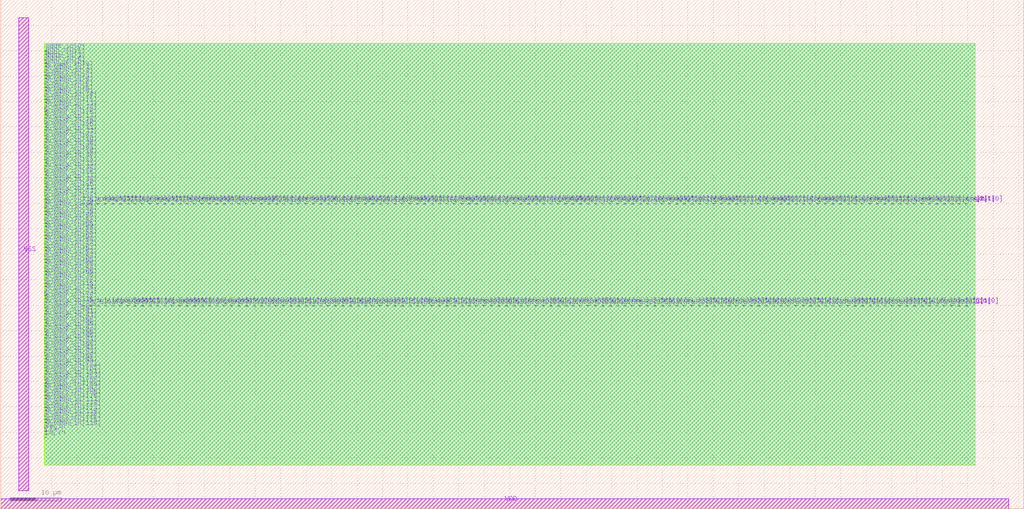
<source format=lef>
VERSION 5.6 ;
BUSBITCHARS "[]" ;
DIVIDERCHAR "/" ;

UNITS
  DATABASE MICRONS 2000 ;
END UNITS
MANUFACTURINGGRID 0.005 ;
LAYER poly
  TYPE MASTERSLICE ;
END poly

LAYER active
  TYPE MASTERSLICE ;
END active

LAYER metal1
  TYPE ROUTING ;
  DIRECTION HORIZONTAL ;
  PITCH 0.19 0.14 ;
  WIDTH 0.07 ;
  OFFSET 0.095 0.07 ;
  #SPACING 0.065 ;
  SPACINGTABLE
    PARALLELRUNLENGTH 0
    WIDTH 0 0.065 ;
  RESISTANCE RPERSQ 0.38 ;
  CAPACITANCE CPERSQDIST 7.7161e-05 ;
  HEIGHT 0.37 ;
  THICKNESS 0.13 ;
  EDGECAPACITANCE 2.7365e-05 ;
END metal1

LAYER via1
  TYPE CUT ;
  SPACING 0.08 ;
  WIDTH 0.07 ;
  RESISTANCE 5 ;
END via1

LAYER metal2
  TYPE ROUTING ;
  DIRECTION VERTICAL ;
  PITCH 0.19 0.14 ;
  WIDTH 0.07 ;
  OFFSET 0.095 0.07 ;
  SPACINGTABLE
    PARALLELRUNLENGTH 0 0.3 0.9 1.8 2.7 4
    WIDTH 0 0.07 0.07 0.07 0.07 0.07 0.07
    WIDTH 0.09 0.07 0.09 0.09 0.09 0.09 0.09
    WIDTH 0.27 0.07 0.09 0.27 0.27 0.27 0.27
    WIDTH 0.5 0.07 0.09 0.27 0.5 0.5 0.5
    WIDTH 0.9 0.07 0.09 0.27 0.5 0.9 0.9
    WIDTH 1.5 0.07 0.09 0.27 0.5 0.9 1.5 ;
  RESISTANCE RPERSQ 0.25 ;
  CAPACITANCE CPERSQDIST 4.0896e-05 ;
  HEIGHT 0.62 ;
  THICKNESS 0.14 ;
  EDGECAPACITANCE 2.5157e-05 ;
END metal2

LAYER via2
  TYPE CUT ;
  SPACING 0.09 ;
  WIDTH 0.07 ;
  RESISTANCE 5 ;
END via2

LAYER metal3
  TYPE ROUTING ;
  DIRECTION HORIZONTAL ;
  PITCH 0.19 0.14 ;
  WIDTH 0.07 ;
  OFFSET 0.095 0.07 ;
  SPACINGTABLE
    PARALLELRUNLENGTH 0 0.3 0.9 1.8 2.7 4
    WIDTH 0 0.07 0.07 0.07 0.07 0.07 0.07
    WIDTH 0.09 0.07 0.09 0.09 0.09 0.09 0.09
    WIDTH 0.27 0.07 0.09 0.27 0.27 0.27 0.27
    WIDTH 0.5 0.07 0.09 0.27 0.5 0.5 0.5
    WIDTH 0.9 0.07 0.09 0.27 0.5 0.9 0.9
    WIDTH 1.5 0.07 0.09 0.27 0.5 0.9 1.5 ;
  RESISTANCE RPERSQ 0.25 ;
  CAPACITANCE CPERSQDIST 2.7745e-05 ;
  HEIGHT 0.88 ;
  THICKNESS 0.14 ;
  EDGECAPACITANCE 2.5157e-05 ;
END metal3

LAYER via3
  TYPE CUT ;
  SPACING 0.09 ;
  WIDTH 0.07 ;
  RESISTANCE 5 ;
END via3

LAYER metal4
  TYPE ROUTING ;
  DIRECTION VERTICAL ;
  PITCH 0.28 0.28 ;
  WIDTH 0.14 ;
  OFFSET 0.095 0.07 ;
  SPACINGTABLE
    PARALLELRUNLENGTH 0 0.9 1.8 2.7 4
    WIDTH 0 0.14 0.14 0.14 0.14 0.14
    WIDTH 0.27 0.14 0.27 0.27 0.27 0.27
    WIDTH 0.5 0.14 0.27 0.5 0.5 0.5
    WIDTH 0.9 0.14 0.27 0.5 0.9 0.9
    WIDTH 1.5 0.14 0.27 0.5 0.9 1.5 ;
  RESISTANCE RPERSQ 0.21 ;
  CAPACITANCE CPERSQDIST 2.0743e-05 ;
  HEIGHT 1.14 ;
  THICKNESS 0.28 ;
  EDGECAPACITANCE 3.0908e-05 ;
END metal4

LAYER via4
  TYPE CUT ;
  SPACING 0.16 ;
  WIDTH 0.14 ;
  RESISTANCE 3 ;
END via4

LAYER metal5
  TYPE ROUTING ;
  DIRECTION HORIZONTAL ;
  PITCH 0.28 0.28 ;
  WIDTH 0.14 ;
  OFFSET 0.095 0.07 ;
  SPACINGTABLE
    PARALLELRUNLENGTH 0 0.9 1.8 2.7 4
    WIDTH 0 0.14 0.14 0.14 0.14 0.14
    WIDTH 0.27 0.14 0.27 0.27 0.27 0.27
    WIDTH 0.5 0.14 0.27 0.5 0.5 0.5
    WIDTH 0.9 0.14 0.27 0.5 0.9 0.9
    WIDTH 1.5 0.14 0.27 0.5 0.9 1.5 ;
  RESISTANCE RPERSQ 0.21 ;
  CAPACITANCE CPERSQDIST 1.3527e-05 ;
  HEIGHT 1.71 ;
  THICKNESS 0.28 ;
  EDGECAPACITANCE 2.3863e-06 ;
END metal5

LAYER via5
  TYPE CUT ;
  SPACING 0.16 ;
  WIDTH 0.14 ;
  RESISTANCE 3 ;
END via5

LAYER metal6
  TYPE ROUTING ;
  DIRECTION VERTICAL ;
  PITCH 0.28 0.28 ;
  WIDTH 0.14 ;
  OFFSET 0.095 0.07 ;
  SPACINGTABLE
    PARALLELRUNLENGTH 0 0.9 1.8 2.7 4
    WIDTH 0 0.14 0.14 0.14 0.14 0.14
    WIDTH 0.27 0.14 0.27 0.27 0.27 0.27
    WIDTH 0.5 0.14 0.27 0.5 0.5 0.5
    WIDTH 0.9 0.14 0.27 0.5 0.9 0.9
    WIDTH 1.5 0.14 0.27 0.5 0.9 1.5 ;
  RESISTANCE RPERSQ 0.21 ;
  CAPACITANCE CPERSQDIST 1.0036e-05 ;
  HEIGHT 2.28 ;
  THICKNESS 0.28 ;
  EDGECAPACITANCE 2.3863e-05 ;
END metal6

LAYER via6
  TYPE CUT ;
  SPACING 0.16 ;
  WIDTH 0.14 ;
  RESISTANCE 3 ;
END via6

LAYER metal7
  TYPE ROUTING ;
  DIRECTION HORIZONTAL ;
  PITCH 0.8 0.8 ;
  WIDTH 0.4 ;
  OFFSET 0.095 0.07 ;
  SPACINGTABLE
    PARALLELRUNLENGTH 0 1.8 2.7 4
    WIDTH 0 0.4 0.4 0.4 0.4
    WIDTH 0.5 0.4 0.5 0.5 0.5
    WIDTH 0.9 0.4 0.5 0.9 0.9
    WIDTH 1.5 0.4 0.5 0.9 1.5 ;
  RESISTANCE RPERSQ 0.075 ;
  CAPACITANCE CPERSQDIST 7.9771e-06 ;
  HEIGHT 2.85 ;
  THICKNESS 0.8 ;
  EDGECAPACITANCE 3.2577e-05 ;
END metal7

LAYER via7
  TYPE CUT ;
  SPACING 0.44 ;
  WIDTH 0.4 ;
  RESISTANCE 1 ;
END via7

LAYER metal8
  TYPE ROUTING ;
  DIRECTION VERTICAL ;
  PITCH 0.8 0.8 ;
  WIDTH 0.4 ;
  OFFSET 0.095 0.07 ;
  SPACINGTABLE
    PARALLELRUNLENGTH 0 1.8 2.7 4
    WIDTH 0 0.4 0.4 0.4 0.4
    WIDTH 0.5 0.4 0.5 0.5 0.5
    WIDTH 0.9 0.4 0.5 0.9 0.9
    WIDTH 1.5 0.4 0.5 0.9 1.5 ;
  RESISTANCE RPERSQ 0.075 ;
  CAPACITANCE CPERSQDIST 5.0391e-06 ;
  HEIGHT 4.47 ;
  THICKNESS 0.8 ;
  EDGECAPACITANCE 2.3932e-05 ;
END metal8

LAYER via8
  TYPE CUT ;
  SPACING 0.44 ;
  WIDTH 0.4 ;
  RESISTANCE 1 ;
END via8

LAYER metal9
  TYPE ROUTING ;
  DIRECTION HORIZONTAL ;
  PITCH 1.6 1.6 ;
  WIDTH 0.8 ;
  OFFSET 0.095 0.07 ;
  SPACINGTABLE
    PARALLELRUNLENGTH 0 2.7 4
    WIDTH 0 0.8 0.8 0.8
    WIDTH 0.9 0.8 0.9 0.9
    WIDTH 1.5 0.8 0.9 1.5 ;
  RESISTANCE RPERSQ 0.03 ;
  CAPACITANCE CPERSQDIST 3.6827e-06 ;
  HEIGHT 6.09 ;
  THICKNESS 2 ;
  EDGECAPACITANCE 3.0803e-05 ;
END metal9

LAYER via9
  TYPE CUT ;
  SPACING 0.88 ;
  WIDTH 0.8 ;
  RESISTANCE 0.5 ;
END via9

LAYER metal10
  TYPE ROUTING ;
  DIRECTION VERTICAL ;
  PITCH 1.6 1.6 ;
  WIDTH 0.8 ;
  OFFSET 0.095 0.07 ;
  SPACINGTABLE
    PARALLELRUNLENGTH 0 2.7 4
    WIDTH 0 0.8 0.8 0.8
    WIDTH 0.9 0.8 0.9 0.9
    WIDTH 1.5 0.8 0.9 1.5 ;
  RESISTANCE RPERSQ 0.03 ;
  CAPACITANCE CPERSQDIST 2.2124e-06 ;
  HEIGHT 10.09 ;
  THICKNESS 2 ;
  EDGECAPACITANCE 2.3667e-05 ;
END metal10

LAYER OVERLAP
  TYPE OVERLAP ;
END OVERLAP

VIARULE Via1Array-0 GENERATE
  LAYER metal1 ;
    ENCLOSURE 0.035 0.035 ;
  LAYER metal2 ;
    ENCLOSURE 0.035 0.035 ;
  LAYER via1 ;
    RECT -0.035 -0.035 0.035 0.035 ;
    SPACING 0.15 BY 0.15 ;
END Via1Array-0

VIARULE Via1Array-1 GENERATE
  LAYER metal1 ;
    ENCLOSURE 0 0.035 ;
  LAYER metal2 ;
    ENCLOSURE 0 0.035 ;
  LAYER via1 ;
    RECT -0.035 -0.035 0.035 0.035 ;
    SPACING 0.15 BY 0.15 ;
END Via1Array-1

VIARULE Via1Array-2 GENERATE
  LAYER metal1 ;
    ENCLOSURE 0.035 0 ;
  LAYER metal2 ;
    ENCLOSURE 0.035 0 ;
  LAYER via1 ;
    RECT -0.035 -0.035 0.035 0.035 ;
    SPACING 0.15 BY 0.15 ;
END Via1Array-2

VIARULE Via1Array-3 GENERATE
  LAYER metal1 ;
    ENCLOSURE 0 0.035 ;
  LAYER metal2 ;
    ENCLOSURE 0.035 0 ;
  LAYER via1 ;
    RECT -0.035 -0.035 0.035 0.035 ;
    SPACING 0.15 BY 0.15 ;
END Via1Array-3

VIARULE Via1Array-4 GENERATE
  LAYER metal1 ;
    ENCLOSURE 0.035 0 ;
  LAYER metal2 ;
    ENCLOSURE 0 0.035 ;
  LAYER via1 ;
    RECT -0.035 -0.035 0.035 0.035 ;
    SPACING 0.15 BY 0.15 ;
END Via1Array-4

VIARULE Via2Array-0 GENERATE
  LAYER metal2 ;
    ENCLOSURE 0.035 0.035 ;
  LAYER metal3 ;
    ENCLOSURE 0.035 0.035 ;
  LAYER via2 ;
    RECT -0.035 -0.035 0.035 0.035 ;
    SPACING 0.16 BY 0.16 ;
END Via2Array-0

VIARULE Via2Array-1 GENERATE
  LAYER metal2 ;
    ENCLOSURE 0 0.035 ;
  LAYER metal3 ;
    ENCLOSURE 0 0.035 ;
  LAYER via2 ;
    RECT -0.035 -0.035 0.035 0.035 ;
    SPACING 0.16 BY 0.16 ;
END Via2Array-1

VIARULE Via2Array-2 GENERATE
  LAYER metal2 ;
    ENCLOSURE 0.035 0 ;
  LAYER metal3 ;
    ENCLOSURE 0.035 0 ;
  LAYER via2 ;
    RECT -0.035 -0.035 0.035 0.035 ;
    SPACING 0.16 BY 0.16 ;
END Via2Array-2

VIARULE Via2Array-3 GENERATE
  LAYER metal2 ;
    ENCLOSURE 0 0.035 ;
  LAYER metal3 ;
    ENCLOSURE 0.035 0 ;
  LAYER via2 ;
    RECT -0.035 -0.035 0.035 0.035 ;
    SPACING 0.16 BY 0.16 ;
END Via2Array-3

VIARULE Via2Array-4 GENERATE
  LAYER metal2 ;
    ENCLOSURE 0.035 0 ;
  LAYER metal3 ;
    ENCLOSURE 0 0.035 ;
  LAYER via2 ;
    RECT -0.035 -0.035 0.035 0.035 ;
    SPACING 0.16 BY 0.16 ;
END Via2Array-4

VIARULE Via3Array-0 GENERATE
  LAYER metal3 ;
    ENCLOSURE 0.035 0.035 ;
  LAYER metal4 ;
    ENCLOSURE 0.035 0.035 ;
  LAYER via3 ;
    RECT -0.035 -0.035 0.035 0.035 ;
    SPACING 0.16 BY 0.16 ;
END Via3Array-0

VIARULE Via3Array-1 GENERATE
  LAYER metal3 ;
    ENCLOSURE 0 0.035 ;
  LAYER metal4 ;
    ENCLOSURE 0.035 0.035 ;
  LAYER via3 ;
    RECT -0.035 -0.035 0.035 0.035 ;
    SPACING 0.16 BY 0.16 ;
END Via3Array-1

VIARULE Via3Array-2 GENERATE
  LAYER metal3 ;
    ENCLOSURE 0.035 0 ;
  LAYER metal4 ;
    ENCLOSURE 0.035 0.035 ;
  LAYER via3 ;
    RECT -0.035 -0.035 0.035 0.035 ;
    SPACING 0.16 BY 0.16 ;
END Via3Array-2

VIARULE Via4Array-0 GENERATE
  LAYER metal4 ;
    ENCLOSURE 0 0 ;
  LAYER metal5 ;
    ENCLOSURE 0 0 ;
  LAYER via4 ;
    RECT -0.07 -0.07 0.07 0.07 ;
    SPACING 0.3 BY 0.3 ;
END Via4Array-0

VIARULE Via5Array-0 GENERATE
  LAYER metal5 ;
    ENCLOSURE 0 0 ;
  LAYER metal6 ;
    ENCLOSURE 0 0 ;
  LAYER via5 ;
    RECT -0.07 -0.07 0.07 0.07 ;
    SPACING 0.3 BY 0.3 ;
END Via5Array-0

VIARULE Via6Array-0 GENERATE
  LAYER metal6 ;
    ENCLOSURE 0 0 ;
  LAYER metal7 ;
    ENCLOSURE 0.13 0.13 ;
  LAYER via6 ;
    RECT -0.07 -0.07 0.07 0.07 ;
    SPACING 0.3 BY 0.3 ;
END Via6Array-0

VIARULE Via7Array-0 GENERATE
  LAYER metal7 ;
    ENCLOSURE 0 0 ;
  LAYER metal8 ;
    ENCLOSURE 0 0 ;
  LAYER via7 ;
    RECT -0.2 -0.2 0.2 0.2 ;
    SPACING 0.84 BY 0.84 ;
END Via7Array-0

VIARULE Via8Array-0 GENERATE
  LAYER metal8 ;
    ENCLOSURE 0 0 ;
  LAYER metal9 ;
    ENCLOSURE 0.2 0.2 ;
  LAYER via8 ;
    RECT -0.2 -0.2 0.2 0.2 ;
    SPACING 0.84 BY 0.84 ;
END Via8Array-0

VIARULE Via9Array-0 GENERATE
  LAYER metal9 ;
    ENCLOSURE 0 0 ;
  LAYER metal10 ;
    ENCLOSURE 0 0 ;
  LAYER via9 ;
    RECT -0.4 -0.4 0.4 0.4 ;
    SPACING 1.68 BY 1.68 ;
END Via9Array-0

VIA via1_0 DEFAULT
  LAYER via1 ;
    RECT -0.035 -0.035 0.035 0.035 ;
  LAYER metal1 ;
    RECT -0.07 -0.07 0.07 0.07 ;
  LAYER metal2 ;
    RECT -0.07 -0.07 0.07 0.07 ;
END via1_0

VIA via1_1 DEFAULT
  LAYER via1 ;
    RECT -0.035 -0.035 0.035 0.035 ;
  LAYER metal1 ;
    RECT -0.07 -0.07 0.07 0.07 ;
  LAYER metal2 ;
    RECT -0.035 -0.07 0.035 0.07 ;
END via1_1

VIA via1_2 DEFAULT
  LAYER via1 ;
    RECT -0.035 -0.035 0.035 0.035 ;
  LAYER metal1 ;
    RECT -0.07 -0.07 0.07 0.07 ;
  LAYER metal2 ;
    RECT -0.07 -0.035 0.07 0.035 ;
END via1_2

VIA via1_3 DEFAULT
  LAYER via1 ;
    RECT -0.035 -0.035 0.035 0.035 ;
  LAYER metal1 ;
    RECT -0.035 -0.07 0.035 0.07 ;
  LAYER metal2 ;
    RECT -0.07 -0.07 0.07 0.07 ;
END via1_3

VIA via1_4 DEFAULT
  LAYER via1 ;
    RECT -0.035 -0.035 0.035 0.035 ;
  LAYER metal1 ;
    RECT -0.035 -0.07 0.035 0.07 ;
  LAYER metal2 ;
    RECT -0.035 -0.07 0.035 0.07 ;
END via1_4

VIA via1_5 DEFAULT
  LAYER via1 ;
    RECT -0.035 -0.035 0.035 0.035 ;
  LAYER metal1 ;
    RECT -0.035 -0.07 0.035 0.07 ;
  LAYER metal2 ;
    RECT -0.07 -0.035 0.07 0.035 ;
END via1_5

VIA via1_6 DEFAULT
  LAYER via1 ;
    RECT -0.035 -0.035 0.035 0.035 ;
  LAYER metal1 ;
    RECT -0.07 -0.035 0.07 0.035 ;
  LAYER metal2 ;
    RECT -0.07 -0.07 0.07 0.07 ;
END via1_6

VIA via1_7 DEFAULT
  LAYER via1 ;
    RECT -0.035 -0.035 0.035 0.035 ;
  LAYER metal1 ;
    RECT -0.07 -0.035 0.07 0.035 ;
  LAYER metal2 ;
    RECT -0.035 -0.07 0.035 0.07 ;
END via1_7

VIA via1_8 DEFAULT
  LAYER via1 ;
    RECT -0.035 -0.035 0.035 0.035 ;
  LAYER metal1 ;
    RECT -0.07 -0.035 0.07 0.035 ;
  LAYER metal2 ;
    RECT -0.07 -0.035 0.07 0.035 ;
END via1_8

VIA via2_0 DEFAULT
  LAYER via2 ;
    RECT -0.035 -0.035 0.035 0.035 ;
  LAYER metal2 ;
    RECT -0.07 -0.07 0.07 0.07 ;
  LAYER metal3 ;
    RECT -0.07 -0.07 0.07 0.07 ;
END via2_0

VIA via2_1 DEFAULT
  LAYER via2 ;
    RECT -0.035 -0.035 0.035 0.035 ;
  LAYER metal2 ;
    RECT -0.07 -0.07 0.07 0.07 ;
  LAYER metal3 ;
    RECT -0.035 -0.07 0.035 0.07 ;
END via2_1

VIA via2_2 DEFAULT
  LAYER via2 ;
    RECT -0.035 -0.035 0.035 0.035 ;
  LAYER metal2 ;
    RECT -0.07 -0.07 0.07 0.07 ;
  LAYER metal3 ;
    RECT -0.07 -0.035 0.07 0.035 ;
END via2_2

VIA via2_3 DEFAULT
  LAYER via2 ;
    RECT -0.035 -0.035 0.035 0.035 ;
  LAYER metal2 ;
    RECT -0.035 -0.07 0.035 0.07 ;
  LAYER metal3 ;
    RECT -0.07 -0.07 0.07 0.07 ;
END via2_3

VIA via2_4 DEFAULT
  LAYER via2 ;
    RECT -0.035 -0.035 0.035 0.035 ;
  LAYER metal2 ;
    RECT -0.035 -0.07 0.035 0.07 ;
  LAYER metal3 ;
    RECT -0.035 -0.07 0.035 0.07 ;
END via2_4

VIA via2_5 DEFAULT
  LAYER via2 ;
    RECT -0.035 -0.035 0.035 0.035 ;
  LAYER metal2 ;
    RECT -0.035 -0.07 0.035 0.07 ;
  LAYER metal3 ;
    RECT -0.07 -0.035 0.07 0.035 ;
END via2_5

VIA via2_6 DEFAULT
  LAYER via2 ;
    RECT -0.035 -0.035 0.035 0.035 ;
  LAYER metal2 ;
    RECT -0.07 -0.035 0.07 0.035 ;
  LAYER metal3 ;
    RECT -0.07 -0.07 0.07 0.07 ;
END via2_6

VIA via2_7 DEFAULT
  LAYER via2 ;
    RECT -0.035 -0.035 0.035 0.035 ;
  LAYER metal2 ;
    RECT -0.07 -0.035 0.07 0.035 ;
  LAYER metal3 ;
    RECT -0.035 -0.07 0.035 0.07 ;
END via2_7

VIA via2_8 DEFAULT
  LAYER via2 ;
    RECT -0.035 -0.035 0.035 0.035 ;
  LAYER metal2 ;
    RECT -0.07 -0.035 0.07 0.035 ;
  LAYER metal3 ;
    RECT -0.07 -0.035 0.07 0.035 ;
END via2_8

VIA via3_0 DEFAULT
  LAYER via3 ;
    RECT -0.035 -0.035 0.035 0.035 ;
  LAYER metal3 ;
    RECT -0.07 -0.07 0.07 0.07 ;
  LAYER metal4 ;
    RECT -0.07 -0.07 0.07 0.07 ;
END via3_0

VIA via3_1 DEFAULT
  LAYER via3 ;
    RECT -0.035 -0.035 0.035 0.035 ;
  LAYER metal3 ;
    RECT -0.035 -0.07 0.035 0.07 ;
  LAYER metal4 ;
    RECT -0.07 -0.07 0.07 0.07 ;
END via3_1

VIA via3_2 DEFAULT
  LAYER via3 ;
    RECT -0.035 -0.035 0.035 0.035 ;
  LAYER metal3 ;
    RECT -0.07 -0.035 0.07 0.035 ;
  LAYER metal4 ;
    RECT -0.07 -0.07 0.07 0.07 ;
END via3_2

VIA via4_0 DEFAULT
  LAYER via4 ;
    RECT -0.07 -0.07 0.07 0.07 ;
  LAYER metal4 ;
    RECT -0.07 -0.07 0.07 0.07 ;
  LAYER metal5 ;
    RECT -0.07 -0.07 0.07 0.07 ;
END via4_0

VIA via5_0 DEFAULT
  LAYER via5 ;
    RECT -0.07 -0.07 0.07 0.07 ;
  LAYER metal5 ;
    RECT -0.07 -0.07 0.07 0.07 ;
  LAYER metal6 ;
    RECT -0.07 -0.07 0.07 0.07 ;
END via5_0

VIA via6_0 DEFAULT
  LAYER via6 ;
    RECT -0.07 -0.07 0.07 0.07 ;
  LAYER metal6 ;
    RECT -0.07 -0.07 0.07 0.07 ;
  LAYER metal7 ;
    RECT -0.2 -0.2 0.2 0.2 ;
END via6_0

VIA via7_0 DEFAULT
  LAYER via7 ;
    RECT -0.2 -0.2 0.2 0.2 ;
  LAYER metal7 ;
    RECT -0.2 -0.2 0.2 0.2 ;
  LAYER metal8 ;
    RECT -0.2 -0.2 0.2 0.2 ;
END via7_0

VIA via8_0 DEFAULT
  LAYER via8 ;
    RECT -0.2 -0.2 0.2 0.2 ;
  LAYER metal8 ;
    RECT -0.2 -0.2 0.2 0.2 ;
  LAYER metal9 ;
    RECT -0.4 -0.4 0.4 0.4 ;
END via8_0

VIA via9_0 DEFAULT
  LAYER via9 ;
    RECT -0.4 -0.4 0.4 0.4 ;
  LAYER metal9 ;
    RECT -0.4 -0.4 0.4 0.4 ;
  LAYER metal10 ;
    RECT -0.4 -0.4 0.4 0.4 ;
END via9_0

SPACING
  SAMENET metal1 metal1 0.065 ;
  SAMENET via1 via1 0.08 ;
  SAMENET metal2 metal2 0.07 ;
  SAMENET via2 via2 0.09 ;
  SAMENET metal3 metal3 0.07 ;
  SAMENET via3 via3 0.09 ;
  SAMENET metal4 metal4 0.14 ;
  SAMENET via4 via4 0.16 ;
  SAMENET metal5 metal5 0.14 ;
  SAMENET via5 via5 0.16 ;
  SAMENET metal6 metal6 0.14 ;
  SAMENET via6 via6 0.16 ;
  SAMENET metal7 metal7 0.4 ;
  SAMENET via7 via7 0.44 ;
  SAMENET metal8 metal8 0.4 ;
  SAMENET via8 via8 0.44 ;
  SAMENET metal9 metal9 0.8 ;
  SAMENET via9 via9 0.88 ;
  SAMENET metal10 metal10 0.8 ;
  SAMENET via1 via2 0 STACK ;
  SAMENET via2 via3 0 STACK ;
  SAMENET via3 via4 0 STACK ;
  SAMENET via4 via5 0 STACK ;
  SAMENET via5 via6 0 STACK ;
  SAMENET via6 via7 0 STACK ;
  SAMENET via7 via8 0 STACK ;
  SAMENET via8 via9 0 STACK ;
END SPACING

SITE FreePDK45_38x28_10R_NP_162NW_34O
  CLASS CORE ;
  SYMMETRY Y ;
  SIZE 0.19 BY 1.4 ;
END FreePDK45_38x28_10R_NP_162NW_34O

MACRO AND2_X1
  CLASS CORE ;
  ORIGIN 0 0 ;
  FOREIGN AND2_X1 0 0 ;
  SIZE 1.76 BY 1.4 ;
  SYMMETRY X Y ;
  SITE FreePDK45_38x28_10R_NP_162NW_34O ;
  PIN A1
    DIRECTION INPUT ;
    USE SIGNAL ;
    PORT
      LAYER metal1 ;
        RECT 0.06 0.525 0.185 0.7 ;
    END
  END A1
  PIN A2
    DIRECTION INPUT ;
    USE SIGNAL ;
    PORT
      LAYER metal1 ;
        RECT 0.25 0.525 0.38 0.7 ;
    END
  END A2
  PIN ZN
    DIRECTION OUTPUT ;
    USE SIGNAL ;
    PORT
      LAYER metal1 ;
        RECT 0.61 0.19 0.7 1.25 ;
    END
  END ZN
  PIN VDD
    DIRECTION INOUT ;
    USE POWER ;
    SHAPE ABUTMENT ;
    PORT
      LAYER metal1 ;
        RECT 0 1.315 0.76 1.485 ;
        RECT 0.415 0.975 0.485 1.485 ;
        RECT 0.04 0.975 0.11 1.485 ;
    END
  END VDD
  PIN VSS
    DIRECTION INOUT ;
    USE GROUND ;
    SHAPE ABUTMENT ;
    PORT
      LAYER metal1 ;
        RECT 0 -0.085 0.76 0.085 ;
        RECT 0.415 -0.085 0.485 0.325 ;
    END
  END VSS
  OBS
    LAYER metal1 ;
      RECT 0.235 0.84 0.305 1.25 ;
      RECT 0.235 0.84 0.54 0.91 ;
      RECT 0.47 0.39 0.54 0.91 ;
      RECT 0.045 0.39 0.54 0.46 ;
      RECT 0.045 0.19 0.115 0.46 ;
  END
END AND2_X1

MACRO AND2_X2
  CLASS CORE ;
  ORIGIN 0 0 ;
  FOREIGN AND2_X2 0 0 ;
  SIZE 1.95 BY 1.4 ;
  SYMMETRY X Y ;
  SITE FreePDK45_38x28_10R_NP_162NW_34O ;
  PIN A1
    DIRECTION INPUT ;
    USE SIGNAL ;
    PORT
      LAYER metal1 ;
        RECT 0.06 0.525 0.185 0.7 ;
    END
  END A1
  PIN A2
    DIRECTION INPUT ;
    USE SIGNAL ;
    PORT
      LAYER metal1 ;
        RECT 0.25 0.525 0.38 0.7 ;
    END
  END A2
  PIN ZN
    DIRECTION OUTPUT ;
    USE SIGNAL ;
    PORT
      LAYER metal1 ;
        RECT 0.615 0.15 0.7 1.25 ;
    END
  END ZN
  PIN VDD
    DIRECTION INOUT ;
    USE POWER ;
    SHAPE ABUTMENT ;
    PORT
      LAYER metal1 ;
        RECT 0 1.315 0.95 1.485 ;
        RECT 0.795 0.975 0.865 1.485 ;
        RECT 0.415 0.975 0.485 1.485 ;
        RECT 0.04 0.975 0.11 1.485 ;
    END
  END VDD
  PIN VSS
    DIRECTION INOUT ;
    USE GROUND ;
    SHAPE ABUTMENT ;
    PORT
      LAYER metal1 ;
        RECT 0 -0.085 0.95 0.085 ;
        RECT 0.795 -0.085 0.865 0.425 ;
        RECT 0.415 -0.085 0.485 0.285 ;
    END
  END VSS
  OBS
    LAYER metal1 ;
      RECT 0.235 0.84 0.305 1.25 ;
      RECT 0.235 0.84 0.545 0.91 ;
      RECT 0.475 0.39 0.545 0.91 ;
      RECT 0.045 0.39 0.545 0.46 ;
      RECT 0.045 0.15 0.115 0.46 ;
  END
END AND2_X2

MACRO AND2_X4
  CLASS CORE ;
  ORIGIN 0 0 ;
  FOREIGN AND2_X4 0 0 ;
  SIZE 2.71 BY 1.4 ;
  SYMMETRY X Y ;
  SITE FreePDK45_38x28_10R_NP_162NW_34O ;
  PIN A1
    DIRECTION INPUT ;
    USE SIGNAL ;
    PORT
      LAYER metal1 ;
        RECT 0.25 0.42 0.38 0.66 ;
    END
  END A1
  PIN A2
    DIRECTION INPUT ;
    USE SIGNAL ;
    PORT
      LAYER metal1 ;
        RECT 0.06 0.725 0.76 0.795 ;
        RECT 0.69 0.525 0.76 0.795 ;
        RECT 0.06 0.42 0.185 0.795 ;
    END
  END A2
  PIN ZN
    DIRECTION OUTPUT ;
    USE SIGNAL ;
    PORT
      LAYER metal1 ;
        RECT 1.365 0.15 1.435 1.25 ;
        RECT 0.995 0.68 1.435 0.75 ;
        RECT 0.995 0.15 1.08 1.25 ;
    END
  END ZN
  PIN VDD
    DIRECTION INOUT ;
    USE POWER ;
    SHAPE ABUTMENT ;
    PORT
      LAYER metal1 ;
        RECT 0 1.315 1.71 1.485 ;
        RECT 1.555 0.995 1.625 1.485 ;
        RECT 1.175 0.995 1.245 1.485 ;
        RECT 0.795 0.995 0.865 1.485 ;
        RECT 0.415 0.995 0.485 1.485 ;
        RECT 0.04 0.995 0.11 1.485 ;
    END
  END VDD
  PIN VSS
    DIRECTION INOUT ;
    USE GROUND ;
    SHAPE ABUTMENT ;
    PORT
      LAYER metal1 ;
        RECT 0 -0.085 1.71 0.085 ;
        RECT 1.555 -0.085 1.625 0.355 ;
        RECT 1.175 -0.085 1.245 0.355 ;
        RECT 0.795 -0.085 0.865 0.215 ;
        RECT 0.04 -0.085 0.11 0.355 ;
    END
  END VSS
  OBS
    LAYER metal1 ;
      RECT 0.605 0.86 0.675 1.25 ;
      RECT 0.235 0.86 0.305 1.25 ;
      RECT 0.235 0.86 0.92 0.93 ;
      RECT 0.85 0.285 0.92 0.93 ;
      RECT 0.425 0.285 0.92 0.355 ;
      RECT 0.425 0.22 0.495 0.355 ;
  END
END AND2_X4

MACRO AND3_X1
  CLASS CORE ;
  ORIGIN 0 0 ;
  FOREIGN AND3_X1 0 0 ;
  SIZE 1.95 BY 1.4 ;
  SYMMETRY X Y ;
  SITE FreePDK45_38x28_10R_NP_162NW_34O ;
  PIN A1
    DIRECTION INPUT ;
    USE SIGNAL ;
    PORT
      LAYER metal1 ;
        RECT 0.06 0.525 0.185 0.7 ;
    END
  END A1
  PIN A2
    DIRECTION INPUT ;
    USE SIGNAL ;
    PORT
      LAYER metal1 ;
        RECT 0.25 0.525 0.375 0.7 ;
    END
  END A2
  PIN A3
    DIRECTION INPUT ;
    USE SIGNAL ;
    PORT
      LAYER metal1 ;
        RECT 0.44 0.525 0.57 0.7 ;
    END
  END A3
  PIN ZN
    DIRECTION OUTPUT ;
    USE SIGNAL ;
    PORT
      LAYER metal1 ;
        RECT 0.8 0.975 0.89 1.25 ;
        RECT 0.82 0.15 0.89 1.25 ;
        RECT 0.8 0.15 0.89 0.425 ;
    END
  END ZN
  PIN VDD
    DIRECTION INOUT ;
    USE POWER ;
    SHAPE ABUTMENT ;
    PORT
      LAYER metal1 ;
        RECT 0 1.315 0.95 1.485 ;
        RECT 0.605 1 0.675 1.485 ;
        RECT 0.225 1.04 0.295 1.485 ;
    END
  END VDD
  PIN VSS
    DIRECTION INOUT ;
    USE GROUND ;
    SHAPE ABUTMENT ;
    PORT
      LAYER metal1 ;
        RECT 0 -0.085 0.95 0.085 ;
        RECT 0.605 -0.085 0.675 0.285 ;
    END
  END VSS
  OBS
    LAYER metal1 ;
      RECT 0.415 0.865 0.485 1.25 ;
      RECT 0.045 0.865 0.115 1.25 ;
      RECT 0.045 0.865 0.705 0.935 ;
      RECT 0.635 0.35 0.705 0.935 ;
      RECT 0.635 0.525 0.755 0.66 ;
      RECT 0.045 0.35 0.705 0.42 ;
      RECT 0.045 0.15 0.115 0.42 ;
  END
END AND3_X1

MACRO AND3_X2
  CLASS CORE ;
  ORIGIN 0 0 ;
  FOREIGN AND3_X2 0 0 ;
  SIZE 2.14 BY 1.4 ;
  SYMMETRY X Y ;
  SITE FreePDK45_38x28_10R_NP_162NW_34O ;
  PIN A1
    DIRECTION INPUT ;
    USE SIGNAL ;
    PORT
      LAYER metal1 ;
        RECT 0.06 0.525 0.185 0.7 ;
    END
  END A1
  PIN A2
    DIRECTION INPUT ;
    USE SIGNAL ;
    PORT
      LAYER metal1 ;
        RECT 0.25 0.525 0.375 0.7 ;
    END
  END A2
  PIN A3
    DIRECTION INPUT ;
    USE SIGNAL ;
    PORT
      LAYER metal1 ;
        RECT 0.44 0.525 0.57 0.7 ;
    END
  END A3
  PIN ZN
    DIRECTION OUTPUT ;
    USE SIGNAL ;
    PORT
      LAYER metal1 ;
        RECT 0.805 0.15 0.89 1.25 ;
    END
  END ZN
  PIN VDD
    DIRECTION INOUT ;
    USE POWER ;
    SHAPE ABUTMENT ;
    PORT
      LAYER metal1 ;
        RECT 0 1.315 1.14 1.485 ;
        RECT 0.99 0.975 1.06 1.485 ;
        RECT 0.605 0.975 0.675 1.485 ;
        RECT 0.225 0.975 0.295 1.485 ;
    END
  END VDD
  PIN VSS
    DIRECTION INOUT ;
    USE GROUND ;
    SHAPE ABUTMENT ;
    PORT
      LAYER metal1 ;
        RECT 0 -0.085 1.14 0.085 ;
        RECT 0.99 -0.085 1.06 0.425 ;
        RECT 0.605 -0.085 0.675 0.285 ;
    END
  END VSS
  OBS
    LAYER metal1 ;
      RECT 0.415 0.8 0.485 1.25 ;
      RECT 0.045 0.8 0.115 1.25 ;
      RECT 0.045 0.8 0.735 0.87 ;
      RECT 0.665 0.355 0.735 0.87 ;
      RECT 0.045 0.355 0.735 0.425 ;
      RECT 0.045 0.15 0.115 0.425 ;
  END
END AND3_X2

MACRO AND3_X4
  CLASS CORE ;
  ORIGIN 0 0 ;
  FOREIGN AND3_X4 0 0 ;
  SIZE 3.09 BY 1.4 ;
  SYMMETRY X Y ;
  SITE FreePDK45_38x28_10R_NP_162NW_34O ;
  PIN A1
    DIRECTION INPUT ;
    USE SIGNAL ;
    PORT
      LAYER metal1 ;
        RECT 0.595 0.555 0.73 0.7 ;
    END
  END A1
  PIN A2
    DIRECTION INPUT ;
    USE SIGNAL ;
    PORT
      LAYER metal1 ;
        RECT 0.82 0.42 0.95 0.7 ;
        RECT 0.34 0.42 0.95 0.49 ;
        RECT 0.34 0.42 0.41 0.66 ;
    END
  END A2
  PIN A3
    DIRECTION INPUT ;
    USE SIGNAL ;
    PORT
      LAYER metal1 ;
        RECT 0.12 0.765 1.14 0.835 ;
        RECT 1.07 0.525 1.14 0.835 ;
        RECT 0.12 0.525 0.19 0.835 ;
        RECT 0.06 0.525 0.19 0.7 ;
    END
  END A3
  PIN ZN
    DIRECTION OUTPUT ;
    USE SIGNAL ;
    PORT
      LAYER metal1 ;
        RECT 1.745 0.15 1.815 1.25 ;
        RECT 1.375 0.56 1.815 0.7 ;
        RECT 1.375 0.15 1.445 1.25 ;
    END
  END ZN
  PIN VDD
    DIRECTION INOUT ;
    USE POWER ;
    SHAPE ABUTMENT ;
    PORT
      LAYER metal1 ;
        RECT 0 1.315 2.09 1.485 ;
        RECT 1.935 1.035 2.005 1.485 ;
        RECT 1.555 1.035 1.625 1.485 ;
        RECT 1.175 1.035 1.245 1.485 ;
        RECT 0.795 1.035 0.865 1.485 ;
        RECT 0.415 1.035 0.485 1.485 ;
        RECT 0.04 1.035 0.11 1.485 ;
    END
  END VDD
  PIN VSS
    DIRECTION INOUT ;
    USE GROUND ;
    SHAPE ABUTMENT ;
    PORT
      LAYER metal1 ;
        RECT 0 -0.085 2.09 0.085 ;
        RECT 1.935 -0.085 2.005 0.425 ;
        RECT 1.555 -0.085 1.625 0.425 ;
        RECT 1.175 -0.085 1.245 0.195 ;
        RECT 0.04 -0.085 0.11 0.425 ;
    END
  END VSS
  OBS
    LAYER metal1 ;
      RECT 0.985 0.9 1.055 1.25 ;
      RECT 0.605 0.9 0.675 1.25 ;
      RECT 0.235 0.9 0.305 1.25 ;
      RECT 0.235 0.9 1.305 0.97 ;
      RECT 1.235 0.26 1.305 0.97 ;
      RECT 0.615 0.26 1.305 0.33 ;
      RECT 0.615 0.15 0.685 0.33 ;
  END
END AND3_X4

MACRO AND4_X1
  CLASS CORE ;
  ORIGIN 0 0 ;
  FOREIGN AND4_X1 0 0 ;
  SIZE 2.14 BY 1.4 ;
  SYMMETRY X Y ;
  SITE FreePDK45_38x28_10R_NP_162NW_34O ;
  PIN A1
    DIRECTION INPUT ;
    USE SIGNAL ;
    PORT
      LAYER metal1 ;
        RECT 0.06 0.525 0.185 0.7 ;
    END
  END A1
  PIN A2
    DIRECTION INPUT ;
    USE SIGNAL ;
    PORT
      LAYER metal1 ;
        RECT 0.25 0.525 0.375 0.7 ;
    END
  END A2
  PIN A3
    DIRECTION INPUT ;
    USE SIGNAL ;
    PORT
      LAYER metal1 ;
        RECT 0.44 0.525 0.565 0.7 ;
    END
  END A3
  PIN A4
    DIRECTION INPUT ;
    USE SIGNAL ;
    PORT
      LAYER metal1 ;
        RECT 0.63 0.525 0.76 0.7 ;
    END
  END A4
  PIN ZN
    DIRECTION OUTPUT ;
    USE SIGNAL ;
    PORT
      LAYER metal1 ;
        RECT 0.99 0.15 1.08 1.25 ;
    END
  END ZN
  PIN VDD
    DIRECTION INOUT ;
    USE POWER ;
    SHAPE ABUTMENT ;
    PORT
      LAYER metal1 ;
        RECT 0 1.315 1.14 1.485 ;
        RECT 0.795 0.975 0.865 1.485 ;
        RECT 0.415 0.975 0.485 1.485 ;
        RECT 0.04 0.975 0.11 1.485 ;
    END
  END VDD
  PIN VSS
    DIRECTION INOUT ;
    USE GROUND ;
    SHAPE ABUTMENT ;
    PORT
      LAYER metal1 ;
        RECT 0 -0.085 1.14 0.085 ;
        RECT 0.795 -0.085 0.865 0.285 ;
    END
  END VSS
  OBS
    LAYER metal1 ;
      RECT 0.605 0.84 0.675 1.25 ;
      RECT 0.235 0.84 0.305 1.25 ;
      RECT 0.235 0.84 0.925 0.91 ;
      RECT 0.855 0.35 0.925 0.91 ;
      RECT 0.045 0.35 0.925 0.42 ;
      RECT 0.045 0.15 0.115 0.42 ;
  END
END AND4_X1

MACRO AND4_X2
  CLASS CORE ;
  ORIGIN 0 0 ;
  FOREIGN AND4_X2 0 0 ;
  SIZE 2.33 BY 1.4 ;
  SYMMETRY X Y ;
  SITE FreePDK45_38x28_10R_NP_162NW_34O ;
  PIN A1
    DIRECTION INPUT ;
    USE SIGNAL ;
    PORT
      LAYER metal1 ;
        RECT 0.06 0.525 0.185 0.7 ;
    END
  END A1
  PIN A2
    DIRECTION INPUT ;
    USE SIGNAL ;
    PORT
      LAYER metal1 ;
        RECT 0.25 0.525 0.375 0.7 ;
    END
  END A2
  PIN A3
    DIRECTION INPUT ;
    USE SIGNAL ;
    PORT
      LAYER metal1 ;
        RECT 0.44 0.525 0.565 0.7 ;
    END
  END A3
  PIN A4
    DIRECTION INPUT ;
    USE SIGNAL ;
    PORT
      LAYER metal1 ;
        RECT 0.63 0.525 0.76 0.7 ;
    END
  END A4
  PIN ZN
    DIRECTION OUTPUT ;
    USE SIGNAL ;
    PORT
      LAYER metal1 ;
        RECT 0.995 0.15 1.08 1.25 ;
    END
  END ZN
  PIN VDD
    DIRECTION INOUT ;
    USE POWER ;
    SHAPE ABUTMENT ;
    PORT
      LAYER metal1 ;
        RECT 0 1.315 1.33 1.485 ;
        RECT 1.18 0.975 1.25 1.485 ;
        RECT 0.795 0.975 0.865 1.485 ;
        RECT 0.415 0.975 0.485 1.485 ;
        RECT 0.04 0.975 0.11 1.485 ;
    END
  END VDD
  PIN VSS
    DIRECTION INOUT ;
    USE GROUND ;
    SHAPE ABUTMENT ;
    PORT
      LAYER metal1 ;
        RECT 0 -0.085 1.33 0.085 ;
        RECT 1.18 -0.085 1.25 0.425 ;
        RECT 0.795 -0.085 0.865 0.27 ;
    END
  END VSS
  OBS
    LAYER metal1 ;
      RECT 0.605 0.8 0.675 1.25 ;
      RECT 0.235 0.8 0.305 1.25 ;
      RECT 0.235 0.8 0.925 0.87 ;
      RECT 0.855 0.355 0.925 0.87 ;
      RECT 0.045 0.355 0.925 0.425 ;
      RECT 0.045 0.15 0.115 0.425 ;
  END
END AND4_X2

MACRO AND4_X4
  CLASS CORE ;
  ORIGIN 0 0 ;
  FOREIGN AND4_X4 0 0 ;
  SIZE 3.47 BY 1.4 ;
  SYMMETRY X Y ;
  SITE FreePDK45_38x28_10R_NP_162NW_34O ;
  PIN A1
    DIRECTION INPUT ;
    USE SIGNAL ;
    PORT
      LAYER metal1 ;
        RECT 0.8 0.56 0.935 0.7 ;
    END
  END A1
  PIN A2
    DIRECTION INPUT ;
    USE SIGNAL ;
    PORT
      LAYER metal1 ;
        RECT 1.065 0.425 1.135 0.66 ;
        RECT 0.565 0.425 1.135 0.495 ;
        RECT 0.565 0.425 0.7 0.7 ;
    END
  END A2
  PIN A3
    DIRECTION INPUT ;
    USE SIGNAL ;
    PORT
      LAYER metal1 ;
        RECT 0.355 0.77 1.345 0.84 ;
        RECT 1.2 0.525 1.345 0.84 ;
        RECT 0.355 0.525 0.425 0.84 ;
    END
  END A3
  PIN A4
    DIRECTION INPUT ;
    USE SIGNAL ;
    PORT
      LAYER metal1 ;
        RECT 0.135 0.905 1.535 0.975 ;
        RECT 1.465 0.525 1.535 0.975 ;
        RECT 0.135 0.525 0.205 0.975 ;
        RECT 0.06 0.525 0.205 0.7 ;
    END
  END A4
  PIN ZN
    DIRECTION OUTPUT ;
    USE SIGNAL ;
    PORT
      LAYER metal1 ;
        RECT 2.14 0.15 2.21 0.925 ;
        RECT 1.77 0.56 2.21 0.7 ;
        RECT 1.77 0.15 1.84 0.925 ;
    END
  END ZN
  PIN VDD
    DIRECTION INOUT ;
    USE POWER ;
    SHAPE ABUTMENT ;
    PORT
      LAYER metal1 ;
        RECT 0 1.315 2.47 1.485 ;
        RECT 2.33 1.065 2.4 1.485 ;
        RECT 1.95 1.065 2.02 1.485 ;
        RECT 1.57 1.175 1.64 1.485 ;
        RECT 1.19 1.175 1.26 1.485 ;
        RECT 0.81 1.175 0.88 1.485 ;
        RECT 0.43 1.175 0.5 1.485 ;
        RECT 0.055 1.065 0.125 1.485 ;
    END
  END VDD
  PIN VSS
    DIRECTION INOUT ;
    USE GROUND ;
    SHAPE ABUTMENT ;
    PORT
      LAYER metal1 ;
        RECT 0 -0.085 2.47 0.085 ;
        RECT 2.33 -0.085 2.4 0.425 ;
        RECT 1.95 -0.085 2.02 0.425 ;
        RECT 1.57 -0.085 1.64 0.195 ;
        RECT 0.055 -0.085 0.125 0.425 ;
    END
  END VSS
  OBS
    LAYER metal1 ;
      RECT 0.215 1.04 1.705 1.11 ;
      RECT 1.635 0.29 1.705 1.11 ;
      RECT 0.785 0.29 1.705 0.36 ;
  END
END AND4_X4

MACRO ANTENNA_X1
  CLASS CORE ;
  ORIGIN 0 0 ;
  FOREIGN ANTENNA_X1 0 0 ;
  SIZE 1.19 BY 1.4 ;
  SYMMETRY X Y ;
  SITE FreePDK45_38x28_10R_NP_162NW_34O ;
  PIN A
    DIRECTION INPUT ;
    USE SIGNAL ;
    PORT
      LAYER metal1 ;
        RECT 0.06 0.42 0.13 0.75 ;
    END
  END A
  PIN VDD
    DIRECTION INOUT ;
    USE POWER ;
    SHAPE ABUTMENT ;
    PORT
      LAYER metal1 ;
        RECT 0 1.315 0.19 1.485 ;
    END
  END VDD
  PIN VSS
    DIRECTION INOUT ;
    USE GROUND ;
    SHAPE ABUTMENT ;
    PORT
      LAYER metal1 ;
        RECT 0 -0.085 0.19 0.085 ;
    END
  END VSS
END ANTENNA_X1

MACRO AOI211_X1
  CLASS CORE ;
  ORIGIN 0 0 ;
  FOREIGN AOI211_X1 0 0 ;
  SIZE 1.95 BY 1.4 ;
  SYMMETRY X Y ;
  SITE FreePDK45_38x28_10R_NP_162NW_34O ;
  PIN A
    DIRECTION INPUT ;
    USE SIGNAL ;
    PORT
      LAYER metal1 ;
        RECT 0.765 0.525 0.89 0.7 ;
    END
  END A
  PIN B
    DIRECTION INPUT ;
    USE SIGNAL ;
    PORT
      LAYER metal1 ;
        RECT 0.575 0.525 0.7 0.7 ;
    END
  END B
  PIN C1
    DIRECTION INPUT ;
    USE SIGNAL ;
    PORT
      LAYER metal1 ;
        RECT 0.41 0.525 0.51 0.7 ;
    END
  END C1
  PIN C2
    DIRECTION INPUT ;
    USE SIGNAL ;
    PORT
      LAYER metal1 ;
        RECT 0.06 0.525 0.21 0.7 ;
    END
  END C2
  PIN ZN
    DIRECTION OUTPUT ;
    USE SIGNAL ;
    PORT
      LAYER metal1 ;
        RECT 0.275 0.355 0.905 0.425 ;
        RECT 0.835 0.15 0.905 0.425 ;
        RECT 0.44 0.15 0.525 0.425 ;
        RECT 0.275 0.355 0.345 1.115 ;
    END
  END ZN
  PIN VDD
    DIRECTION INOUT ;
    USE POWER ;
    SHAPE ABUTMENT ;
    PORT
      LAYER metal1 ;
        RECT 0 1.315 0.95 1.485 ;
        RECT 0.835 0.905 0.905 1.485 ;
    END
  END VDD
  PIN VSS
    DIRECTION INOUT ;
    USE GROUND ;
    SHAPE ABUTMENT ;
    PORT
      LAYER metal1 ;
        RECT 0 -0.085 0.95 0.085 ;
        RECT 0.645 -0.085 0.715 0.285 ;
        RECT 0.08 -0.085 0.15 0.425 ;
    END
  END VSS
  OBS
    LAYER metal1 ;
      RECT 0.085 1.18 0.525 1.25 ;
      RECT 0.455 0.905 0.525 1.25 ;
      RECT 0.085 0.905 0.155 1.25 ;
  END
END AOI211_X1

MACRO AOI211_X2
  CLASS CORE ;
  ORIGIN 0 0 ;
  FOREIGN AOI211_X2 0 0 ;
  SIZE 2.71 BY 1.4 ;
  SYMMETRY X Y ;
  SITE FreePDK45_38x28_10R_NP_162NW_34O ;
  PIN A
    DIRECTION INPUT ;
    USE SIGNAL ;
    PORT
      LAYER metal1 ;
        RECT 0.39 0.56 0.525 0.7 ;
    END
  END A
  PIN B
    DIRECTION INPUT ;
    USE SIGNAL ;
    PORT
      LAYER metal1 ;
        RECT 0.06 0.765 0.75 0.835 ;
        RECT 0.68 0.525 0.75 0.835 ;
        RECT 0.06 0.525 0.185 0.835 ;
    END
  END B
  PIN C1
    DIRECTION INPUT ;
    USE SIGNAL ;
    PORT
      LAYER metal1 ;
        RECT 1.19 0.56 1.325 0.7 ;
    END
  END C1
  PIN C2
    DIRECTION INPUT ;
    USE SIGNAL ;
    PORT
      LAYER metal1 ;
        RECT 1.54 0.425 1.65 0.7 ;
        RECT 0.965 0.425 1.65 0.495 ;
        RECT 0.965 0.425 1.035 0.66 ;
    END
  END C2
  PIN ZN
    DIRECTION OUTPUT ;
    USE SIGNAL ;
    PORT
      LAYER metal1 ;
        RECT 1.405 0.765 1.475 1.055 ;
        RECT 0.82 0.765 1.475 0.835 ;
        RECT 0.2 0.285 1.32 0.355 ;
        RECT 1.185 0.15 1.32 0.355 ;
        RECT 1.025 0.765 1.095 1.055 ;
        RECT 0.82 0.285 0.89 0.835 ;
        RECT 0.2 0.15 0.335 0.355 ;
    END
  END ZN
  PIN VDD
    DIRECTION INOUT ;
    USE POWER ;
    SHAPE ABUTMENT ;
    PORT
      LAYER metal1 ;
        RECT 0 1.315 1.71 1.485 ;
        RECT 0.42 1.035 0.49 1.485 ;
    END
  END VDD
  PIN VSS
    DIRECTION INOUT ;
    USE GROUND ;
    SHAPE ABUTMENT ;
    PORT
      LAYER metal1 ;
        RECT 0 -0.085 1.71 0.085 ;
        RECT 1.595 -0.085 1.665 0.355 ;
        RECT 0.825 -0.085 0.895 0.215 ;
        RECT 0.43 -0.085 0.5 0.215 ;
        RECT 0.045 -0.085 0.115 0.355 ;
    END
  END VSS
  OBS
    LAYER metal1 ;
      RECT 0.815 1.18 1.665 1.25 ;
      RECT 1.595 0.975 1.665 1.25 ;
      RECT 0.05 0.9 0.12 1.25 ;
      RECT 1.22 0.975 1.29 1.25 ;
      RECT 0.815 0.9 0.885 1.25 ;
      RECT 0.05 0.9 0.885 0.97 ;
  END
END AOI211_X2

MACRO AOI211_X4
  CLASS CORE ;
  ORIGIN 0 0 ;
  FOREIGN AOI211_X4 0 0 ;
  SIZE 3.09 BY 1.4 ;
  SYMMETRY X Y ;
  SITE FreePDK45_38x28_10R_NP_162NW_34O ;
  PIN A
    DIRECTION INPUT ;
    USE SIGNAL ;
    PORT
      LAYER metal1 ;
        RECT 0.63 0.525 0.76 0.7 ;
    END
  END A
  PIN B
    DIRECTION INPUT ;
    USE SIGNAL ;
    PORT
      LAYER metal1 ;
        RECT 0.44 0.525 0.565 0.7 ;
    END
  END B
  PIN C1
    DIRECTION INPUT ;
    USE SIGNAL ;
    PORT
      LAYER metal1 ;
        RECT 0.06 0.525 0.185 0.7 ;
    END
  END C1
  PIN C2
    DIRECTION INPUT ;
    USE SIGNAL ;
    PORT
      LAYER metal1 ;
        RECT 0.25 0.525 0.375 0.7 ;
    END
  END C2
  PIN ZN
    DIRECTION OUTPUT ;
    USE SIGNAL ;
    PORT
      LAYER metal1 ;
        RECT 1.75 0.15 1.82 1.175 ;
        RECT 1.375 0.56 1.82 0.7 ;
        RECT 1.375 0.15 1.445 1.175 ;
    END
  END ZN
  PIN VDD
    DIRECTION INOUT ;
    USE POWER ;
    SHAPE ABUTMENT ;
    PORT
      LAYER metal1 ;
        RECT 0 1.315 2.09 1.485 ;
        RECT 1.935 0.9 2.005 1.485 ;
        RECT 1.555 0.9 1.625 1.485 ;
        RECT 1.175 0.9 1.245 1.485 ;
        RECT 0.795 0.9 0.865 1.485 ;
    END
  END VDD
  PIN VSS
    DIRECTION INOUT ;
    USE GROUND ;
    SHAPE ABUTMENT ;
    PORT
      LAYER metal1 ;
        RECT 0 -0.085 2.09 0.085 ;
        RECT 1.935 -0.085 2.005 0.425 ;
        RECT 1.555 -0.085 1.625 0.425 ;
        RECT 1.175 -0.085 1.245 0.425 ;
        RECT 0.795 -0.085 0.865 0.285 ;
        RECT 0.415 -0.085 0.485 0.285 ;
    END
  END VSS
  OBS
    LAYER metal1 ;
      RECT 0.995 0.15 1.065 1.175 ;
      RECT 0.995 0.525 1.31 0.66 ;
      RECT 0.235 0.765 0.305 1.115 ;
      RECT 0.235 0.765 0.93 0.835 ;
      RECT 0.86 0.39 0.93 0.835 ;
      RECT 0.045 0.39 0.93 0.46 ;
      RECT 0.605 0.15 0.675 0.46 ;
      RECT 0.045 0.15 0.115 0.46 ;
      RECT 0.045 1.18 0.485 1.25 ;
      RECT 0.415 0.9 0.485 1.25 ;
      RECT 0.045 0.9 0.115 1.25 ;
  END
END AOI211_X4

MACRO AOI21_X1
  CLASS CORE ;
  ORIGIN 0 0 ;
  FOREIGN AOI21_X1 0 0 ;
  SIZE 1.76 BY 1.4 ;
  SYMMETRY X Y ;
  SITE FreePDK45_38x28_10R_NP_162NW_34O ;
  PIN A
    DIRECTION INPUT ;
    USE SIGNAL ;
    PORT
      LAYER metal1 ;
        RECT 0.575 0.525 0.7 0.7 ;
    END
  END A
  PIN B1
    DIRECTION INPUT ;
    USE SIGNAL ;
    PORT
      LAYER metal1 ;
        RECT 0.4 0.525 0.51 0.7 ;
    END
  END B1
  PIN B2
    DIRECTION INPUT ;
    USE SIGNAL ;
    PORT
      LAYER metal1 ;
        RECT 0.06 0.525 0.2 0.7 ;
    END
  END B2
  PIN ZN
    DIRECTION OUTPUT ;
    USE SIGNAL ;
    PORT
      LAYER metal1 ;
        RECT 0.265 0.355 0.525 0.425 ;
        RECT 0.44 0.15 0.525 0.425 ;
        RECT 0.265 0.355 0.335 1.115 ;
    END
  END ZN
  PIN VDD
    DIRECTION INOUT ;
    USE POWER ;
    SHAPE ABUTMENT ;
    PORT
      LAYER metal1 ;
        RECT 0 1.315 0.76 1.485 ;
        RECT 0.645 0.905 0.715 1.485 ;
    END
  END VDD
  PIN VSS
    DIRECTION INOUT ;
    USE GROUND ;
    SHAPE ABUTMENT ;
    PORT
      LAYER metal1 ;
        RECT 0 -0.085 0.76 0.085 ;
        RECT 0.645 -0.085 0.715 0.355 ;
        RECT 0.08 -0.085 0.15 0.425 ;
    END
  END VSS
  OBS
    LAYER metal1 ;
      RECT 0.085 1.18 0.525 1.25 ;
      RECT 0.455 0.905 0.525 1.25 ;
      RECT 0.085 0.905 0.155 1.25 ;
  END
END AOI21_X1

MACRO AOI21_X2
  CLASS CORE ;
  ORIGIN 0 0 ;
  FOREIGN AOI21_X2 0 0 ;
  SIZE 2.33 BY 1.4 ;
  SYMMETRY X Y ;
  SITE FreePDK45_38x28_10R_NP_162NW_34O ;
  PIN A
    DIRECTION INPUT ;
    USE SIGNAL ;
    PORT
      LAYER metal1 ;
        RECT 0.215 0.56 0.35 0.7 ;
    END
  END A
  PIN B1
    DIRECTION INPUT ;
    USE SIGNAL ;
    PORT
      LAYER metal1 ;
        RECT 0.765 0.56 0.9 0.7 ;
    END
  END B1
  PIN B2
    DIRECTION INPUT ;
    USE SIGNAL ;
    PORT
      LAYER metal1 ;
        RECT 0.63 0.77 1.18 0.84 ;
        RECT 1.11 0.525 1.18 0.84 ;
        RECT 0.63 0.525 0.7 0.84 ;
        RECT 0.57 0.525 0.7 0.7 ;
    END
  END B2
  PIN ZN
    DIRECTION OUTPUT ;
    USE SIGNAL ;
    PORT
      LAYER metal1 ;
        RECT 0.435 0.905 1.13 0.975 ;
        RECT 0.25 0.355 0.905 0.425 ;
        RECT 0.835 0.15 0.905 0.425 ;
        RECT 0.435 0.355 0.505 0.975 ;
        RECT 0.25 0.15 0.335 0.425 ;
    END
  END ZN
  PIN VDD
    DIRECTION INOUT ;
    USE POWER ;
    SHAPE ABUTMENT ;
    PORT
      LAYER metal1 ;
        RECT 0 1.315 1.33 1.485 ;
        RECT 0.265 1.205 0.335 1.485 ;
    END
  END VDD
  PIN VSS
    DIRECTION INOUT ;
    USE GROUND ;
    SHAPE ABUTMENT ;
    PORT
      LAYER metal1 ;
        RECT 0 -0.085 1.33 0.085 ;
        RECT 1.215 -0.085 1.285 0.425 ;
        RECT 0.455 -0.085 0.525 0.285 ;
        RECT 0.08 -0.085 0.15 0.425 ;
    END
  END VSS
  OBS
    LAYER metal1 ;
      RECT 1.215 0.975 1.285 1.25 ;
      RECT 0.085 0.975 0.155 1.25 ;
      RECT 0.085 1.07 1.285 1.14 ;
  END
END AOI21_X2

MACRO AOI21_X4
  CLASS CORE ;
  ORIGIN 0 0 ;
  FOREIGN AOI21_X4 0 0 ;
  SIZE 3.47 BY 1.4 ;
  SYMMETRY X Y ;
  SITE FreePDK45_38x28_10R_NP_162NW_34O ;
  PIN A
    DIRECTION INPUT ;
    USE SIGNAL ;
    PORT
      LAYER metal1 ;
        RECT 0.4 0.525 0.535 0.7 ;
    END
  END A
  PIN B1
    DIRECTION INPUT ;
    USE SIGNAL ;
    PORT
      LAYER metal1 ;
        RECT 1.165 0.69 2.06 0.76 ;
        RECT 1.925 0.56 2.06 0.76 ;
        RECT 1.165 0.56 1.3 0.76 ;
    END
  END B1
  PIN B2
    DIRECTION INPUT ;
    USE SIGNAL ;
    PORT
      LAYER metal1 ;
        RECT 2.25 0.42 2.32 0.66 ;
        RECT 0.925 0.42 2.32 0.49 ;
        RECT 1.525 0.42 1.66 0.625 ;
        RECT 0.925 0.42 0.995 0.66 ;
    END
  END B2
  PIN ZN
    DIRECTION OUTPUT ;
    USE SIGNAL ;
    PORT
      LAYER metal1 ;
        RECT 2.14 0.825 2.21 1.115 ;
        RECT 0.63 0.825 2.21 0.895 ;
        RECT 0.63 0.26 2.055 0.33 ;
        RECT 1.76 0.825 1.83 1.115 ;
        RECT 1.38 0.825 1.45 1.115 ;
        RECT 1 0.825 1.07 1.115 ;
        RECT 0.63 0.15 0.7 0.895 ;
        RECT 0.25 0.355 0.7 0.425 ;
        RECT 0.25 0.15 0.32 0.425 ;
    END
  END ZN
  PIN VDD
    DIRECTION INOUT ;
    USE POWER ;
    SHAPE ABUTMENT ;
    PORT
      LAYER metal1 ;
        RECT 0 1.315 2.47 1.485 ;
        RECT 0.62 1.205 0.69 1.485 ;
        RECT 0.24 1.205 0.31 1.485 ;
    END
  END VDD
  PIN VSS
    DIRECTION INOUT ;
    USE GROUND ;
    SHAPE ABUTMENT ;
    PORT
      LAYER metal1 ;
        RECT 0 -0.085 2.47 0.085 ;
        RECT 2.33 -0.085 2.4 0.35 ;
        RECT 1.57 -0.085 1.64 0.195 ;
        RECT 0.81 -0.085 0.88 0.195 ;
        RECT 0.43 -0.085 0.5 0.195 ;
        RECT 0.055 -0.085 0.125 0.425 ;
    END
  END VSS
  OBS
    LAYER metal1 ;
      RECT 0.81 1.18 2.4 1.25 ;
      RECT 2.33 0.84 2.4 1.25 ;
      RECT 0.43 0.965 0.5 1.24 ;
      RECT 0.06 0.965 0.13 1.24 ;
      RECT 1.95 0.96 2.02 1.25 ;
      RECT 1.57 0.96 1.64 1.25 ;
      RECT 1.19 0.96 1.26 1.25 ;
      RECT 0.81 0.965 0.88 1.25 ;
      RECT 0.06 0.965 0.88 1.035 ;
  END
END AOI21_X4

MACRO AOI221_X1
  CLASS CORE ;
  ORIGIN 0 0 ;
  FOREIGN AOI221_X1 0 0 ;
  SIZE 2.14 BY 1.4 ;
  SYMMETRY X Y ;
  SITE FreePDK45_38x28_10R_NP_162NW_34O ;
  PIN A
    DIRECTION INPUT ;
    USE SIGNAL ;
    PORT
      LAYER metal1 ;
        RECT 0.44 0.525 0.565 0.7 ;
    END
  END A
  PIN B1
    DIRECTION INPUT ;
    USE SIGNAL ;
    PORT
      LAYER metal1 ;
        RECT 0.25 0.525 0.375 0.7 ;
    END
  END B1
  PIN B2
    DIRECTION INPUT ;
    USE SIGNAL ;
    PORT
      LAYER metal1 ;
        RECT 0.06 0.525 0.185 0.7 ;
    END
  END B2
  PIN C1
    DIRECTION INPUT ;
    USE SIGNAL ;
    PORT
      LAYER metal1 ;
        RECT 0.955 0.525 1.08 0.7 ;
    END
  END C1
  PIN C2
    DIRECTION INPUT ;
    USE SIGNAL ;
    PORT
      LAYER metal1 ;
        RECT 0.63 0.525 0.74 0.7 ;
    END
  END C2
  PIN ZN
    DIRECTION OUTPUT ;
    USE SIGNAL ;
    PORT
      LAYER metal1 ;
        RECT 0.425 0.355 1.055 0.425 ;
        RECT 0.985 0.15 1.055 0.425 ;
        RECT 0.805 0.355 0.89 1.115 ;
        RECT 0.425 0.15 0.495 0.425 ;
    END
  END ZN
  PIN VDD
    DIRECTION INOUT ;
    USE POWER ;
    SHAPE ABUTMENT ;
    PORT
      LAYER metal1 ;
        RECT 0 1.315 1.14 1.485 ;
        RECT 0.225 0.905 0.295 1.485 ;
    END
  END VDD
  PIN VSS
    DIRECTION INOUT ;
    USE GROUND ;
    SHAPE ABUTMENT ;
    PORT
      LAYER metal1 ;
        RECT 0 -0.085 1.14 0.085 ;
        RECT 0.605 -0.085 0.675 0.215 ;
        RECT 0.04 -0.085 0.11 0.355 ;
    END
  END VSS
  OBS
    LAYER metal1 ;
      RECT 0.615 1.18 1.055 1.25 ;
      RECT 0.985 0.905 1.055 1.25 ;
      RECT 0.615 0.905 0.685 1.25 ;
      RECT 0.415 0.77 0.485 1.18 ;
      RECT 0.045 0.77 0.115 1.18 ;
      RECT 0.045 0.77 0.485 0.84 ;
  END
END AOI221_X1

MACRO AOI221_X2
  CLASS CORE ;
  ORIGIN 0 0 ;
  FOREIGN AOI221_X2 0 0 ;
  SIZE 3.09 BY 1.4 ;
  SYMMETRY X Y ;
  SITE FreePDK45_38x28_10R_NP_162NW_34O ;
  PIN A
    DIRECTION INPUT ;
    USE SIGNAL ;
    PORT
      LAYER metal1 ;
        RECT 0.18 0.79 1.13 0.86 ;
        RECT 1.06 0.525 1.13 0.86 ;
        RECT 0.18 0.56 0.25 0.86 ;
        RECT 0.06 0.56 0.25 0.7 ;
    END
  END A
  PIN B1
    DIRECTION INPUT ;
    USE SIGNAL ;
    PORT
      LAYER metal1 ;
        RECT 0.82 0.42 0.945 0.7 ;
        RECT 0.34 0.42 0.945 0.49 ;
        RECT 0.34 0.42 0.41 0.66 ;
    END
  END B1
  PIN B2
    DIRECTION INPUT ;
    USE SIGNAL ;
    PORT
      LAYER metal1 ;
        RECT 0.585 0.56 0.725 0.7 ;
    END
  END B2
  PIN C1
    DIRECTION INPUT ;
    USE SIGNAL ;
    PORT
      LAYER metal1 ;
        RECT 1.57 0.525 1.66 0.7 ;
    END
  END C1
  PIN C2
    DIRECTION INPUT ;
    USE SIGNAL ;
    PORT
      LAYER metal1 ;
        RECT 1.77 0.525 1.91 0.7 ;
        RECT 1.34 0.765 1.84 0.835 ;
        RECT 1.77 0.525 1.84 0.835 ;
        RECT 1.34 0.525 1.41 0.835 ;
    END
  END C2
  PIN ZN
    DIRECTION OUTPUT ;
    USE SIGNAL ;
    PORT
      LAYER metal1 ;
        RECT 1.195 0.9 1.86 0.97 ;
        RECT 0.2 0.28 1.675 0.35 ;
        RECT 1.195 0.28 1.275 0.97 ;
    END
  END ZN
  PIN VDD
    DIRECTION INOUT ;
    USE POWER ;
    SHAPE ABUTMENT ;
    PORT
      LAYER metal1 ;
        RECT 0 1.315 2.09 1.485 ;
        RECT 0.795 1.205 0.865 1.485 ;
        RECT 0.415 1.205 0.485 1.485 ;
    END
  END VDD
  PIN VSS
    DIRECTION INOUT ;
    USE GROUND ;
    SHAPE ABUTMENT ;
    PORT
      LAYER metal1 ;
        RECT 0 -0.085 2.09 0.085 ;
        RECT 1.945 -0.085 2.015 0.425 ;
        RECT 1.175 -0.085 1.245 0.195 ;
        RECT 0.605 -0.085 0.675 0.195 ;
        RECT 0.04 -0.085 0.11 0.425 ;
    END
  END VSS
  OBS
    LAYER metal1 ;
      RECT 0.045 1.07 2.015 1.14 ;
      RECT 1.945 0.865 2.015 1.14 ;
      RECT 0.045 0.865 0.115 1.14 ;
      RECT 0.2 0.93 1.09 1 ;
  END
END AOI221_X2

MACRO AOI221_X4
  CLASS CORE ;
  ORIGIN 0 0 ;
  FOREIGN AOI221_X4 0 0 ;
  SIZE 3.47 BY 1.4 ;
  SYMMETRY X Y ;
  SITE FreePDK45_38x28_10R_NP_162NW_34O ;
  PIN A
    DIRECTION INPUT ;
    USE SIGNAL ;
    PORT
      LAYER metal1 ;
        RECT 0.61 0.525 0.7 0.7 ;
    END
  END A
  PIN B1
    DIRECTION INPUT ;
    USE SIGNAL ;
    PORT
      LAYER metal1 ;
        RECT 0.8 0.525 0.89 0.7 ;
    END
  END B1
  PIN B2
    DIRECTION INPUT ;
    USE SIGNAL ;
    PORT
      LAYER metal1 ;
        RECT 1.01 0.525 1.18 0.7 ;
    END
  END B2
  PIN C1
    DIRECTION INPUT ;
    USE SIGNAL ;
    PORT
      LAYER metal1 ;
        RECT 0.06 0.525 0.27 0.7 ;
    END
  END C1
  PIN C2
    DIRECTION INPUT ;
    USE SIGNAL ;
    PORT
      LAYER metal1 ;
        RECT 0.42 0.525 0.51 0.7 ;
    END
  END C2
  PIN ZN
    DIRECTION OUTPUT ;
    USE SIGNAL ;
    PORT
      LAYER metal1 ;
        RECT 2.17 0.15 2.24 1.25 ;
        RECT 1.795 0.56 2.24 0.7 ;
        RECT 1.795 0.15 1.885 0.7 ;
        RECT 1.795 0.15 1.865 1.25 ;
    END
  END ZN
  PIN VDD
    DIRECTION INOUT ;
    USE POWER ;
    SHAPE ABUTMENT ;
    PORT
      LAYER metal1 ;
        RECT 0 1.315 2.47 1.485 ;
        RECT 2.355 0.975 2.425 1.485 ;
        RECT 1.975 0.975 2.045 1.485 ;
        RECT 1.6 1.005 1.67 1.485 ;
        RECT 1.215 0.975 1.285 1.485 ;
        RECT 0.875 1.035 0.945 1.485 ;
    END
  END VDD
  PIN VSS
    DIRECTION INOUT ;
    USE GROUND ;
    SHAPE ABUTMENT ;
    PORT
      LAYER metal1 ;
        RECT 0 -0.085 2.47 0.085 ;
        RECT 2.355 -0.085 2.425 0.425 ;
        RECT 1.975 -0.085 2.045 0.425 ;
        RECT 1.605 -0.085 1.675 0.425 ;
        RECT 1.215 -0.085 1.285 0.285 ;
        RECT 0.495 -0.085 0.565 0.285 ;
    END
  END VSS
  OBS
    LAYER metal1 ;
      RECT 1.415 0.15 1.485 1.25 ;
      RECT 1.415 0.525 1.73 0.66 ;
      RECT 0.315 0.765 0.385 1.04 ;
      RECT 0.315 0.765 1.35 0.835 ;
      RECT 1.28 0.355 1.35 0.835 ;
      RECT 0.125 0.355 1.35 0.425 ;
      RECT 0.71 0.15 0.78 0.425 ;
      RECT 0.125 0.15 0.195 0.425 ;
      RECT 1.03 0.9 1.1 1.25 ;
      RECT 0.695 0.9 0.765 1.25 ;
      RECT 0.695 0.9 1.1 0.97 ;
      RECT 0.495 0.975 0.565 1.25 ;
      RECT 0.125 0.975 0.195 1.25 ;
      RECT 0.125 1.105 0.565 1.175 ;
  END
END AOI221_X4

MACRO AOI222_X1
  CLASS CORE ;
  ORIGIN 0 0 ;
  FOREIGN AOI222_X1 0 0 ;
  SIZE 2.52 BY 1.4 ;
  SYMMETRY X Y ;
  SITE FreePDK45_38x28_10R_NP_162NW_34O ;
  PIN A1
    DIRECTION INPUT ;
    USE SIGNAL ;
    PORT
      LAYER metal1 ;
        RECT 1.315 0.525 1.46 0.7 ;
    END
  END A1
  PIN A2
    DIRECTION INPUT ;
    USE SIGNAL ;
    PORT
      LAYER metal1 ;
        RECT 0.995 0.525 1.08 0.7 ;
    END
  END A2
  PIN B1
    DIRECTION INPUT ;
    USE SIGNAL ;
    PORT
      LAYER metal1 ;
        RECT 0.62 0.525 0.72 0.7 ;
    END
  END B1
  PIN B2
    DIRECTION INPUT ;
    USE SIGNAL ;
    PORT
      LAYER metal1 ;
        RECT 0.82 0.525 0.91 0.7 ;
    END
  END B2
  PIN C1
    DIRECTION INPUT ;
    USE SIGNAL ;
    PORT
      LAYER metal1 ;
        RECT 0.385 0.525 0.51 0.7 ;
    END
  END C1
  PIN C2
    DIRECTION INPUT ;
    USE SIGNAL ;
    PORT
      LAYER metal1 ;
        RECT 0.06 0.525 0.215 0.7 ;
    END
  END C2
  PIN ZN
    DIRECTION OUTPUT ;
    USE SIGNAL ;
    PORT
      LAYER metal1 ;
        RECT 0.5 0.375 1.46 0.45 ;
        RECT 1.325 0.175 1.46 0.45 ;
        RECT 1.145 0.375 1.215 1.115 ;
        RECT 0.5 0.175 0.57 0.45 ;
    END
  END ZN
  PIN VDD
    DIRECTION INOUT ;
    USE POWER ;
    SHAPE ABUTMENT ;
    PORT
      LAYER metal1 ;
        RECT 0 1.315 1.52 1.485 ;
        RECT 0.415 0.905 0.485 1.485 ;
        RECT 0.04 0.905 0.11 1.485 ;
    END
  END VDD
  PIN VSS
    DIRECTION INOUT ;
    USE GROUND ;
    SHAPE ABUTMENT ;
    PORT
      LAYER metal1 ;
        RECT 0 -0.085 1.52 0.085 ;
        RECT 0.945 -0.085 1.015 0.31 ;
        RECT 0.04 -0.085 0.11 0.45 ;
    END
  END VSS
  OBS
    LAYER metal1 ;
      RECT 0.575 1.18 1.395 1.25 ;
      RECT 1.325 0.905 1.395 1.25 ;
      RECT 0.945 0.905 1.015 1.25 ;
      RECT 0.575 0.905 0.645 1.25 ;
      RECT 0.235 0.77 0.305 1.18 ;
      RECT 0.755 0.77 0.825 1.115 ;
      RECT 0.235 0.77 0.825 0.84 ;
  END
END AOI222_X1

MACRO AOI222_X2
  CLASS CORE ;
  ORIGIN 0 0 ;
  FOREIGN AOI222_X2 0 0 ;
  SIZE 3.66 BY 1.4 ;
  SYMMETRY X Y ;
  SITE FreePDK45_38x28_10R_NP_162NW_34O ;
  PIN A1
    DIRECTION INPUT ;
    USE SIGNAL ;
    PORT
      LAYER metal1 ;
        RECT 1.91 0.56 2.045 0.7 ;
    END
  END A1
  PIN A2
    DIRECTION INPUT ;
    USE SIGNAL ;
    PORT
      LAYER metal1 ;
        RECT 2.285 0.56 2.42 0.7 ;
    END
  END A2
  PIN B1
    DIRECTION INPUT ;
    USE SIGNAL ;
    PORT
      LAYER metal1 ;
        RECT 1.145 0.56 1.28 0.7 ;
    END
  END B1
  PIN B2
    DIRECTION INPUT ;
    USE SIGNAL ;
    PORT
      LAYER metal1 ;
        RECT 1.475 0.42 1.545 0.66 ;
        RECT 0.91 0.42 1.545 0.49 ;
        RECT 0.91 0.42 1.08 0.66 ;
    END
  END B2
  PIN C1
    DIRECTION INPUT ;
    USE SIGNAL ;
    PORT
      LAYER metal1 ;
        RECT 0.385 0.56 0.52 0.7 ;
    END
  END C1
  PIN C2
    DIRECTION INPUT ;
    USE SIGNAL ;
    PORT
      LAYER metal1 ;
        RECT 0.69 0.425 0.76 0.66 ;
        RECT 0.06 0.425 0.76 0.495 ;
        RECT 0.06 0.425 0.19 0.7 ;
    END
  END C2
  PIN ZN
    DIRECTION OUTPUT ;
    USE SIGNAL ;
    PORT
      LAYER metal1 ;
        RECT 2.31 0.77 2.38 1.115 ;
        RECT 1.77 0.77 2.38 0.84 ;
        RECT 0.39 0.285 2.035 0.355 ;
        RECT 1.94 0.77 2.01 1.115 ;
        RECT 1.77 0.285 1.84 0.84 ;
        RECT 1.145 0.15 1.28 0.355 ;
        RECT 0.39 0.15 0.525 0.355 ;
    END
  END ZN
  PIN VDD
    DIRECTION INOUT ;
    USE POWER ;
    SHAPE ABUTMENT ;
    PORT
      LAYER metal1 ;
        RECT 0 1.315 2.66 1.485 ;
        RECT 0.605 0.905 0.675 1.485 ;
        RECT 0.225 0.905 0.295 1.485 ;
    END
  END VDD
  PIN VSS
    DIRECTION INOUT ;
    USE GROUND ;
    SHAPE ABUTMENT ;
    PORT
      LAYER metal1 ;
        RECT 0 -0.085 2.66 0.085 ;
        RECT 2.31 -0.085 2.38 0.25 ;
        RECT 1.555 -0.085 1.625 0.195 ;
        RECT 0.765 -0.085 0.9 0.215 ;
        RECT 0.04 -0.085 0.11 0.25 ;
    END
  END VSS
  OBS
    LAYER metal1 ;
      RECT 2.1 0.355 2.57 0.425 ;
      RECT 2.5 0.15 2.57 0.425 ;
      RECT 2.1 0.15 2.17 0.425 ;
      RECT 1.715 0.15 2.17 0.22 ;
      RECT 0.995 1.18 2.57 1.25 ;
      RECT 2.5 0.905 2.57 1.25 ;
      RECT 2.12 0.905 2.19 1.25 ;
      RECT 1.745 0.905 1.815 1.25 ;
      RECT 1.365 0.905 1.435 1.25 ;
      RECT 0.995 0.905 1.065 1.25 ;
      RECT 0.795 0.77 0.865 1.18 ;
      RECT 0.415 0.77 0.485 1.18 ;
      RECT 0.045 0.77 0.115 1.18 ;
      RECT 1.555 0.77 1.625 1.115 ;
      RECT 1.175 0.77 1.245 1.115 ;
      RECT 0.045 0.77 1.625 0.84 ;
  END
END AOI222_X2

MACRO AOI222_X4
  CLASS CORE ;
  ORIGIN 0 0 ;
  FOREIGN AOI222_X4 0 0 ;
  SIZE 3.66 BY 1.4 ;
  SYMMETRY X Y ;
  SITE FreePDK45_38x28_10R_NP_162NW_34O ;
  PIN A1
    DIRECTION INPUT ;
    USE SIGNAL ;
    PORT
      LAYER metal1 ;
        RECT 0.06 0.525 0.235 0.7 ;
    END
  END A1
  PIN A2
    DIRECTION INPUT ;
    USE SIGNAL ;
    PORT
      LAYER metal1 ;
        RECT 0.385 0.525 0.51 0.7 ;
    END
  END A2
  PIN B1
    DIRECTION INPUT ;
    USE SIGNAL ;
    PORT
      LAYER metal1 ;
        RECT 0.765 0.525 0.89 0.7 ;
    END
  END B1
  PIN B2
    DIRECTION INPUT ;
    USE SIGNAL ;
    PORT
      LAYER metal1 ;
        RECT 0.575 0.525 0.7 0.7 ;
    END
  END B2
  PIN C1
    DIRECTION INPUT ;
    USE SIGNAL ;
    PORT
      LAYER metal1 ;
        RECT 1.01 0.525 1.135 0.7 ;
    END
  END C1
  PIN C2
    DIRECTION INPUT ;
    USE SIGNAL ;
    PORT
      LAYER metal1 ;
        RECT 1.2 0.525 1.335 0.7 ;
    END
  END C2
  PIN ZN
    DIRECTION OUTPUT ;
    USE SIGNAL ;
    PORT
      LAYER metal1 ;
        RECT 2.33 0.15 2.41 1.205 ;
        RECT 1.95 0.56 2.41 0.7 ;
        RECT 2.325 0.15 2.41 0.7 ;
        RECT 1.95 0.15 2.02 1.205 ;
    END
  END ZN
  PIN VDD
    DIRECTION INOUT ;
    USE POWER ;
    SHAPE ABUTMENT ;
    PORT
      LAYER metal1 ;
        RECT 0 1.315 2.66 1.485 ;
        RECT 2.51 0.93 2.58 1.485 ;
        RECT 2.13 0.93 2.2 1.485 ;
        RECT 1.75 0.93 1.82 1.485 ;
        RECT 1.37 0.93 1.44 1.485 ;
        RECT 0.995 1.065 1.065 1.485 ;
    END
  END VDD
  PIN VSS
    DIRECTION INOUT ;
    USE GROUND ;
    SHAPE ABUTMENT ;
    PORT
      LAYER metal1 ;
        RECT 0 -0.085 2.66 0.085 ;
        RECT 2.51 -0.085 2.58 0.425 ;
        RECT 2.14 -0.085 2.21 0.425 ;
        RECT 1.75 -0.085 1.82 0.425 ;
        RECT 1.37 -0.085 1.44 0.285 ;
        RECT 0.46 -0.085 0.53 0.285 ;
    END
  END VSS
  OBS
    LAYER metal1 ;
      RECT 1.57 0.15 1.64 1.205 ;
      RECT 1.57 0.525 1.885 0.66 ;
      RECT 0.28 0.765 0.35 1.04 ;
      RECT 0.28 0.765 1.505 0.835 ;
      RECT 1.435 0.355 1.505 0.835 ;
      RECT 0.09 0.355 1.505 0.425 ;
      RECT 0.84 0.15 0.91 0.425 ;
      RECT 0.09 0.15 0.16 0.425 ;
      RECT 1.18 0.93 1.25 1.205 ;
      RECT 0.66 0.93 0.73 1.065 ;
      RECT 0.66 0.93 1.25 1 ;
      RECT 0.09 1.135 0.91 1.205 ;
      RECT 0.84 1.07 0.91 1.205 ;
      RECT 0.46 0.93 0.53 1.205 ;
      RECT 0.09 0.93 0.16 1.205 ;
  END
END AOI222_X4

MACRO AOI22_X1
  CLASS CORE ;
  ORIGIN 0 0 ;
  FOREIGN AOI22_X1 0 0 ;
  SIZE 1.95 BY 1.4 ;
  SYMMETRY X Y ;
  SITE FreePDK45_38x28_10R_NP_162NW_34O ;
  PIN A1
    DIRECTION INPUT ;
    USE SIGNAL ;
    PORT
      LAYER metal1 ;
        RECT 0.575 0.42 0.7 0.66 ;
    END
  END A1
  PIN A2
    DIRECTION INPUT ;
    USE SIGNAL ;
    PORT
      LAYER metal1 ;
        RECT 0.765 0.42 0.89 0.66 ;
    END
  END A2
  PIN B1
    DIRECTION INPUT ;
    USE SIGNAL ;
    PORT
      LAYER metal1 ;
        RECT 0.25 0.525 0.375 0.7 ;
    END
  END B1
  PIN B2
    DIRECTION INPUT ;
    USE SIGNAL ;
    PORT
      LAYER metal1 ;
        RECT 0.06 0.525 0.185 0.7 ;
    END
  END B2
  PIN ZN
    DIRECTION OUTPUT ;
    USE SIGNAL ;
    PORT
      LAYER metal1 ;
        RECT 0.62 0.725 0.69 1.005 ;
        RECT 0.44 0.725 0.69 0.795 ;
        RECT 0.44 0.15 0.51 0.795 ;
    END
  END ZN
  PIN VDD
    DIRECTION INOUT ;
    USE POWER ;
    SHAPE ABUTMENT ;
    PORT
      LAYER metal1 ;
        RECT 0 1.315 0.95 1.485 ;
        RECT 0.24 1.205 0.31 1.485 ;
    END
  END VDD
  PIN VSS
    DIRECTION INOUT ;
    USE GROUND ;
    SHAPE ABUTMENT ;
    PORT
      LAYER metal1 ;
        RECT 0 -0.085 0.95 0.085 ;
        RECT 0.81 -0.085 0.88 0.355 ;
        RECT 0.055 -0.085 0.125 0.355 ;
    END
  END VSS
  OBS
    LAYER metal1 ;
      RECT 0.06 1.07 0.88 1.14 ;
      RECT 0.81 0.865 0.88 1.14 ;
      RECT 0.435 0.865 0.505 1.14 ;
      RECT 0.06 0.865 0.13 1.14 ;
  END
END AOI22_X1

MACRO AOI22_X2
  CLASS CORE ;
  ORIGIN 0 0 ;
  FOREIGN AOI22_X2 0 0 ;
  SIZE 2.71 BY 1.4 ;
  SYMMETRY X Y ;
  SITE FreePDK45_38x28_10R_NP_162NW_34O ;
  PIN A1
    DIRECTION INPUT ;
    USE SIGNAL ;
    PORT
      LAYER metal1 ;
        RECT 1.155 0.56 1.29 0.7 ;
    END
  END A1
  PIN A2
    DIRECTION INPUT ;
    USE SIGNAL ;
    PORT
      LAYER metal1 ;
        RECT 1.48 0.425 1.55 0.66 ;
        RECT 0.955 0.425 1.55 0.495 ;
        RECT 0.955 0.425 1.08 0.7 ;
    END
  END A2
  PIN B1
    DIRECTION INPUT ;
    USE SIGNAL ;
    PORT
      LAYER metal1 ;
        RECT 0.395 0.56 0.53 0.7 ;
    END
  END B1
  PIN B2
    DIRECTION INPUT ;
    USE SIGNAL ;
    PORT
      LAYER metal1 ;
        RECT 0.06 0.765 0.755 0.835 ;
        RECT 0.685 0.525 0.755 0.835 ;
        RECT 0.06 0.525 0.195 0.835 ;
    END
  END B2
  PIN ZN
    DIRECTION OUTPUT ;
    USE SIGNAL ;
    PORT
      LAYER metal1 ;
        RECT 1.375 0.765 1.445 1.065 ;
        RECT 0.82 0.765 1.445 0.835 ;
        RECT 0.395 0.28 1.285 0.355 ;
        RECT 1.15 0.15 1.285 0.355 ;
        RECT 0.99 0.765 1.06 1.065 ;
        RECT 0.82 0.28 0.89 0.835 ;
        RECT 0.395 0.15 0.53 0.355 ;
    END
  END ZN
  PIN VDD
    DIRECTION INOUT ;
    USE POWER ;
    SHAPE ABUTMENT ;
    PORT
      LAYER metal1 ;
        RECT 0 1.315 1.71 1.485 ;
        RECT 0.61 1.035 0.68 1.485 ;
        RECT 0.23 1.035 0.3 1.485 ;
    END
  END VDD
  PIN VSS
    DIRECTION INOUT ;
    USE GROUND ;
    SHAPE ABUTMENT ;
    PORT
      LAYER metal1 ;
        RECT 0 -0.085 1.71 0.085 ;
        RECT 1.56 -0.085 1.63 0.36 ;
        RECT 0.77 -0.085 0.905 0.205 ;
        RECT 0.045 -0.085 0.115 0.39 ;
    END
  END VSS
  OBS
    LAYER metal1 ;
      RECT 0.8 1.18 1.63 1.25 ;
      RECT 1.56 0.975 1.63 1.25 ;
      RECT 0.42 0.9 0.49 1.25 ;
      RECT 0.05 0.9 0.12 1.25 ;
      RECT 1.18 0.975 1.25 1.25 ;
      RECT 0.8 0.9 0.87 1.25 ;
      RECT 0.05 0.9 0.87 0.97 ;
  END
END AOI22_X2

MACRO AOI22_X4
  CLASS CORE ;
  ORIGIN 0 0 ;
  FOREIGN AOI22_X4 0 0 ;
  SIZE 4.23 BY 1.4 ;
  SYMMETRY X Y ;
  SITE FreePDK45_38x28_10R_NP_162NW_34O ;
  PIN A1
    DIRECTION INPUT ;
    USE SIGNAL ;
    PORT
      LAYER metal1 ;
        RECT 1.915 0.69 2.79 0.76 ;
        RECT 2.655 0.56 2.79 0.76 ;
        RECT 1.915 0.56 2.05 0.76 ;
    END
  END A1
  PIN A2
    DIRECTION INPUT ;
    USE SIGNAL ;
    PORT
      LAYER metal1 ;
        RECT 2.91 0.42 3.045 0.66 ;
        RECT 1.715 0.42 3.045 0.49 ;
        RECT 2.295 0.42 2.43 0.625 ;
        RECT 1.715 0.42 1.785 0.66 ;
    END
  END A2
  PIN B1
    DIRECTION INPUT ;
    USE SIGNAL ;
    PORT
      LAYER metal1 ;
        RECT 0.395 0.69 1.29 0.76 ;
        RECT 1.155 0.56 1.29 0.76 ;
        RECT 0.395 0.56 0.53 0.76 ;
    END
  END B1
  PIN B2
    DIRECTION INPUT ;
    USE SIGNAL ;
    PORT
      LAYER metal1 ;
        RECT 1.445 0.42 1.515 0.66 ;
        RECT 0.125 0.42 1.515 0.49 ;
        RECT 0.755 0.42 0.89 0.625 ;
        RECT 0.125 0.42 0.195 0.66 ;
    END
  END B2
  PIN ZN
    DIRECTION OUTPUT ;
    USE SIGNAL ;
    PORT
      LAYER metal1 ;
        RECT 2.89 0.825 2.96 1.115 ;
        RECT 1.75 0.825 2.96 0.895 ;
        RECT 0.395 0.26 2.805 0.33 ;
        RECT 2.51 0.825 2.58 1.115 ;
        RECT 2.13 0.825 2.2 1.115 ;
        RECT 1.75 0.725 1.82 1.115 ;
        RECT 1.58 0.725 1.82 0.795 ;
        RECT 1.58 0.26 1.65 0.795 ;
    END
  END ZN
  PIN VDD
    DIRECTION INOUT ;
    USE POWER ;
    SHAPE ABUTMENT ;
    PORT
      LAYER metal1 ;
        RECT 0 1.315 3.23 1.485 ;
        RECT 1.37 1.065 1.44 1.485 ;
        RECT 0.99 1.065 1.06 1.485 ;
        RECT 0.61 1.065 0.68 1.485 ;
        RECT 0.23 1.065 0.3 1.485 ;
    END
  END VDD
  PIN VSS
    DIRECTION INOUT ;
    USE GROUND ;
    SHAPE ABUTMENT ;
    PORT
      LAYER metal1 ;
        RECT 0 -0.085 3.23 0.085 ;
        RECT 3.08 -0.085 3.15 0.335 ;
        RECT 2.29 -0.085 2.425 0.16 ;
        RECT 1.53 -0.085 1.665 0.16 ;
        RECT 0.77 -0.085 0.905 0.16 ;
        RECT 0.045 -0.085 0.115 0.335 ;
    END
  END VSS
  OBS
    LAYER metal1 ;
      RECT 1.56 1.18 3.15 1.25 ;
      RECT 3.08 0.84 3.15 1.25 ;
      RECT 2.7 0.96 2.77 1.25 ;
      RECT 2.32 0.96 2.39 1.25 ;
      RECT 1.94 0.96 2.01 1.25 ;
      RECT 1.56 0.87 1.63 1.25 ;
      RECT 1.18 0.87 1.25 1.16 ;
      RECT 0.8 0.87 0.87 1.16 ;
      RECT 0.42 0.87 0.49 1.16 ;
      RECT 0.05 0.87 0.12 1.16 ;
      RECT 0.05 0.87 1.63 0.94 ;
  END
END AOI22_X4

MACRO BUF_X1
  CLASS CORE ;
  ORIGIN 0 0 ;
  FOREIGN BUF_X1 0 0 ;
  SIZE 1.57 BY 1.4 ;
  SYMMETRY X Y ;
  SITE FreePDK45_38x28_10R_NP_162NW_34O ;
  PIN A
    DIRECTION INPUT ;
    USE SIGNAL ;
    PORT
      LAYER metal1 ;
        RECT 0.06 0.525 0.19 0.7 ;
    END
  END A
  PIN Z
    DIRECTION OUTPUT ;
    USE SIGNAL ;
    PORT
      LAYER metal1 ;
        RECT 0.42 0.19 0.51 1.24 ;
    END
  END Z
  PIN VDD
    DIRECTION INOUT ;
    USE POWER ;
    SHAPE ABUTMENT ;
    PORT
      LAYER metal1 ;
        RECT 0 1.315 0.57 1.485 ;
        RECT 0.225 0.965 0.295 1.485 ;
    END
  END VDD
  PIN VSS
    DIRECTION INOUT ;
    USE GROUND ;
    SHAPE ABUTMENT ;
    PORT
      LAYER metal1 ;
        RECT 0 -0.085 0.57 0.085 ;
        RECT 0.225 -0.085 0.295 0.325 ;
    END
  END VSS
  OBS
    LAYER metal1 ;
      RECT 0.045 0.83 0.115 1.24 ;
      RECT 0.045 0.83 0.355 0.9 ;
      RECT 0.285 0.39 0.355 0.9 ;
      RECT 0.045 0.39 0.355 0.46 ;
      RECT 0.045 0.19 0.115 0.46 ;
  END
END BUF_X1

MACRO BUF_X16
  CLASS CORE ;
  ORIGIN 0 0 ;
  FOREIGN BUF_X16 0 0 ;
  SIZE 5.75 BY 1.4 ;
  SYMMETRY X Y ;
  SITE FreePDK45_38x28_10R_NP_162NW_34O ;
  PIN A
    DIRECTION INPUT ;
    USE SIGNAL ;
    PORT
      LAYER metal1 ;
        RECT 0.06 0.525 0.185 0.715 ;
    END
  END A
  PIN Z
    DIRECTION OUTPUT ;
    USE SIGNAL ;
    PORT
      LAYER metal1 ;
        RECT 4.42 0.15 4.49 0.925 ;
        RECT 1.77 0.28 4.49 0.42 ;
        RECT 4.05 0.28 4.12 0.925 ;
        RECT 4.04 0.15 4.11 0.42 ;
        RECT 3.66 0.15 3.73 0.925 ;
        RECT 3.28 0.15 3.35 0.925 ;
        RECT 2.9 0.15 2.97 0.925 ;
        RECT 2.52 0.15 2.59 0.925 ;
        RECT 2.14 0.15 2.21 0.925 ;
        RECT 1.77 0.15 1.84 0.925 ;
    END
  END Z
  PIN VDD
    DIRECTION INOUT ;
    USE POWER ;
    SHAPE ABUTMENT ;
    PORT
      LAYER metal1 ;
        RECT 0 1.315 4.75 1.485 ;
        RECT 4.61 1.205 4.68 1.485 ;
        RECT 4.23 1.205 4.3 1.485 ;
        RECT 3.85 1.205 3.92 1.485 ;
        RECT 3.47 1.205 3.54 1.485 ;
        RECT 3.09 1.205 3.16 1.485 ;
        RECT 2.71 1.205 2.78 1.485 ;
        RECT 2.33 1.205 2.4 1.485 ;
        RECT 1.95 1.205 2.02 1.485 ;
        RECT 1.57 1.205 1.64 1.485 ;
        RECT 1.19 0.975 1.26 1.485 ;
        RECT 0.81 0.975 0.88 1.485 ;
        RECT 0.43 0.975 0.5 1.485 ;
        RECT 0.055 0.975 0.125 1.485 ;
    END
  END VDD
  PIN VSS
    DIRECTION INOUT ;
    USE GROUND ;
    SHAPE ABUTMENT ;
    PORT
      LAYER metal1 ;
        RECT 0 -0.085 4.75 0.085 ;
        RECT 4.61 -0.085 4.68 0.2 ;
        RECT 4.23 -0.085 4.3 0.2 ;
        RECT 3.85 -0.085 3.92 0.2 ;
        RECT 3.47 -0.085 3.54 0.2 ;
        RECT 3.09 -0.085 3.16 0.2 ;
        RECT 2.71 -0.085 2.78 0.2 ;
        RECT 2.33 -0.085 2.4 0.2 ;
        RECT 1.95 -0.085 2.02 0.2 ;
        RECT 1.57 -0.085 1.64 0.34 ;
        RECT 1.19 -0.085 1.26 0.34 ;
        RECT 0.81 -0.085 0.88 0.34 ;
        RECT 0.43 -0.085 0.5 0.34 ;
        RECT 0.055 -0.085 0.125 0.34 ;
    END
  END VSS
  OBS
    LAYER metal1 ;
      RECT 1.38 0.15 1.45 1.25 ;
      RECT 1 0.15 1.07 1.25 ;
      RECT 0.62 0.15 0.69 1.25 ;
      RECT 0.25 0.15 0.32 1.25 ;
      RECT 1.635 1.05 4.63 1.12 ;
      RECT 4.56 0.525 4.63 1.12 ;
      RECT 3.45 0.525 3.52 1.12 ;
      RECT 2.69 0.525 2.76 1.12 ;
      RECT 1.635 0.525 1.705 1.12 ;
      RECT 0.25 0.525 1.705 0.66 ;
  END
END BUF_X16

MACRO BUF_X2
  CLASS CORE ;
  ORIGIN 0 0 ;
  FOREIGN BUF_X2 0 0 ;
  SIZE 1.76 BY 1.4 ;
  SYMMETRY X Y ;
  SITE FreePDK45_38x28_10R_NP_162NW_34O ;
  PIN A
    DIRECTION INPUT ;
    USE SIGNAL ;
    PORT
      LAYER metal1 ;
        RECT 0.06 0.525 0.23 0.7 ;
    END
  END A
  PIN Z
    DIRECTION OUTPUT ;
    USE SIGNAL ;
    PORT
      LAYER metal1 ;
        RECT 0.465 0.56 0.7 0.7 ;
        RECT 0.465 0.15 0.535 1.25 ;
    END
  END Z
  PIN VDD
    DIRECTION INOUT ;
    USE POWER ;
    SHAPE ABUTMENT ;
    PORT
      LAYER metal1 ;
        RECT 0 1.315 0.76 1.485 ;
        RECT 0.645 0.975 0.715 1.485 ;
        RECT 0.265 1.04 0.335 1.485 ;
    END
  END VDD
  PIN VSS
    DIRECTION INOUT ;
    USE GROUND ;
    SHAPE ABUTMENT ;
    PORT
      LAYER metal1 ;
        RECT 0 -0.085 0.76 0.085 ;
        RECT 0.645 -0.085 0.715 0.425 ;
        RECT 0.265 -0.085 0.335 0.285 ;
    END
  END VSS
  OBS
    LAYER metal1 ;
      RECT 0.085 0.82 0.155 1.25 ;
      RECT 0.085 0.82 0.395 0.89 ;
      RECT 0.325 0.39 0.395 0.89 ;
      RECT 0.085 0.39 0.395 0.46 ;
      RECT 0.085 0.15 0.155 0.46 ;
  END
END BUF_X2

MACRO BUF_X32
  CLASS CORE ;
  ORIGIN 0 0 ;
  FOREIGN BUF_X32 0 0 ;
  SIZE 10.31 BY 1.4 ;
  SYMMETRY X Y ;
  SITE FreePDK45_38x28_10R_NP_162NW_34O ;
  PIN A
    DIRECTION INPUT ;
    USE SIGNAL ;
    PORT
      LAYER metal1 ;
        RECT 0.1 0.93 2.8 1 ;
        RECT 2.665 0.56 2.8 1 ;
        RECT 1.905 0.56 2.04 1 ;
        RECT 1.12 0.56 1.255 1 ;
        RECT 0.1 0.525 0.17 1 ;
    END
  END A
  PIN Z
    DIRECTION OUTPUT ;
    USE SIGNAL ;
    PORT
      LAYER metal1 ;
        RECT 8.99 0.15 9.06 1.25 ;
        RECT 3.3 0.28 9.06 0.42 ;
        RECT 8.61 0.15 8.68 0.785 ;
        RECT 8.23 0.15 8.3 0.785 ;
        RECT 7.85 0.15 7.92 0.785 ;
        RECT 7.47 0.15 7.54 0.785 ;
        RECT 7.09 0.15 7.16 0.785 ;
        RECT 6.71 0.15 6.78 0.785 ;
        RECT 6.33 0.15 6.4 0.785 ;
        RECT 5.95 0.15 6.02 0.785 ;
        RECT 5.57 0.15 5.64 0.785 ;
        RECT 5.19 0.15 5.26 0.785 ;
        RECT 4.81 0.15 4.88 0.785 ;
        RECT 4.43 0.15 4.5 0.785 ;
        RECT 4.05 0.15 4.12 0.785 ;
        RECT 3.67 0.15 3.74 0.785 ;
        RECT 3.3 0.15 3.37 0.785 ;
    END
  END Z
  PIN VDD
    DIRECTION INOUT ;
    USE POWER ;
    SHAPE ABUTMENT ;
    PORT
      LAYER metal1 ;
        RECT 0 1.315 9.31 1.485 ;
        RECT 9.18 1.065 9.25 1.485 ;
        RECT 8.8 1.065 8.87 1.485 ;
        RECT 8.42 1.065 8.49 1.485 ;
        RECT 8.04 1.065 8.11 1.485 ;
        RECT 7.66 1.065 7.73 1.485 ;
        RECT 7.28 1.065 7.35 1.485 ;
        RECT 6.9 1.065 6.97 1.485 ;
        RECT 6.52 1.065 6.59 1.485 ;
        RECT 6.14 1.065 6.21 1.485 ;
        RECT 5.76 1.065 5.83 1.485 ;
        RECT 5.38 1.065 5.45 1.485 ;
        RECT 5 1.065 5.07 1.485 ;
        RECT 4.62 1.065 4.69 1.485 ;
        RECT 4.24 1.065 4.31 1.485 ;
        RECT 3.86 1.065 3.93 1.485 ;
        RECT 3.48 1.065 3.55 1.485 ;
        RECT 3.08 1.065 3.15 1.485 ;
        RECT 2.695 1.065 2.765 1.485 ;
        RECT 2.315 1.065 2.385 1.485 ;
        RECT 1.935 1.065 2.005 1.485 ;
        RECT 1.555 1.065 1.625 1.485 ;
        RECT 1.175 1.065 1.245 1.485 ;
        RECT 0.795 1.065 0.865 1.485 ;
        RECT 0.415 1.065 0.485 1.485 ;
        RECT 0.04 1.065 0.11 1.485 ;
    END
  END VDD
  PIN VSS
    DIRECTION INOUT ;
    USE GROUND ;
    SHAPE ABUTMENT ;
    PORT
      LAYER metal1 ;
        RECT 0 -0.085 9.31 0.085 ;
        RECT 9.18 -0.085 9.25 0.2 ;
        RECT 8.8 -0.085 8.87 0.2 ;
        RECT 8.42 -0.085 8.49 0.2 ;
        RECT 8.04 -0.085 8.11 0.2 ;
        RECT 7.66 -0.085 7.73 0.2 ;
        RECT 7.28 -0.085 7.35 0.2 ;
        RECT 6.9 -0.085 6.97 0.2 ;
        RECT 6.52 -0.085 6.59 0.2 ;
        RECT 6.14 -0.085 6.21 0.2 ;
        RECT 5.76 -0.085 5.83 0.2 ;
        RECT 5.38 -0.085 5.45 0.2 ;
        RECT 5 -0.085 5.07 0.2 ;
        RECT 4.62 -0.085 4.69 0.2 ;
        RECT 4.24 -0.085 4.31 0.2 ;
        RECT 3.86 -0.085 3.93 0.2 ;
        RECT 3.48 -0.085 3.55 0.2 ;
        RECT 3.08 -0.085 3.15 0.22 ;
        RECT 2.695 -0.085 2.765 0.34 ;
        RECT 2.315 -0.085 2.385 0.34 ;
        RECT 1.935 -0.085 2.005 0.34 ;
        RECT 1.555 -0.085 1.625 0.34 ;
        RECT 1.175 -0.085 1.245 0.34 ;
        RECT 0.795 -0.085 0.865 0.34 ;
        RECT 0.415 -0.085 0.485 0.34 ;
        RECT 0.04 -0.085 0.11 0.36 ;
    END
  END VSS
  OBS
    LAYER metal1 ;
      RECT 3.165 0.85 8.88 0.92 ;
      RECT 8.745 0.56 8.88 0.92 ;
      RECT 2.885 0.405 2.955 0.865 ;
      RECT 2.505 0.15 2.575 0.865 ;
      RECT 2.13 0.15 2.2 0.865 ;
      RECT 1.745 0.405 1.815 0.865 ;
      RECT 1.365 0.15 1.435 0.865 ;
      RECT 0.985 0.15 1.055 0.865 ;
      RECT 0.615 0.405 0.685 0.865 ;
      RECT 0.235 0.15 0.305 0.865 ;
      RECT 7.605 0.56 7.74 0.92 ;
      RECT 6.465 0.56 6.6 0.92 ;
      RECT 5.325 0.56 5.46 0.92 ;
      RECT 4.185 0.56 4.32 0.92 ;
      RECT 3.165 0.405 3.235 0.92 ;
      RECT 0.235 0.405 3.235 0.495 ;
      RECT 2.89 0.15 2.96 0.495 ;
      RECT 1.75 0.15 1.82 0.495 ;
      RECT 0.605 0.15 0.675 0.495 ;
  END
END BUF_X32

MACRO BUF_X4
  CLASS CORE ;
  ORIGIN 0 0 ;
  FOREIGN BUF_X4 0 0 ;
  SIZE 2.33 BY 1.4 ;
  SYMMETRY X Y ;
  SITE FreePDK45_38x28_10R_NP_162NW_34O ;
  PIN A
    DIRECTION INPUT ;
    USE SIGNAL ;
    PORT
      LAYER metal1 ;
        RECT 0.06 0.525 0.17 0.7 ;
    END
  END A
  PIN Z
    DIRECTION OUTPUT ;
    USE SIGNAL ;
    PORT
      LAYER metal1 ;
        RECT 0.995 0.15 1.065 1.25 ;
        RECT 0.615 0.56 1.065 0.7 ;
        RECT 0.615 0.15 0.685 1.25 ;
    END
  END Z
  PIN VDD
    DIRECTION INOUT ;
    USE POWER ;
    SHAPE ABUTMENT ;
    PORT
      LAYER metal1 ;
        RECT 0 1.315 1.33 1.485 ;
        RECT 1.175 0.975 1.245 1.485 ;
        RECT 0.795 0.975 0.865 1.485 ;
        RECT 0.415 0.975 0.485 1.485 ;
        RECT 0.04 0.975 0.11 1.485 ;
    END
  END VDD
  PIN VSS
    DIRECTION INOUT ;
    USE GROUND ;
    SHAPE ABUTMENT ;
    PORT
      LAYER metal1 ;
        RECT 0 -0.085 1.33 0.085 ;
        RECT 1.175 -0.085 1.245 0.37 ;
        RECT 0.795 -0.085 0.865 0.37 ;
        RECT 0.415 -0.085 0.485 0.37 ;
        RECT 0.04 -0.085 0.11 0.37 ;
    END
  END VSS
  OBS
    LAYER metal1 ;
      RECT 0.235 0.15 0.305 1.25 ;
      RECT 0.235 0.525 0.55 0.66 ;
  END
END BUF_X4

MACRO BUF_X8
  CLASS CORE ;
  ORIGIN 0 0 ;
  FOREIGN BUF_X8 0 0 ;
  SIZE 3.47 BY 1.4 ;
  SYMMETRY X Y ;
  SITE FreePDK45_38x28_10R_NP_162NW_34O ;
  PIN A
    DIRECTION INPUT ;
    USE SIGNAL ;
    PORT
      LAYER metal1 ;
        RECT 0.06 0.525 0.17 0.7 ;
    END
  END A
  PIN Z
    DIRECTION OUTPUT ;
    USE SIGNAL ;
    PORT
      LAYER metal1 ;
        RECT 2.125 0.15 2.195 1.25 ;
        RECT 0.995 0.56 2.195 0.7 ;
        RECT 1.755 0.56 1.825 1.25 ;
        RECT 1.745 0.15 1.815 0.7 ;
        RECT 1.365 0.15 1.435 1.25 ;
        RECT 0.995 0.15 1.065 1.25 ;
    END
  END Z
  PIN VDD
    DIRECTION INOUT ;
    USE POWER ;
    SHAPE ABUTMENT ;
    PORT
      LAYER metal1 ;
        RECT 0 1.315 2.47 1.485 ;
        RECT 2.315 0.975 2.385 1.485 ;
        RECT 1.935 0.975 2.005 1.485 ;
        RECT 1.555 0.975 1.625 1.485 ;
        RECT 1.175 0.975 1.245 1.485 ;
        RECT 0.795 0.975 0.865 1.485 ;
        RECT 0.415 0.975 0.485 1.485 ;
        RECT 0.04 0.975 0.11 1.485 ;
    END
  END VDD
  PIN VSS
    DIRECTION INOUT ;
    USE GROUND ;
    SHAPE ABUTMENT ;
    PORT
      LAYER metal1 ;
        RECT 0 -0.085 2.47 0.085 ;
        RECT 2.315 -0.085 2.385 0.425 ;
        RECT 1.935 -0.085 2.005 0.425 ;
        RECT 1.555 -0.085 1.625 0.425 ;
        RECT 1.185 -0.085 1.255 0.425 ;
        RECT 0.795 -0.085 0.865 0.425 ;
        RECT 0.415 -0.085 0.485 0.425 ;
        RECT 0.04 -0.085 0.11 0.425 ;
    END
  END VSS
  OBS
    LAYER metal1 ;
      RECT 0.605 0.15 0.675 1.25 ;
      RECT 0.235 0.15 0.305 1.25 ;
      RECT 0.235 0.525 0.925 0.66 ;
  END
END BUF_X8

MACRO CLKBUF_X1
  CLASS CORE ;
  ORIGIN 0 0 ;
  FOREIGN CLKBUF_X1 0 0 ;
  SIZE 1.57 BY 1.4 ;
  SYMMETRY X Y ;
  SITE FreePDK45_38x28_10R_NP_162NW_34O ;
  PIN A
    DIRECTION INPUT ;
    USE SIGNAL ;
    PORT
      LAYER metal1 ;
        RECT 0.06 0.525 0.21 0.7 ;
    END
  END A
  PIN Z
    DIRECTION OUTPUT ;
    USE SIGNAL ;
    PORT
      LAYER metal1 ;
        RECT 0.44 0.15 0.51 1.24 ;
    END
  END Z
  PIN VDD
    DIRECTION INOUT ;
    USE POWER ;
    SHAPE ABUTMENT ;
    PORT
      LAYER metal1 ;
        RECT 0 1.315 0.57 1.485 ;
        RECT 0.245 0.965 0.315 1.485 ;
    END
  END VDD
  PIN VSS
    DIRECTION INOUT ;
    USE GROUND ;
    SHAPE ABUTMENT ;
    PORT
      LAYER metal1 ;
        RECT 0 -0.085 0.57 0.085 ;
        RECT 0.245 -0.085 0.315 0.285 ;
    END
  END VSS
  OBS
    LAYER metal1 ;
      RECT 0.065 0.83 0.135 1.24 ;
      RECT 0.065 0.83 0.37 0.9 ;
      RECT 0.3 0.35 0.37 0.9 ;
      RECT 0.065 0.35 0.37 0.42 ;
      RECT 0.065 0.15 0.135 0.42 ;
  END
END CLKBUF_X1

MACRO CLKBUF_X2
  CLASS CORE ;
  ORIGIN 0 0 ;
  FOREIGN CLKBUF_X2 0 0 ;
  SIZE 1.76 BY 1.4 ;
  SYMMETRY X Y ;
  SITE FreePDK45_38x28_10R_NP_162NW_34O ;
  PIN A
    DIRECTION INPUT ;
    USE SIGNAL ;
    PORT
      LAYER metal1 ;
        RECT 0.06 0.525 0.19 0.7 ;
    END
  END A
  PIN Z
    DIRECTION OUTPUT ;
    USE SIGNAL ;
    PORT
      LAYER metal1 ;
        RECT 0.425 0.15 0.51 1.25 ;
    END
  END Z
  PIN VDD
    DIRECTION INOUT ;
    USE POWER ;
    SHAPE ABUTMENT ;
    PORT
      LAYER metal1 ;
        RECT 0 1.315 0.76 1.485 ;
        RECT 0.605 0.975 0.675 1.485 ;
        RECT 0.225 1.04 0.295 1.485 ;
    END
  END VDD
  PIN VSS
    DIRECTION INOUT ;
    USE GROUND ;
    SHAPE ABUTMENT ;
    PORT
      LAYER metal1 ;
        RECT 0 -0.085 0.76 0.085 ;
        RECT 0.605 -0.085 0.675 0.285 ;
        RECT 0.225 -0.085 0.295 0.285 ;
    END
  END VSS
  OBS
    LAYER metal1 ;
      RECT 0.045 0.905 0.115 1.25 ;
      RECT 0.045 0.905 0.36 0.975 ;
      RECT 0.29 0.35 0.36 0.975 ;
      RECT 0.045 0.35 0.36 0.42 ;
      RECT 0.045 0.15 0.115 0.42 ;
  END
END CLKBUF_X2

MACRO CLKBUF_X3
  CLASS CORE ;
  ORIGIN 0 0 ;
  FOREIGN CLKBUF_X3 0 0 ;
  SIZE 1.95 BY 1.4 ;
  SYMMETRY X Y ;
  SITE FreePDK45_38x28_10R_NP_162NW_34O ;
  PIN A
    DIRECTION INPUT ;
    USE SIGNAL ;
    PORT
      LAYER metal1 ;
        RECT 0.06 0.525 0.19 0.7 ;
    END
  END A
  PIN Z
    DIRECTION OUTPUT ;
    USE SIGNAL ;
    PORT
      LAYER metal1 ;
        RECT 0.795 0.18 0.865 1.175 ;
        RECT 0.425 0.42 0.865 0.56 ;
        RECT 0.425 0.18 0.495 1.175 ;
    END
  END Z
  PIN VDD
    DIRECTION INOUT ;
    USE POWER ;
    SHAPE ABUTMENT ;
    PORT
      LAYER metal1 ;
        RECT 0 1.315 0.95 1.485 ;
        RECT 0.605 0.9 0.675 1.485 ;
        RECT 0.225 0.9 0.295 1.485 ;
    END
  END VDD
  PIN VSS
    DIRECTION INOUT ;
    USE GROUND ;
    SHAPE ABUTMENT ;
    PORT
      LAYER metal1 ;
        RECT 0 -0.085 0.95 0.085 ;
        RECT 0.605 -0.085 0.675 0.235 ;
        RECT 0.225 -0.085 0.295 0.235 ;
    END
  END VSS
  OBS
    LAYER metal1 ;
      RECT 0.045 0.765 0.115 1.175 ;
      RECT 0.045 0.765 0.355 0.835 ;
      RECT 0.285 0.38 0.355 0.835 ;
      RECT 0.045 0.38 0.355 0.45 ;
      RECT 0.045 0.18 0.115 0.45 ;
  END
END CLKBUF_X3

MACRO CLKGATETST_X1
  CLASS CORE ;
  ORIGIN 0 0 ;
  FOREIGN CLKGATETST_X1 0 0 ;
  SIZE 3.85 BY 1.4 ;
  SYMMETRY X Y ;
  SITE FreePDK45_38x28_10R_NP_162NW_34O ;
  PIN CK
    DIRECTION INPUT ;
    USE SIGNAL ;
    PORT
      LAYER metal1 ;
        RECT 2.075 0.7 2.22 0.84 ;
    END
  END CK
  PIN E
    DIRECTION INPUT ;
    USE SIGNAL ;
    PORT
      LAYER metal1 ;
        RECT 0.25 0.7 0.38 0.84 ;
    END
  END E
  PIN SE
    DIRECTION INPUT ;
    USE SIGNAL ;
    PORT
      LAYER metal1 ;
        RECT 0.06 0.7 0.185 0.84 ;
    END
  END SE
  PIN GCK
    DIRECTION OUTPUT ;
    USE SIGNAL ;
    PORT
      LAYER metal1 ;
        RECT 2.705 0.35 2.79 1.235 ;
    END
  END GCK
  PIN VDD
    DIRECTION INOUT ;
    USE POWER ;
    SHAPE ABUTMENT ;
    PORT
      LAYER metal1 ;
        RECT 0 1.315 2.85 1.485 ;
        RECT 2.48 1.045 2.615 1.485 ;
        RECT 2.135 0.94 2.205 1.485 ;
        RECT 1.755 0.94 1.825 1.485 ;
        RECT 1.185 1.01 1.32 1.485 ;
        RECT 0.385 1.04 0.52 1.485 ;
    END
  END VDD
  PIN VSS
    DIRECTION INOUT ;
    USE GROUND ;
    SHAPE ABUTMENT ;
    PORT
      LAYER metal1 ;
        RECT 0 -0.085 2.85 0.085 ;
        RECT 2.485 -0.085 2.62 0.385 ;
        RECT 1.75 -0.085 1.82 0.42 ;
        RECT 1.185 -0.085 1.32 0.38 ;
        RECT 0.385 -0.085 0.52 0.385 ;
        RECT 0.04 -0.085 0.11 0.42 ;
    END
  END VSS
  OBS
    LAYER metal1 ;
      RECT 2.33 0.525 2.4 1.005 ;
      RECT 2.33 0.525 2.64 0.66 ;
      RECT 2.14 0.525 2.64 0.595 ;
      RECT 2.14 0.285 2.21 0.595 ;
      RECT 1.935 0.15 2.005 1.21 ;
      RECT 1.935 0.15 2.07 0.22 ;
      RECT 1.565 0.93 1.69 1.205 ;
      RECT 1.62 0.585 1.69 1.205 ;
      RECT 1.105 0.585 1.69 0.655 ;
      RECT 1.565 0.285 1.635 0.655 ;
      RECT 0.805 0.285 0.875 1.095 ;
      RECT 0.805 0.735 1.555 0.805 ;
      RECT 1.405 0.875 1.475 1.235 ;
      RECT 0.67 1.16 1.12 1.23 ;
      RECT 1.05 0.875 1.12 1.23 ;
      RECT 0.67 0.15 0.74 1.23 ;
      RECT 1.05 0.875 1.475 0.945 ;
      RECT 0.945 0.445 1.475 0.515 ;
      RECT 1.405 0.285 1.475 0.515 ;
      RECT 0.945 0.15 1.015 0.515 ;
      RECT 0.67 0.15 1.015 0.22 ;
      RECT 0.045 0.905 0.115 1.235 ;
      RECT 0.045 0.905 0.57 0.975 ;
      RECT 0.5 0.45 0.57 0.975 ;
      RECT 0.235 0.45 0.57 0.52 ;
      RECT 0.235 0.285 0.305 0.52 ;
  END
END CLKGATETST_X1

MACRO CLKGATETST_X2
  CLASS CORE ;
  ORIGIN 0 0 ;
  FOREIGN CLKGATETST_X2 0 0 ;
  SIZE 4.04 BY 1.4 ;
  SYMMETRY X Y ;
  SITE FreePDK45_38x28_10R_NP_162NW_34O ;
  PIN CK
    DIRECTION INPUT ;
    USE SIGNAL ;
    PORT
      LAYER metal1 ;
        RECT 2.18 0.85 2.825 0.92 ;
        RECT 2.72 0.525 2.825 0.92 ;
        RECT 2.18 0.525 2.25 0.92 ;
    END
  END CK
  PIN E
    DIRECTION INPUT ;
    USE SIGNAL ;
    PORT
      LAYER metal1 ;
        RECT 0.25 0.56 0.375 0.725 ;
    END
  END E
  PIN SE
    DIRECTION INPUT ;
    USE SIGNAL ;
    PORT
      LAYER metal1 ;
        RECT 0.44 0.56 0.545 0.725 ;
    END
  END SE
  PIN GCK
    DIRECTION OUTPUT ;
    USE SIGNAL ;
    PORT
      LAYER metal1 ;
        RECT 2.52 0.15 2.6 0.785 ;
    END
  END GCK
  PIN VDD
    DIRECTION INOUT ;
    USE POWER ;
    SHAPE ABUTMENT ;
    PORT
      LAYER metal1 ;
        RECT 0 1.315 3.04 1.485 ;
        RECT 2.675 1.24 2.81 1.485 ;
        RECT 2.275 1.24 2.41 1.485 ;
        RECT 1.83 1.24 1.965 1.485 ;
        RECT 1.515 0.91 1.585 1.485 ;
        RECT 0.73 1.115 0.865 1.485 ;
        RECT 0.225 0.94 0.295 1.485 ;
    END
  END VDD
  PIN VSS
    DIRECTION INOUT ;
    USE GROUND ;
    SHAPE ABUTMENT ;
    PORT
      LAYER metal1 ;
        RECT 0 -0.085 3.04 0.085 ;
        RECT 2.7 -0.085 2.77 0.195 ;
        RECT 2.325 -0.085 2.395 0.195 ;
        RECT 1.765 -0.085 1.9 0.185 ;
        RECT 1.45 -0.085 1.52 0.405 ;
        RECT 0.605 -0.085 0.675 0.285 ;
        RECT 0.225 -0.085 0.295 0.285 ;
    END
  END VSS
  OBS
    LAYER metal1 ;
      RECT 1.68 1.08 1.75 1.245 ;
      RECT 2.895 0.15 2.965 1.24 ;
      RECT 1.68 1.08 2.965 1.15 ;
      RECT 2.045 0.39 2.115 0.925 ;
      RECT 2.045 0.39 2.45 0.46 ;
      RECT 2.17 0.325 2.45 0.46 ;
      RECT 2.17 0.15 2.24 0.46 ;
      RECT 1.38 0.76 1.775 0.83 ;
      RECT 1.705 0.28 1.775 0.83 ;
      RECT 1.61 0.28 1.775 0.35 ;
      RECT 1.145 0.285 1.215 1.03 ;
      RECT 1.145 0.525 1.63 0.66 ;
      RECT 1.08 0.285 1.215 0.42 ;
      RECT 0.045 0.15 0.115 1.125 ;
      RECT 0.41 0.95 1.015 1.02 ;
      RECT 0.945 0.15 1.015 1.02 ;
      RECT 0.41 0.805 0.48 1.02 ;
      RECT 0.045 0.805 0.48 0.875 ;
      RECT 0.945 0.61 1.08 0.745 ;
      RECT 0.945 0.15 1.285 0.22 ;
      RECT 0.61 0.41 0.68 0.885 ;
      RECT 0.61 0.41 0.87 0.545 ;
      RECT 0.425 0.41 0.87 0.48 ;
      RECT 0.425 0.15 0.495 0.48 ;
  END
END CLKGATETST_X2

MACRO CLKGATETST_X4
  CLASS CORE ;
  ORIGIN 0 0 ;
  FOREIGN CLKGATETST_X4 0 0 ;
  SIZE 4.8 BY 1.4 ;
  SYMMETRY X Y ;
  SITE FreePDK45_38x28_10R_NP_162NW_34O ;
  PIN CK
    DIRECTION INPUT ;
    USE SIGNAL ;
    PORT
      LAYER metal1 ;
        RECT 2.21 0.77 2.85 0.85 ;
        RECT 2.72 0.525 2.85 0.85 ;
        RECT 2.21 0.525 2.28 0.85 ;
    END
  END CK
  PIN E
    DIRECTION INPUT ;
    USE SIGNAL ;
    PORT
      LAYER metal1 ;
        RECT 0.25 0.56 0.38 0.775 ;
    END
  END E
  PIN SE
    DIRECTION INPUT ;
    USE SIGNAL ;
    PORT
      LAYER metal1 ;
        RECT 0.06 0.56 0.185 0.775 ;
    END
  END SE
  PIN GCK
    DIRECTION OUTPUT ;
    USE SIGNAL ;
    PORT
      LAYER metal1 ;
        RECT 3.455 0.18 3.525 0.925 ;
        RECT 3.085 0.42 3.525 0.56 ;
        RECT 3.085 0.18 3.155 0.925 ;
    END
  END GCK
  PIN VDD
    DIRECTION INOUT ;
    USE POWER ;
    SHAPE ABUTMENT ;
    PORT
      LAYER metal1 ;
        RECT 0 1.315 3.8 1.485 ;
        RECT 3.645 0.975 3.715 1.485 ;
        RECT 3.265 0.975 3.335 1.485 ;
        RECT 2.885 1.2 2.955 1.485 ;
        RECT 2.505 1.2 2.575 1.485 ;
        RECT 2.13 1.205 2.2 1.485 ;
        RECT 1.49 1.165 1.625 1.485 ;
        RECT 0.755 1.13 0.825 1.485 ;
        RECT 0.415 0.975 0.485 1.485 ;
    END
  END VDD
  PIN VSS
    DIRECTION INOUT ;
    USE GROUND ;
    SHAPE ABUTMENT ;
    PORT
      LAYER metal1 ;
        RECT 0 -0.085 3.8 0.085 ;
        RECT 3.645 -0.085 3.715 0.2 ;
        RECT 3.265 -0.085 3.335 0.2 ;
        RECT 2.885 -0.085 2.955 0.2 ;
        RECT 2.125 -0.085 2.195 0.285 ;
        RECT 1.53 -0.085 1.6 0.285 ;
        RECT 0.755 -0.085 0.825 0.195 ;
        RECT 0.415 -0.085 0.485 0.285 ;
        RECT 0.04 -0.085 0.11 0.285 ;
    END
  END VSS
  OBS
    LAYER metal1 ;
      RECT 2.29 0.93 3.015 1 ;
      RECT 2.945 0.35 3.015 1 ;
      RECT 2.655 0.35 3.015 0.42 ;
      RECT 2.655 0.185 2.725 0.42 ;
      RECT 2.48 0.185 2.725 0.255 ;
      RECT 1.13 1.03 1.205 1.25 ;
      RECT 1.13 1.03 2.125 1.1 ;
      RECT 2.055 0.39 2.125 1.1 ;
      RECT 1.13 0.525 1.2 1.25 ;
      RECT 2.425 0.39 2.495 0.66 ;
      RECT 1.13 0.525 1.645 0.66 ;
      RECT 1.39 0.185 1.46 0.66 ;
      RECT 2.055 0.39 2.495 0.46 ;
      RECT 1.11 0.185 1.46 0.255 ;
      RECT 1.265 0.865 1.99 0.935 ;
      RECT 1.92 0.15 1.99 0.935 ;
      RECT 1.265 0.795 1.335 0.935 ;
      RECT 1.405 0.725 1.78 0.795 ;
      RECT 1.71 0.15 1.78 0.795 ;
      RECT 0.575 0.975 0.645 1.25 ;
      RECT 0.575 0.975 1.065 1.045 ;
      RECT 0.975 0.39 1.065 1.045 ;
      RECT 0.975 0.39 1.325 0.46 ;
      RECT 0.975 0.26 1.045 1.045 ;
      RECT 0.575 0.26 1.045 0.33 ;
      RECT 0.575 0.15 0.645 0.33 ;
      RECT 0.045 0.84 0.115 1.25 ;
      RECT 0.045 0.84 0.91 0.91 ;
      RECT 0.84 0.415 0.91 0.91 ;
      RECT 0.235 0.415 0.91 0.485 ;
      RECT 0.235 0.15 0.335 0.485 ;
  END
END CLKGATETST_X4

MACRO CLKGATETST_X8
  CLASS CORE ;
  ORIGIN 0 0 ;
  FOREIGN CLKGATETST_X8 0 0 ;
  SIZE 6.51 BY 1.4 ;
  SYMMETRY X Y ;
  SITE FreePDK45_38x28_10R_NP_162NW_34O ;
  PIN CK
    DIRECTION INPUT ;
    USE SIGNAL ;
    PORT
      LAYER metal1 ;
        RECT 2.385 0.845 3.925 0.915 ;
        RECT 3.855 0.56 3.925 0.915 ;
        RECT 3.765 0.56 3.925 0.63 ;
        RECT 3.1 0.56 3.17 0.915 ;
        RECT 3.035 0.56 3.17 0.63 ;
        RECT 2.385 0.525 2.455 0.915 ;
    END
  END CK
  PIN E
    DIRECTION INPUT ;
    USE SIGNAL ;
    PORT
      LAYER metal1 ;
        RECT 0.33 0.7 0.51 0.84 ;
    END
  END E
  PIN SE
    DIRECTION INPUT ;
    USE SIGNAL ;
    PORT
      LAYER metal1 ;
        RECT 0.06 0.7 0.25 0.84 ;
    END
  END SE
  PIN GCK
    DIRECTION OUTPUT ;
    USE SIGNAL ;
    PORT
      LAYER metal1 ;
        RECT 5.205 0.15 5.275 1.25 ;
        RECT 4.12 0.56 5.275 0.7 ;
        RECT 4.825 0.15 4.895 1.25 ;
        RECT 4.445 0.15 4.515 1.25 ;
        RECT 4.075 0.975 4.19 1.25 ;
        RECT 4.12 0.15 4.19 1.25 ;
        RECT 4.075 0.15 4.19 0.285 ;
    END
  END GCK
  PIN VDD
    DIRECTION INOUT ;
    USE POWER ;
    SHAPE ABUTMENT ;
    PORT
      LAYER metal1 ;
        RECT 0 1.315 5.51 1.485 ;
        RECT 5.395 0.975 5.465 1.485 ;
        RECT 5.015 0.975 5.085 1.485 ;
        RECT 4.635 0.975 4.705 1.485 ;
        RECT 4.26 0.975 4.33 1.485 ;
        RECT 3.845 1.01 3.98 1.485 ;
        RECT 3.465 1.01 3.6 1.485 ;
        RECT 3.085 1.01 3.22 1.485 ;
        RECT 2.705 1.01 2.84 1.485 ;
        RECT 2.365 1.06 2.435 1.485 ;
        RECT 1.915 1.1 2.05 1.485 ;
        RECT 1.535 1.1 1.67 1.485 ;
        RECT 0.75 1.24 0.885 1.485 ;
        RECT 0.41 1.215 0.545 1.485 ;
    END
  END VDD
  PIN VSS
    DIRECTION INOUT ;
    USE GROUND ;
    SHAPE ABUTMENT ;
    PORT
      LAYER metal1 ;
        RECT 0 -0.085 5.51 0.085 ;
        RECT 5.395 -0.085 5.465 0.285 ;
        RECT 5.015 -0.085 5.085 0.285 ;
        RECT 4.635 -0.085 4.705 0.285 ;
        RECT 4.255 -0.085 4.325 0.285 ;
        RECT 3.845 -0.085 3.98 0.25 ;
        RECT 3.085 -0.085 3.22 0.16 ;
        RECT 2.33 -0.085 2.465 0.16 ;
        RECT 1.95 -0.085 2.02 0.425 ;
        RECT 1.575 -0.085 1.645 0.265 ;
        RECT 0.75 -0.085 0.885 0.175 ;
        RECT 0.44 -0.085 0.51 0.285 ;
        RECT 0.065 -0.085 0.135 0.285 ;
    END
  END VSS
  OBS
    LAYER metal1 ;
      RECT 3.235 0.71 3.79 0.78 ;
      RECT 2.52 0.71 3.03 0.78 ;
      RECT 3.235 0.705 3.7 0.78 ;
      RECT 3.63 0.16 3.7 0.78 ;
      RECT 2.9 0.425 2.97 0.78 ;
      RECT 3.235 0.425 3.305 0.78 ;
      RECT 2.71 0.425 3.305 0.495 ;
      RECT 3.63 0.35 4.055 0.485 ;
      RECT 3.47 0.16 3.7 0.23 ;
      RECT 1.16 0.56 1.23 1.185 ;
      RECT 1.16 0.965 2.305 1.035 ;
      RECT 2.235 0.29 2.305 1.035 ;
      RECT 2.575 0.56 2.735 0.63 ;
      RECT 1.16 0.56 1.75 0.63 ;
      RECT 3.37 0.555 3.52 0.625 ;
      RECT 2.575 0.29 2.645 0.63 ;
      RECT 1.435 0.18 1.505 0.63 ;
      RECT 3.37 0.29 3.44 0.625 ;
      RECT 2.235 0.29 3.44 0.36 ;
      RECT 1.155 0.18 1.505 0.25 ;
      RECT 1.315 0.83 2.17 0.9 ;
      RECT 2.1 0.195 2.17 0.9 ;
      RECT 1.315 0.715 1.385 0.9 ;
      RECT 1.45 0.695 1.885 0.765 ;
      RECT 1.815 0.185 1.885 0.765 ;
      RECT 1.73 0.185 1.885 0.39 ;
      RECT 0.565 1.065 1.085 1.135 ;
      RECT 1.015 0.25 1.085 1.135 ;
      RECT 1.015 0.425 1.37 0.495 ;
      RECT 0.6 0.25 1.085 0.32 ;
      RECT 0.6 0.15 0.67 0.32 ;
      RECT 0.07 0.905 0.14 1.25 ;
      RECT 0.07 0.905 0.95 0.975 ;
      RECT 0.87 0.42 0.95 0.975 ;
      RECT 0.26 0.42 0.95 0.49 ;
      RECT 0.26 0.15 0.33 0.49 ;
  END
END CLKGATETST_X8

MACRO CLKGATE_X1
  CLASS CORE ;
  ORIGIN 0 0 ;
  FOREIGN CLKGATE_X1 0 0 ;
  SIZE 3.47 BY 1.4 ;
  SYMMETRY X Y ;
  SITE FreePDK45_38x28_10R_NP_162NW_34O ;
  PIN CK
    DIRECTION INPUT ;
    USE SIGNAL ;
    PORT
      LAYER metal1 ;
        RECT 1.54 0.42 1.895 0.56 ;
    END
  END CK
  PIN E
    DIRECTION INPUT ;
    USE SIGNAL ;
    PORT
      LAYER metal1 ;
        RECT 0.91 0.525 1.08 0.7 ;
    END
  END E
  PIN GCK
    DIRECTION OUTPUT ;
    USE SIGNAL ;
    PORT
      LAYER metal1 ;
        RECT 2.31 0.175 2.41 1.09 ;
    END
  END GCK
  PIN VDD
    DIRECTION INOUT ;
    USE POWER ;
    SHAPE ABUTMENT ;
    PORT
      LAYER metal1 ;
        RECT 0 1.315 2.47 1.485 ;
        RECT 2.03 0.915 2.1 1.485 ;
        RECT 1.585 0.89 1.655 1.485 ;
        RECT 0.955 0.9 1.09 1.485 ;
        RECT 0.225 0.955 0.295 1.485 ;
    END
  END VDD
  PIN VSS
    DIRECTION INOUT ;
    USE GROUND ;
    SHAPE ABUTMENT ;
    PORT
      LAYER metal1 ;
        RECT 0 -0.085 2.47 0.085 ;
        RECT 2.12 -0.085 2.19 0.225 ;
        RECT 1.585 -0.085 1.655 0.195 ;
        RECT 0.985 -0.085 1.055 0.32 ;
        RECT 0.225 -0.085 0.295 0.32 ;
    END
  END VSS
  OBS
    LAYER metal1 ;
      RECT 1.785 0.765 1.855 1.09 ;
      RECT 1.785 0.765 2.245 0.835 ;
      RECT 2.175 0.35 2.245 0.835 ;
      RECT 1.97 0.35 2.245 0.42 ;
      RECT 1.97 0.185 2.04 0.42 ;
      RECT 1.405 0.195 1.475 1.09 ;
      RECT 1.145 0.525 1.475 0.66 ;
      RECT 1.175 0.765 1.245 1.05 ;
      RECT 0.695 0.765 1.245 0.835 ;
      RECT 0.695 0.39 0.765 0.835 ;
      RECT 0.695 0.39 1.245 0.46 ;
      RECT 1.175 0.27 1.245 0.46 ;
      RECT 0.51 0.98 0.715 1.05 ;
      RECT 0.51 0.22 0.58 1.05 ;
      RECT 0.175 0.59 0.58 0.725 ;
      RECT 0.51 0.22 0.71 0.29 ;
      RECT 0.04 0.265 0.11 1.04 ;
      RECT 0.04 0.45 0.44 0.52 ;
  END
END CLKGATE_X1

MACRO CLKGATE_X2
  CLASS CORE ;
  ORIGIN 0 0 ;
  FOREIGN CLKGATE_X2 0 0 ;
  SIZE 3.66 BY 1.4 ;
  SYMMETRY X Y ;
  SITE FreePDK45_38x28_10R_NP_162NW_34O ;
  PIN CK
    DIRECTION INPUT ;
    USE SIGNAL ;
    PORT
      LAYER metal1 ;
        RECT 1.58 0.42 1.65 0.66 ;
    END
  END CK
  PIN E
    DIRECTION INPUT ;
    USE SIGNAL ;
    PORT
      LAYER metal1 ;
        RECT 0.34 0.42 0.51 0.59 ;
    END
  END E
  PIN GCK
    DIRECTION OUTPUT ;
    USE SIGNAL ;
    PORT
      LAYER metal1 ;
        RECT 2.32 0.185 2.41 1.215 ;
    END
  END GCK
  PIN VDD
    DIRECTION INOUT ;
    USE POWER ;
    SHAPE ABUTMENT ;
    PORT
      LAYER metal1 ;
        RECT 0 1.315 2.66 1.485 ;
        RECT 2.505 0.94 2.575 1.485 ;
        RECT 2.095 0.94 2.165 1.485 ;
        RECT 1.725 0.89 1.795 1.485 ;
        RECT 0.985 0.98 1.055 1.485 ;
        RECT 0.225 0.94 0.295 1.485 ;
    END
  END VDD
  PIN VSS
    DIRECTION INOUT ;
    USE GROUND ;
    SHAPE ABUTMENT ;
    PORT
      LAYER metal1 ;
        RECT 0 -0.085 2.66 0.085 ;
        RECT 2.505 -0.085 2.575 0.22 ;
        RECT 2.095 -0.085 2.165 0.22 ;
        RECT 1.565 -0.085 1.635 0.235 ;
        RECT 0.955 -0.085 1.09 0.285 ;
        RECT 0.225 -0.085 0.295 0.32 ;
    END
  END VSS
  OBS
    LAYER metal1 ;
      RECT 1.915 0.805 1.985 1.215 ;
      RECT 1.915 0.805 2.255 0.875 ;
      RECT 2.185 0.39 2.255 0.875 ;
      RECT 1.725 0.39 2.255 0.46 ;
      RECT 1.725 0.185 1.795 0.46 ;
      RECT 1.12 1.18 1.64 1.25 ;
      RECT 1.57 0.755 1.64 1.25 ;
      RECT 0.36 1.18 0.92 1.25 ;
      RECT 0.85 0.79 0.92 1.25 ;
      RECT 1.12 0.79 1.19 1.25 ;
      RECT 0.36 0.805 0.43 1.25 ;
      RECT 0.04 0.295 0.11 1.17 ;
      RECT 0.04 0.805 0.43 0.875 ;
      RECT 0.85 0.79 1.19 0.86 ;
      RECT 1.57 0.755 1.785 0.825 ;
      RECT 1.715 0.56 1.785 0.825 ;
      RECT 1.715 0.56 2.095 0.63 ;
      RECT 1.42 0.49 1.49 0.975 ;
      RECT 1.065 0.49 1.49 0.56 ;
      RECT 1.385 0.185 1.455 0.56 ;
      RECT 1.255 0.65 1.325 1.115 ;
      RECT 0.74 0.65 1.325 0.72 ;
      RECT 0.74 0.585 0.99 0.72 ;
      RECT 0.92 0.35 0.99 0.72 ;
      RECT 0.92 0.35 1.28 0.42 ;
      RECT 0.605 0.2 0.675 1.115 ;
      RECT 0.175 0.655 0.675 0.725 ;
      RECT 0.175 0.525 0.245 0.725 ;
  END
END CLKGATE_X2

MACRO CLKGATE_X4
  CLASS CORE ;
  ORIGIN 0 0 ;
  FOREIGN CLKGATE_X4 0 0 ;
  SIZE 4.23 BY 1.4 ;
  SYMMETRY X Y ;
  SITE FreePDK45_38x28_10R_NP_162NW_34O ;
  PIN CK
    DIRECTION INPUT ;
    USE SIGNAL ;
    PORT
      LAYER metal1 ;
        RECT 1.895 0.39 1.965 0.66 ;
        RECT 1.535 0.39 1.965 0.46 ;
        RECT 1.535 0.39 1.65 0.7 ;
    END
  END CK
  PIN E
    DIRECTION INPUT ;
    USE SIGNAL ;
    PORT
      LAYER metal1 ;
        RECT 0.35 0.42 0.51 0.63 ;
    END
  END E
  PIN GCK
    DIRECTION OUTPUT ;
    USE SIGNAL ;
    PORT
      LAYER metal1 ;
        RECT 2.925 0.15 2.995 1.24 ;
        RECT 2.555 0.42 2.995 0.56 ;
        RECT 2.555 0.15 2.625 1.24 ;
    END
  END GCK
  PIN VDD
    DIRECTION INOUT ;
    USE POWER ;
    SHAPE ABUTMENT ;
    PORT
      LAYER metal1 ;
        RECT 0 1.315 3.23 1.485 ;
        RECT 3.115 0.965 3.185 1.485 ;
        RECT 2.735 0.965 2.805 1.485 ;
        RECT 2.355 1.065 2.425 1.485 ;
        RECT 1.975 1.065 2.045 1.485 ;
        RECT 1.57 1.24 1.705 1.485 ;
        RECT 0.995 0.965 1.065 1.485 ;
        RECT 0.235 0.965 0.305 1.485 ;
    END
  END VDD
  PIN VSS
    DIRECTION INOUT ;
    USE GROUND ;
    SHAPE ABUTMENT ;
    PORT
      LAYER metal1 ;
        RECT 0 -0.085 3.23 0.085 ;
        RECT 3.115 -0.085 3.185 0.215 ;
        RECT 2.735 -0.085 2.805 0.215 ;
        RECT 2.325 -0.085 2.46 0.185 ;
        RECT 1.58 -0.085 1.65 0.285 ;
        RECT 0.995 -0.085 1.065 0.32 ;
        RECT 0.235 -0.085 0.305 0.32 ;
    END
  END VSS
  OBS
    LAYER metal1 ;
      RECT 2.165 0.905 2.235 1.24 ;
      RECT 1.79 0.905 1.86 1.24 ;
      RECT 1.79 0.905 2.49 0.975 ;
      RECT 2.42 0.255 2.49 0.975 ;
      RECT 1.95 0.255 2.49 0.325 ;
      RECT 0.05 0.15 0.12 1.24 ;
      RECT 0.37 1.165 0.885 1.235 ;
      RECT 0.815 0.83 0.885 1.235 ;
      RECT 1.13 1.105 1.64 1.175 ;
      RECT 1.57 0.765 1.64 1.175 ;
      RECT 0.37 0.83 0.44 1.235 ;
      RECT 1.13 0.83 1.2 1.175 ;
      RECT 0.815 0.83 1.2 0.9 ;
      RECT 0.05 0.83 0.44 0.9 ;
      RECT 1.57 0.765 2.32 0.835 ;
      RECT 2.25 0.525 2.32 0.835 ;
      RECT 0.92 0.56 0.99 0.9 ;
      RECT 1.715 0.525 1.785 0.835 ;
      RECT 1.4 0.15 1.47 1.04 ;
      RECT 1.19 0.56 1.47 0.63 ;
      RECT 1.265 0.695 1.335 0.87 ;
      RECT 1.055 0.695 1.335 0.765 ;
      RECT 1.055 0.39 1.125 0.765 ;
      RECT 0.75 0.39 0.82 0.66 ;
      RECT 0.75 0.39 1.255 0.46 ;
      RECT 1.185 0.3 1.255 0.46 ;
      RECT 0.615 0.2 0.685 1.095 ;
      RECT 0.185 0.695 0.685 0.765 ;
      RECT 0.185 0.525 0.255 0.765 ;
  END
END CLKGATE_X4

MACRO CLKGATE_X8
  CLASS CORE ;
  ORIGIN 0 0 ;
  FOREIGN CLKGATE_X8 0 0 ;
  SIZE 5.94 BY 1.4 ;
  SYMMETRY X Y ;
  SITE FreePDK45_38x28_10R_NP_162NW_34O ;
  PIN CK
    DIRECTION INPUT ;
    USE SIGNAL ;
    PORT
      LAYER metal1 ;
        RECT 1.625 0.86 2.935 0.93 ;
        RECT 2.865 0.525 2.935 0.93 ;
        RECT 2.13 0.525 2.22 0.93 ;
    END
  END CK
  PIN E
    DIRECTION INPUT ;
    USE SIGNAL ;
    PORT
      LAYER metal1 ;
        RECT 0.345 0.56 0.51 0.7 ;
    END
  END E
  PIN GCK
    DIRECTION OUTPUT ;
    USE SIGNAL ;
    PORT
      LAYER metal1 ;
        RECT 4.615 0.15 4.685 1.235 ;
        RECT 3.485 0.42 4.685 0.56 ;
        RECT 4.235 0.15 4.305 1.235 ;
        RECT 3.855 0.15 3.925 1.235 ;
        RECT 3.485 0.15 3.555 1.235 ;
    END
  END GCK
  PIN VDD
    DIRECTION INOUT ;
    USE POWER ;
    SHAPE ABUTMENT ;
    PORT
      LAYER metal1 ;
        RECT 0 1.315 4.94 1.485 ;
        RECT 4.805 0.96 4.875 1.485 ;
        RECT 4.425 0.96 4.495 1.485 ;
        RECT 4.045 0.96 4.115 1.485 ;
        RECT 3.665 0.96 3.735 1.485 ;
        RECT 3.275 0.96 3.345 1.485 ;
        RECT 2.88 1.205 2.95 1.485 ;
        RECT 2.5 1.205 2.57 1.485 ;
        RECT 2.12 1.205 2.19 1.485 ;
        RECT 1.725 1.065 1.795 1.485 ;
        RECT 1.355 1.175 1.49 1.485 ;
        RECT 1.005 0.995 1.075 1.485 ;
        RECT 0.23 0.96 0.3 1.485 ;
    END
  END VDD
  PIN VSS
    DIRECTION INOUT ;
    USE GROUND ;
    SHAPE ABUTMENT ;
    PORT
      LAYER metal1 ;
        RECT 0 -0.085 4.94 0.085 ;
        RECT 4.805 -0.085 4.875 0.285 ;
        RECT 4.425 -0.085 4.495 0.285 ;
        RECT 4.045 -0.085 4.115 0.285 ;
        RECT 3.67 -0.085 3.74 0.285 ;
        RECT 3.245 -0.085 3.38 0.16 ;
        RECT 2.47 -0.085 2.605 0.16 ;
        RECT 1.715 -0.085 1.85 0.16 ;
        RECT 1.355 -0.085 1.49 0.16 ;
        RECT 1.005 -0.085 1.075 0.285 ;
        RECT 0.2 -0.085 0.335 0.25 ;
    END
  END VSS
  OBS
    LAYER metal1 ;
      RECT 3.07 0.725 3.14 1.235 ;
      RECT 2.66 0.995 2.795 1.2 ;
      RECT 2.28 0.995 2.415 1.2 ;
      RECT 1.905 0.995 2.04 1.2 ;
      RECT 1.905 0.995 3.14 1.065 ;
      RECT 3.005 0.725 3.42 0.795 ;
      RECT 3.35 0.525 3.42 0.795 ;
      RECT 2.31 0.725 2.74 0.795 ;
      RECT 2.67 0.39 2.74 0.795 ;
      RECT 3.005 0.39 3.075 0.795 ;
      RECT 2.31 0.39 2.38 0.795 ;
      RECT 2.67 0.39 3.075 0.46 ;
      RECT 2.095 0.39 2.38 0.46 ;
      RECT 0.87 0.725 1.275 0.795 ;
      RECT 1.205 0.15 1.275 0.795 ;
      RECT 3.155 0.255 3.225 0.66 ;
      RECT 2.5 0.255 2.57 0.66 ;
      RECT 1.825 0.255 1.895 0.66 ;
      RECT 1.205 0.255 3.225 0.325 ;
      RECT 0.44 1.15 0.94 1.22 ;
      RECT 0.87 0.86 0.94 1.22 ;
      RECT 0.44 0.765 0.51 1.22 ;
      RECT 1.49 1.005 1.645 1.075 ;
      RECT 1.49 0.43 1.56 1.075 ;
      RECT 0.87 0.86 1.56 0.93 ;
      RECT 0.18 0.765 0.51 0.835 ;
      RECT 0.18 0.605 0.25 0.835 ;
      RECT 1.49 0.43 1.645 0.5 ;
      RECT 0.585 1.01 0.805 1.08 ;
      RECT 0.735 0.525 0.805 1.08 ;
      RECT 0.735 0.525 1.14 0.66 ;
      RECT 0.865 0.18 0.935 0.66 ;
      RECT 0.585 0.18 0.935 0.25 ;
      RECT 0.045 0.15 0.115 1.235 ;
      RECT 0.575 0.39 0.645 0.87 ;
      RECT 0.045 0.39 0.8 0.46 ;
  END
END CLKGATE_X8

MACRO DFFRS_X1
  CLASS CORE ;
  ORIGIN 0 0 ;
  FOREIGN DFFRS_X1 0 0 ;
  SIZE 5.56 BY 1.4 ;
  SYMMETRY X Y ;
  SITE FreePDK45_38x28_10R_NP_162NW_34O ;
  PIN D
    DIRECTION INPUT ;
    USE SIGNAL ;
    PORT
      LAYER metal1 ;
        RECT 4.12 0.585 4.31 0.84 ;
    END
  END D
  PIN RN
    DIRECTION INPUT ;
    USE SIGNAL ;
    PORT
      LAYER metal1 ;
        RECT 1.2 0.7 1.345 0.84 ;
    END
  END RN
  PIN SN
    DIRECTION INPUT ;
    USE SIGNAL ;
    PORT
      LAYER metal1 ;
        RECT 0.8 0.7 0.89 0.84 ;
    END
  END SN
  PIN CK
    DIRECTION INPUT ;
    USE SIGNAL ;
    PORT
      LAYER metal1 ;
        RECT 4.24 0.28 4.385 0.495 ;
    END
  END CK
  PIN Q
    DIRECTION OUTPUT ;
    USE SIGNAL ;
    PORT
      LAYER metal1 ;
        RECT 0.44 0.4 0.51 0.875 ;
    END
  END Q
  PIN QN
    DIRECTION OUTPUT ;
    USE SIGNAL ;
    PORT
      LAYER metal1 ;
        RECT 0.06 0.185 0.13 1.075 ;
    END
  END QN
  PIN VDD
    DIRECTION INOUT ;
    USE POWER ;
    SHAPE ABUTMENT ;
    PORT
      LAYER metal1 ;
        RECT 0 1.315 4.56 1.485 ;
        RECT 4.255 0.915 4.325 1.485 ;
        RECT 3.325 1.03 3.46 1.485 ;
        RECT 2.795 0.835 2.93 1.485 ;
        RECT 2.415 0.89 2.55 1.485 ;
        RECT 1.655 0.99 1.79 1.485 ;
        RECT 1.345 0.925 1.415 1.485 ;
        RECT 0.965 1.065 1.035 1.485 ;
        RECT 0.56 1.095 0.695 1.485 ;
        RECT 0.215 1.1 0.35 1.485 ;
    END
  END VDD
  PIN VSS
    DIRECTION INOUT ;
    USE GROUND ;
    SHAPE ABUTMENT ;
    PORT
      LAYER metal1 ;
        RECT 0 -0.085 4.56 0.085 ;
        RECT 4.225 -0.085 4.36 0.16 ;
        RECT 3.135 -0.085 3.27 0.285 ;
        RECT 2.415 -0.085 2.55 0.285 ;
        RECT 1.47 -0.085 1.605 0.285 ;
        RECT 0.935 -0.085 1.07 0.285 ;
        RECT 0.215 -0.085 0.35 0.2 ;
    END
  END VSS
  OBS
    LAYER metal1 ;
      RECT 3.68 1.18 4.055 1.25 ;
      RECT 3.985 0.15 4.055 1.25 ;
      RECT 1.955 1.165 2.275 1.235 ;
      RECT 2.205 0.35 2.275 1.235 ;
      RECT 3.68 0.76 3.75 1.25 ;
      RECT 3.02 0.76 3.09 1.07 ;
      RECT 3.02 0.76 3.75 0.83 ;
      RECT 3.62 0.15 3.69 0.46 ;
      RECT 2.98 0.35 3.69 0.42 ;
      RECT 2.205 0.35 2.76 0.42 ;
      RECT 2.69 0.165 2.76 0.42 ;
      RECT 2.98 0.165 3.05 0.42 ;
      RECT 2.69 0.165 3.05 0.235 ;
      RECT 3.62 0.15 4.055 0.22 ;
      RECT 3.85 0.62 3.92 1.115 ;
      RECT 2.5 0.62 3.92 0.69 ;
      RECT 3.76 0.285 3.83 0.69 ;
      RECT 3.545 0.895 3.615 1.115 ;
      RECT 3.175 0.895 3.245 1.115 ;
      RECT 3.175 0.895 3.615 0.965 ;
      RECT 2.635 0.755 2.705 1.07 ;
      RECT 2.345 0.755 2.705 0.825 ;
      RECT 2.345 0.485 2.415 0.825 ;
      RECT 2.345 0.485 3.545 0.555 ;
      RECT 2.825 0.3 2.895 0.555 ;
      RECT 2.065 0.185 2.135 1.085 ;
      RECT 1.09 0.495 2.135 0.63 ;
      RECT 1.875 0.855 1.945 1.075 ;
      RECT 1.505 0.855 1.575 1.075 ;
      RECT 1.505 0.855 1.945 0.925 ;
      RECT 0.955 0.925 1.26 0.995 ;
      RECT 0.955 0.35 1.025 0.995 ;
      RECT 0.595 0.555 1.025 0.625 ;
      RECT 0.95 0.35 1.025 0.625 ;
      RECT 0.95 0.35 1.9 0.425 ;
      RECT 0.2 0.96 0.88 1.03 ;
      RECT 0.2 0.265 0.27 1.03 ;
      RECT 0.2 0.265 0.695 0.335 ;
      RECT 4.45 0.185 4.52 1.25 ;
  END
END DFFRS_X1

MACRO DFFRS_X2
  CLASS CORE ;
  ORIGIN 0 0 ;
  FOREIGN DFFRS_X2 0 0 ;
  SIZE 5.94 BY 1.4 ;
  SYMMETRY X Y ;
  SITE FreePDK45_38x28_10R_NP_162NW_34O ;
  PIN D
    DIRECTION INPUT ;
    USE SIGNAL ;
    PORT
      LAYER metal1 ;
        RECT 4.485 0.28 4.69 0.46 ;
        RECT 4.485 0.28 4.555 0.575 ;
    END
  END D
  PIN RN
    DIRECTION INPUT ;
    USE SIGNAL ;
    PORT
      LAYER metal1 ;
        RECT 1.39 0.545 1.46 0.7 ;
    END
  END RN
  PIN SN
    DIRECTION INPUT ;
    USE SIGNAL ;
    PORT
      LAYER metal1 ;
        RECT 1.2 0.545 1.27 0.7 ;
    END
  END SN
  PIN CK
    DIRECTION INPUT ;
    USE SIGNAL ;
    PORT
      LAYER metal1 ;
        RECT 4.62 0.54 4.72 0.7 ;
    END
  END CK
  PIN Q
    DIRECTION OUTPUT ;
    USE SIGNAL ;
    PORT
      LAYER metal1 ;
        RECT 0.625 0.4 0.7 0.965 ;
    END
  END Q
  PIN QN
    DIRECTION OUTPUT ;
    USE SIGNAL ;
    PORT
      LAYER metal1 ;
        RECT 0.24 0.2 0.32 0.965 ;
    END
  END QN
  PIN VDD
    DIRECTION INOUT ;
    USE POWER ;
    SHAPE ABUTMENT ;
    PORT
      LAYER metal1 ;
        RECT 0 1.315 4.94 1.485 ;
        RECT 4.59 0.765 4.66 1.485 ;
        RECT 3.695 1.03 3.83 1.485 ;
        RECT 3.195 0.765 3.265 1.485 ;
        RECT 2.815 0.955 2.885 1.485 ;
        RECT 2.055 0.955 2.125 1.485 ;
        RECT 1.715 0.895 1.785 1.485 ;
        RECT 1.335 1.08 1.405 1.485 ;
        RECT 0.875 1.205 0.945 1.485 ;
        RECT 0.425 1.205 0.495 1.485 ;
        RECT 0.05 0.925 0.12 1.485 ;
    END
  END VDD
  PIN VSS
    DIRECTION INOUT ;
    USE GROUND ;
    SHAPE ABUTMENT ;
    PORT
      LAYER metal1 ;
        RECT 0 -0.085 4.94 0.085 ;
        RECT 4.56 -0.085 4.695 0.215 ;
        RECT 3.505 -0.085 3.64 0.285 ;
        RECT 2.785 -0.085 2.92 0.285 ;
        RECT 1.87 -0.085 1.94 0.32 ;
        RECT 1.335 -0.085 1.405 0.32 ;
        RECT 0.805 -0.085 0.875 0.2 ;
        RECT 0.425 -0.085 0.495 0.2 ;
        RECT 0.05 -0.085 0.12 0.415 ;
    END
  END VSS
  OBS
    LAYER metal1 ;
      RECT 4.05 1.18 4.39 1.25 ;
      RECT 4.32 0.15 4.39 1.25 ;
      RECT 2.325 1.14 2.64 1.21 ;
      RECT 2.57 0.35 2.64 1.21 ;
      RECT 4.05 0.76 4.12 1.25 ;
      RECT 3.39 0.76 3.46 1.04 ;
      RECT 3.39 0.76 4.12 0.83 ;
      RECT 3.985 0.15 4.055 0.46 ;
      RECT 3.35 0.35 4.055 0.42 ;
      RECT 2.57 0.35 3.13 0.42 ;
      RECT 3.06 0.185 3.13 0.42 ;
      RECT 3.35 0.185 3.42 0.42 ;
      RECT 3.06 0.185 3.42 0.255 ;
      RECT 3.985 0.15 4.39 0.22 ;
      RECT 4.185 0.62 4.255 1.115 ;
      RECT 2.895 0.62 4.255 0.69 ;
      RECT 4.13 0.285 4.2 0.69 ;
      RECT 3.915 0.895 3.985 1.115 ;
      RECT 3.545 0.895 3.615 1.115 ;
      RECT 3.545 0.895 3.985 0.965 ;
      RECT 3.005 0.755 3.075 1.04 ;
      RECT 2.76 0.755 3.075 0.825 ;
      RECT 2.76 0.485 2.83 0.825 ;
      RECT 2.76 0.485 3.915 0.555 ;
      RECT 3.195 0.32 3.265 0.555 ;
      RECT 2.425 0.2 2.505 1.075 ;
      RECT 1.58 0.58 2.505 0.65 ;
      RECT 2.245 0.82 2.315 1.075 ;
      RECT 1.875 0.82 1.945 1.075 ;
      RECT 1.875 0.82 2.315 0.89 ;
      RECT 1.065 0.845 1.63 0.915 ;
      RECT 1.065 0.41 1.135 0.915 ;
      RECT 0.84 0.525 1.135 0.66 ;
      RECT 1.065 0.41 2.27 0.48 ;
      RECT 1.715 0.205 1.785 0.48 ;
      RECT 0.49 1.035 1.225 1.105 ;
      RECT 0.49 0.265 0.56 1.105 ;
      RECT 0.385 0.525 0.56 0.66 ;
      RECT 0.49 0.265 1.065 0.335 ;
      RECT 4.785 0.25 4.855 1.24 ;
  END
END DFFRS_X2

MACRO DFFR_X1
  CLASS CORE ;
  ORIGIN 0 0 ;
  FOREIGN DFFR_X1 0 0 ;
  SIZE 4.8 BY 1.4 ;
  SYMMETRY X Y ;
  SITE FreePDK45_38x28_10R_NP_162NW_34O ;
  PIN D
    DIRECTION INPUT ;
    USE SIGNAL ;
    PORT
      LAYER metal1 ;
        RECT 0.6 0.56 0.72 0.745 ;
    END
  END D
  PIN RN
    DIRECTION INPUT ;
    USE SIGNAL ;
    PORT
      LAYER metal1 ;
        RECT 2.455 0.64 2.89 0.71 ;
        RECT 2.455 0.56 2.6 0.71 ;
        RECT 2.105 1.18 2.525 1.25 ;
        RECT 2.455 0.56 2.525 1.25 ;
        RECT 2.105 0.93 2.175 1.25 ;
        RECT 1.815 0.93 2.175 1 ;
        RECT 1.495 1.165 1.885 1.235 ;
        RECT 1.815 0.93 1.885 1.235 ;
    END
  END RN
  PIN CK
    DIRECTION INPUT ;
    USE SIGNAL ;
    PORT
      LAYER metal1 ;
        RECT 0.175 0.42 0.32 0.56 ;
    END
  END CK
  PIN Q
    DIRECTION OUTPUT ;
    USE SIGNAL ;
    PORT
      LAYER metal1 ;
        RECT 3.66 0.185 3.74 1.25 ;
    END
  END Q
  PIN QN
    DIRECTION OUTPUT ;
    USE SIGNAL ;
    PORT
      LAYER metal1 ;
        RECT 3.285 0.4 3.36 1.25 ;
    END
  END QN
  PIN VDD
    DIRECTION INOUT ;
    USE POWER ;
    SHAPE ABUTMENT ;
    PORT
      LAYER metal1 ;
        RECT 0 1.315 3.8 1.485 ;
        RECT 3.465 0.975 3.535 1.485 ;
        RECT 3.08 1.065 3.15 1.485 ;
        RECT 2.7 0.98 2.77 1.485 ;
        RECT 1.95 1.065 2.02 1.485 ;
        RECT 1.295 1.03 1.43 1.485 ;
        RECT 0.575 1.015 0.645 1.485 ;
        RECT 0.23 1.065 0.3 1.485 ;
    END
  END VDD
  PIN VSS
    DIRECTION INOUT ;
    USE GROUND ;
    SHAPE ABUTMENT ;
    PORT
      LAYER metal1 ;
        RECT 0 -0.085 3.8 0.085 ;
        RECT 3.465 -0.085 3.535 0.195 ;
        RECT 2.7 -0.085 2.77 0.32 ;
        RECT 1.895 -0.085 2.03 0.285 ;
        RECT 1.515 -0.085 1.585 0.41 ;
        RECT 0.575 -0.085 0.645 0.32 ;
        RECT 0.23 -0.085 0.3 0.32 ;
    END
  END VSS
  OBS
    LAYER metal1 ;
      RECT 2.89 0.81 2.96 1.25 ;
      RECT 2.59 0.81 3.185 0.88 ;
      RECT 3.115 0.265 3.185 0.88 ;
      RECT 3.525 0.265 3.595 0.66 ;
      RECT 3.05 0.265 3.595 0.335 ;
      RECT 2.32 0.185 2.39 1.115 ;
      RECT 2.98 0.425 3.05 0.66 ;
      RECT 2.32 0.425 3.05 0.495 ;
      RECT 1.68 0.76 1.75 0.96 ;
      RECT 1.19 0.76 2.255 0.83 ;
      RECT 2.185 0.35 2.255 0.83 ;
      RECT 1.69 0.35 2.255 0.42 ;
      RECT 1.69 0.185 1.76 0.42 ;
      RECT 0.42 0.185 0.49 1.25 ;
      RECT 0.82 0.15 0.89 0.785 ;
      RECT 1.985 0.485 2.12 0.67 ;
      RECT 1.09 0.485 2.12 0.555 ;
      RECT 0.42 0.425 0.89 0.495 ;
      RECT 1.09 0.15 1.16 0.555 ;
      RECT 0.82 0.15 1.16 0.22 ;
      RECT 0.955 0.29 1.025 1.125 ;
      RECT 0.955 0.625 1.895 0.695 ;
      RECT 1.135 0.895 1.205 1.125 ;
      RECT 1.495 1.025 1.63 1.095 ;
      RECT 1.495 0.895 1.565 1.095 ;
      RECT 1.135 0.895 1.565 0.965 ;
      RECT 0.04 0.185 0.11 1.25 ;
      RECT 0.04 0.7 0.355 0.835 ;
  END
END DFFR_X1

MACRO DFFR_X2
  CLASS CORE ;
  ORIGIN 0 0 ;
  FOREIGN DFFR_X2 0 0 ;
  SIZE 5.18 BY 1.4 ;
  SYMMETRY X Y ;
  SITE FreePDK45_38x28_10R_NP_162NW_34O ;
  PIN D
    DIRECTION INPUT ;
    USE SIGNAL ;
    PORT
      LAYER metal1 ;
        RECT 0.63 0.52 0.74 0.7 ;
    END
  END D
  PIN RN
    DIRECTION INPUT ;
    USE SIGNAL ;
    PORT
      LAYER metal1 ;
        RECT 2.52 0.56 2.905 0.7 ;
        RECT 2.17 1.15 2.59 1.22 ;
        RECT 2.52 0.56 2.59 1.22 ;
        RECT 2.17 0.965 2.24 1.22 ;
        RECT 1.835 0.965 2.24 1.035 ;
        RECT 1.515 1.165 1.905 1.235 ;
        RECT 1.835 0.965 1.905 1.235 ;
    END
  END RN
  PIN CK
    DIRECTION INPUT ;
    USE SIGNAL ;
    PORT
      LAYER metal1 ;
        RECT 0.195 0.42 0.32 0.56 ;
    END
  END CK
  PIN Q
    DIRECTION OUTPUT ;
    USE SIGNAL ;
    PORT
      LAYER metal1 ;
        RECT 3.86 0.185 3.935 1.08 ;
    END
  END Q
  PIN QN
    DIRECTION OUTPUT ;
    USE SIGNAL ;
    PORT
      LAYER metal1 ;
        RECT 3.41 0.645 3.55 0.785 ;
        RECT 3.48 0.185 3.55 0.785 ;
    END
  END QN
  PIN VDD
    DIRECTION INOUT ;
    USE POWER ;
    SHAPE ABUTMENT ;
    PORT
      LAYER metal1 ;
        RECT 0 1.315 4.18 1.485 ;
        RECT 4.05 1.065 4.12 1.485 ;
        RECT 3.67 1.065 3.74 1.485 ;
        RECT 3.19 1.065 3.26 1.485 ;
        RECT 2.725 1 2.86 1.485 ;
        RECT 1.97 1.1 2.105 1.485 ;
        RECT 1.315 1.03 1.45 1.485 ;
        RECT 0.59 1.015 0.66 1.485 ;
        RECT 0.245 0.945 0.315 1.485 ;
    END
  END VDD
  PIN VSS
    DIRECTION INOUT ;
    USE GROUND ;
    SHAPE ABUTMENT ;
    PORT
      LAYER metal1 ;
        RECT 0 -0.085 4.18 0.085 ;
        RECT 4.05 -0.085 4.12 0.335 ;
        RECT 3.67 -0.085 3.74 0.335 ;
        RECT 3.295 -0.085 3.365 0.195 ;
        RECT 2.69 -0.085 2.76 0.32 ;
        RECT 1.9 -0.085 2.035 0.285 ;
        RECT 1.535 -0.085 1.605 0.41 ;
        RECT 0.59 -0.085 0.66 0.32 ;
        RECT 0.245 -0.085 0.315 0.32 ;
    END
  END VSS
  OBS
    LAYER metal1 ;
      RECT 2.97 0.85 3.04 1.22 ;
      RECT 2.655 0.85 3.79 0.92 ;
      RECT 3.72 0.525 3.79 0.92 ;
      RECT 3.07 0.4 3.14 0.92 ;
      RECT 2.655 0.765 2.725 0.92 ;
      RECT 2.375 0.215 2.445 1.085 ;
      RECT 3.24 0.265 3.31 0.66 ;
      RECT 2.375 0.385 2.95 0.455 ;
      RECT 2.88 0.265 2.95 0.455 ;
      RECT 2.88 0.265 3.31 0.335 ;
      RECT 2.285 0.215 2.445 0.285 ;
      RECT 1.7 0.76 1.77 0.96 ;
      RECT 1.7 0.83 2.26 0.9 ;
      RECT 2.19 0.35 2.26 0.9 ;
      RECT 1.235 0.76 1.77 0.83 ;
      RECT 1.75 0.35 2.26 0.42 ;
      RECT 1.75 0.185 1.82 0.42 ;
      RECT 0.44 0.185 0.51 0.98 ;
      RECT 0.83 0.15 0.9 0.82 ;
      RECT 2.055 0.485 2.125 0.705 ;
      RECT 1.105 0.485 2.125 0.555 ;
      RECT 1.105 0.15 1.175 0.555 ;
      RECT 0.44 0.385 0.9 0.455 ;
      RECT 0.83 0.15 1.175 0.22 ;
      RECT 0.97 0.29 1.04 1.125 ;
      RECT 1.85 0.625 1.925 0.765 ;
      RECT 0.97 0.625 1.925 0.695 ;
      RECT 1.155 0.895 1.225 1.125 ;
      RECT 1.515 1.025 1.65 1.095 ;
      RECT 1.515 0.895 1.585 1.095 ;
      RECT 1.155 0.895 1.585 0.965 ;
      RECT 0.06 0.185 0.13 1.22 ;
      RECT 0.06 0.655 0.375 0.79 ;
  END
END DFFR_X2

MACRO DFFS_X1
  CLASS CORE ;
  ORIGIN 0 0 ;
  FOREIGN DFFS_X1 0 0 ;
  SIZE 4.8 BY 1.4 ;
  SYMMETRY X Y ;
  SITE FreePDK45_38x28_10R_NP_162NW_34O ;
  PIN D
    DIRECTION INPUT ;
    USE SIGNAL ;
    PORT
      LAYER metal1 ;
        RECT 0.34 0.56 0.51 0.7 ;
    END
  END D
  PIN SN
    DIRECTION INPUT ;
    USE SIGNAL ;
    PORT
      LAYER metal1 ;
        RECT 2.625 0.7 2.79 0.84 ;
    END
  END SN
  PIN CK
    DIRECTION INPUT ;
    USE SIGNAL ;
    PORT
      LAYER metal1 ;
        RECT 1.77 0.59 1.84 0.84 ;
        RECT 1.705 0.59 1.84 0.725 ;
    END
  END CK
  PIN Q
    DIRECTION OUTPUT ;
    USE SIGNAL ;
    PORT
      LAYER metal1 ;
        RECT 3.575 0.56 3.74 0.7 ;
        RECT 3.575 0.185 3.645 1.16 ;
    END
  END Q
  PIN QN
    DIRECTION OUTPUT ;
    USE SIGNAL ;
    PORT
      LAYER metal1 ;
        RECT 3.195 0.56 3.36 0.7 ;
        RECT 3.195 0.185 3.265 0.925 ;
    END
  END QN
  PIN VDD
    DIRECTION INOUT ;
    USE POWER ;
    SHAPE ABUTMENT ;
    PORT
      LAYER metal1 ;
        RECT 0 1.315 3.8 1.485 ;
        RECT 3.38 1.205 3.45 1.485 ;
        RECT 2.855 1.005 2.925 1.485 ;
        RECT 2.48 1.065 2.615 1.485 ;
        RECT 1.755 0.905 1.825 1.485 ;
        RECT 1.41 0.885 1.48 1.485 ;
        RECT 1.015 0.94 1.085 1.485 ;
        RECT 0.225 0.9 0.295 1.485 ;
    END
  END VDD
  PIN VSS
    DIRECTION INOUT ;
    USE GROUND ;
    SHAPE ABUTMENT ;
    PORT
      LAYER metal1 ;
        RECT 0 -0.085 3.8 0.085 ;
        RECT 3.385 -0.085 3.455 0.46 ;
        RECT 2.67 -0.085 2.805 0.34 ;
        RECT 1.75 -0.085 1.82 0.375 ;
        RECT 1.04 -0.085 1.11 0.32 ;
        RECT 0.225 -0.085 0.295 0.32 ;
    END
  END VSS
  OBS
    LAYER metal1 ;
      RECT 3.01 0.995 3.505 1.065 ;
      RECT 3.435 0.525 3.505 1.065 ;
      RECT 3.01 0.42 3.08 1.065 ;
      RECT 2.375 0.42 3.08 0.49 ;
      RECT 2.905 0.185 2.975 0.49 ;
      RECT 2.105 1.045 2.24 1.115 ;
      RECT 2.17 0.29 2.24 1.115 ;
      RECT 2.17 0.56 2.925 0.63 ;
      RECT 2.105 0.29 2.24 0.36 ;
      RECT 2.7 0.93 2.77 1.15 ;
      RECT 2.33 0.93 2.4 1.15 ;
      RECT 2.33 0.93 2.77 1 ;
      RECT 1.57 0.815 1.67 1.09 ;
      RECT 0.635 0.72 0.73 0.855 ;
      RECT 1.57 0.15 1.64 1.09 ;
      RECT 1.97 0.665 2.095 0.8 ;
      RECT 0.635 0.42 0.705 0.855 ;
      RECT 0.175 0.42 0.245 0.685 ;
      RECT 1.97 0.15 2.04 0.8 ;
      RECT 1.57 0.44 2.04 0.51 ;
      RECT 0.175 0.42 0.705 0.49 ;
      RECT 0.905 0.385 1.35 0.455 ;
      RECT 1.28 0.15 1.35 0.455 ;
      RECT 0.445 0.15 0.515 0.49 ;
      RECT 0.905 0.15 0.975 0.455 ;
      RECT 1.97 0.15 2.32 0.22 ;
      RECT 1.28 0.15 1.64 0.22 ;
      RECT 0.445 0.15 0.975 0.22 ;
      RECT 1.22 0.75 1.29 1.09 ;
      RECT 0.94 0.75 1.485 0.82 ;
      RECT 1.415 0.285 1.485 0.82 ;
      RECT 0.94 0.685 1.01 0.82 ;
      RECT 0.59 0.975 0.865 1.045 ;
      RECT 0.795 0.545 0.865 1.045 ;
      RECT 1.28 0.545 1.35 0.685 ;
      RECT 0.77 0.545 1.35 0.615 ;
      RECT 0.77 0.285 0.84 0.615 ;
      RECT 0.59 0.285 0.84 0.355 ;
      RECT 0.04 0.185 0.11 1.16 ;
      RECT 0.04 0.765 0.57 0.835 ;
  END
END DFFS_X1

MACRO DFFS_X2
  CLASS CORE ;
  ORIGIN 0 0 ;
  FOREIGN DFFS_X2 0 0 ;
  SIZE 4.99 BY 1.4 ;
  SYMMETRY X Y ;
  SITE FreePDK45_38x28_10R_NP_162NW_34O ;
  PIN D
    DIRECTION INPUT ;
    USE SIGNAL ;
    PORT
      LAYER metal1 ;
        RECT 0.35 0.56 0.51 0.7 ;
    END
  END D
  PIN SN
    DIRECTION INPUT ;
    USE SIGNAL ;
    PORT
      LAYER metal1 ;
        RECT 2.675 0.56 2.79 0.7 ;
    END
  END SN
  PIN CK
    DIRECTION INPUT ;
    USE SIGNAL ;
    PORT
      LAYER metal1 ;
        RECT 1.75 0.59 1.84 0.84 ;
    END
  END CK
  PIN Q
    DIRECTION OUTPUT ;
    USE SIGNAL ;
    PORT
      LAYER metal1 ;
        RECT 3.1 0.4 3.17 0.925 ;
    END
  END Q
  PIN QN
    DIRECTION OUTPUT ;
    USE SIGNAL ;
    PORT
      LAYER metal1 ;
        RECT 3.48 0.4 3.55 0.925 ;
    END
  END QN
  PIN VDD
    DIRECTION INOUT ;
    USE POWER ;
    SHAPE ABUTMENT ;
    PORT
      LAYER metal1 ;
        RECT 0 1.315 3.99 1.485 ;
        RECT 3.66 1.205 3.73 1.485 ;
        RECT 3.285 1.205 3.355 1.485 ;
        RECT 2.91 1.205 2.98 1.485 ;
        RECT 2.53 1.065 2.665 1.485 ;
        RECT 1.805 0.94 1.875 1.485 ;
        RECT 1.46 0.94 1.53 1.485 ;
        RECT 1.08 0.94 1.15 1.485 ;
        RECT 0.235 0.94 0.305 1.485 ;
    END
  END VDD
  PIN VSS
    DIRECTION INOUT ;
    USE GROUND ;
    SHAPE ABUTMENT ;
    PORT
      LAYER metal1 ;
        RECT 0 -0.085 3.99 0.085 ;
        RECT 3.66 -0.085 3.73 0.195 ;
        RECT 3.28 -0.085 3.35 0.195 ;
        RECT 2.72 -0.085 2.855 0.34 ;
        RECT 1.8 -0.085 1.87 0.32 ;
        RECT 1.09 -0.085 1.16 0.37 ;
        RECT 0.235 -0.085 0.305 0.32 ;
    END
  END VSS
  OBS
    LAYER metal1 ;
      RECT 3.85 0.26 3.92 1.215 ;
      RECT 2.92 0.99 3.92 1.06 ;
      RECT 3.235 0.525 3.305 1.06 ;
      RECT 2.92 0.795 2.99 1.06 ;
      RECT 2.45 0.795 2.99 0.865 ;
      RECT 2.155 1.045 2.29 1.115 ;
      RECT 2.22 0.29 2.29 1.115 ;
      RECT 3.615 0.265 3.685 0.66 ;
      RECT 2.22 0.405 3.035 0.475 ;
      RECT 2.965 0.265 3.035 0.475 ;
      RECT 2.155 0.29 2.29 0.36 ;
      RECT 2.965 0.265 3.685 0.335 ;
      RECT 2.75 0.93 2.82 1.15 ;
      RECT 2.38 0.93 2.45 1.15 ;
      RECT 2.38 0.93 2.82 1 ;
      RECT 1.615 0.94 1.72 1.075 ;
      RECT 1.615 0.15 1.685 1.075 ;
      RECT 0.65 0.735 0.755 0.87 ;
      RECT 2.02 0.665 2.145 0.8 ;
      RECT 0.65 0.425 0.72 0.87 ;
      RECT 0.19 0.425 0.26 0.695 ;
      RECT 2.02 0.15 2.09 0.8 ;
      RECT 1.615 0.455 2.09 0.525 ;
      RECT 0.955 0.435 1.295 0.505 ;
      RECT 1.225 0.15 1.295 0.505 ;
      RECT 0.19 0.425 0.72 0.495 ;
      RECT 0.955 0.15 1.025 0.505 ;
      RECT 0.455 0.15 0.525 0.495 ;
      RECT 2.02 0.15 2.395 0.22 ;
      RECT 1.225 0.15 1.685 0.22 ;
      RECT 0.455 0.15 1.025 0.22 ;
      RECT 0.965 0.77 1.535 0.84 ;
      RECT 1.465 0.285 1.535 0.84 ;
      RECT 0.585 0.975 0.89 1.045 ;
      RECT 0.82 0.285 0.89 1.045 ;
      RECT 0.82 0.57 1.4 0.705 ;
      RECT 0.59 0.285 0.89 0.355 ;
      RECT 0.05 0.185 0.12 1.215 ;
      RECT 0.05 0.765 0.585 0.835 ;
  END
END DFFS_X2

MACRO DFF_X1
  CLASS CORE ;
  ORIGIN 0 0 ;
  FOREIGN DFF_X1 0 0 ;
  SIZE 4.23 BY 1.4 ;
  SYMMETRY X Y ;
  SITE FreePDK45_38x28_10R_NP_162NW_34O ;
  PIN D
    DIRECTION INPUT ;
    USE SIGNAL ;
    PORT
      LAYER metal1 ;
        RECT 0.81 0.53 0.97 0.7 ;
    END
  END D
  PIN CK
    DIRECTION INPUT ;
    USE SIGNAL ;
    PORT
      LAYER metal1 ;
        RECT 1.56 0.53 1.67 0.7 ;
    END
  END CK
  PIN Q
    DIRECTION OUTPUT ;
    USE SIGNAL ;
    PORT
      LAYER metal1 ;
        RECT 3.1 0.26 3.17 1.13 ;
    END
  END Q
  PIN QN
    DIRECTION OUTPUT ;
    USE SIGNAL ;
    PORT
      LAYER metal1 ;
        RECT 2.72 0.26 2.79 0.785 ;
    END
  END QN
  PIN VDD
    DIRECTION INOUT ;
    USE POWER ;
    SHAPE ABUTMENT ;
    PORT
      LAYER metal1 ;
        RECT 0 1.315 3.23 1.485 ;
        RECT 2.905 0.985 2.975 1.485 ;
        RECT 2.345 1.1 2.48 1.485 ;
        RECT 1.61 0.9 1.68 1.485 ;
        RECT 1.005 1.08 1.075 1.485 ;
        RECT 0.24 0.98 0.31 1.485 ;
    END
  END VDD
  PIN VSS
    DIRECTION INOUT ;
    USE GROUND ;
    SHAPE ABUTMENT ;
    PORT
      LAYER metal1 ;
        RECT 0 -0.085 3.23 0.085 ;
        RECT 2.905 -0.085 2.975 0.46 ;
        RECT 2.345 -0.085 2.48 0.37 ;
        RECT 1.61 -0.085 1.68 0.36 ;
        RECT 0.975 -0.085 1.11 0.3 ;
        RECT 0.24 -0.085 0.31 0.405 ;
    END
  END VSS
  OBS
    LAYER metal1 ;
      RECT 2.57 0.225 2.64 1.115 ;
      RECT 2.57 0.85 3.035 0.92 ;
      RECT 2.965 0.525 3.035 0.92 ;
      RECT 2.265 0.73 2.64 0.8 ;
      RECT 2 0.285 2.07 1.2 ;
      RECT 2 0.525 2.505 0.66 ;
      RECT 1.14 1.18 1.495 1.25 ;
      RECT 1.425 0.225 1.495 1.25 ;
      RECT 0.485 1.18 0.94 1.25 ;
      RECT 0.87 0.945 0.94 1.25 ;
      RECT 1.14 0.945 1.21 1.25 ;
      RECT 0.87 0.945 1.21 1.015 ;
      RECT 1.425 0.765 1.925 0.835 ;
      RECT 1.855 0.15 1.925 0.835 ;
      RECT 1.855 0.15 2.205 0.22 ;
      RECT 1.275 0.37 1.345 0.995 ;
      RECT 0.38 0.15 0.45 0.545 ;
      RECT 0.785 0.37 1.345 0.44 ;
      RECT 1.2 0.27 1.27 0.44 ;
      RECT 0.785 0.15 0.855 0.44 ;
      RECT 0.38 0.15 0.855 0.22 ;
      RECT 0.635 0.285 0.705 1.115 ;
      RECT 0.635 0.765 1.19 0.835 ;
      RECT 1.12 0.53 1.19 0.835 ;
      RECT 0.06 0.27 0.13 1.13 ;
      RECT 0.06 0.61 0.57 0.745 ;
  END
END DFF_X1

MACRO DFF_X2
  CLASS CORE ;
  ORIGIN 0 0 ;
  FOREIGN DFF_X2 0 0 ;
  SIZE 4.61 BY 1.4 ;
  SYMMETRY X Y ;
  SITE FreePDK45_38x28_10R_NP_162NW_34O ;
  PIN D
    DIRECTION INPUT ;
    USE SIGNAL ;
    PORT
      LAYER metal1 ;
        RECT 0.94 0.56 1.08 0.7 ;
    END
  END D
  PIN CK
    DIRECTION INPUT ;
    USE SIGNAL ;
    PORT
      LAYER metal1 ;
        RECT 1.57 0.56 1.65 0.7 ;
    END
  END CK
  PIN Q
    DIRECTION OUTPUT ;
    USE SIGNAL ;
    PORT
      LAYER metal1 ;
        RECT 3.29 0.25 3.36 1.115 ;
    END
  END Q
  PIN QN
    DIRECTION OUTPUT ;
    USE SIGNAL ;
    PORT
      LAYER metal1 ;
        RECT 2.91 0.25 2.98 0.925 ;
    END
  END QN
  PIN VDD
    DIRECTION INOUT ;
    USE POWER ;
    SHAPE ABUTMENT ;
    PORT
      LAYER metal1 ;
        RECT 0 1.315 3.61 1.485 ;
        RECT 3.485 0.84 3.555 1.485 ;
        RECT 3.105 1.205 3.175 1.485 ;
        RECT 2.73 1.205 2.8 1.485 ;
        RECT 2.35 0.875 2.485 1.485 ;
        RECT 1.62 0.9 1.69 1.485 ;
        RECT 1.015 1.08 1.085 1.485 ;
        RECT 0.255 0.965 0.325 1.485 ;
    END
  END VDD
  PIN VSS
    DIRECTION INOUT ;
    USE GROUND ;
    SHAPE ABUTMENT ;
    PORT
      LAYER metal1 ;
        RECT 0 -0.085 3.61 0.085 ;
        RECT 3.485 -0.085 3.555 0.46 ;
        RECT 3.105 -0.085 3.175 0.46 ;
        RECT 2.73 -0.085 2.8 0.46 ;
        RECT 2.35 -0.085 2.485 0.45 ;
        RECT 1.62 -0.085 1.69 0.385 ;
        RECT 0.985 -0.085 1.12 0.215 ;
        RECT 0.255 -0.085 0.325 0.385 ;
    END
  END VSS
  OBS
    LAYER metal1 ;
      RECT 2.575 1.045 3.215 1.115 ;
      RECT 3.145 0.525 3.215 1.115 ;
      RECT 2.575 0.2 2.645 1.115 ;
      RECT 2.245 0.735 2.645 0.805 ;
      RECT 2.01 0.35 2.08 0.975 ;
      RECT 2.01 0.525 2.51 0.66 ;
      RECT 1.15 1.18 1.505 1.25 ;
      RECT 1.435 0.25 1.505 1.25 ;
      RECT 0.5 1.18 0.935 1.25 ;
      RECT 0.865 0.945 0.935 1.25 ;
      RECT 1.15 0.945 1.22 1.25 ;
      RECT 0.865 0.945 1.22 1.015 ;
      RECT 1.435 0.765 1.945 0.835 ;
      RECT 1.875 0.215 1.945 0.835 ;
      RECT 1.875 0.215 2.215 0.285 ;
      RECT 1.285 0.285 1.355 1.115 ;
      RECT 0.39 0.15 0.46 0.7 ;
      RECT 0.825 0.285 1.355 0.355 ;
      RECT 0.825 0.15 0.895 0.355 ;
      RECT 0.39 0.15 0.895 0.22 ;
      RECT 0.61 1 0.76 1.07 ;
      RECT 0.69 0.285 0.76 1.07 ;
      RECT 0.69 0.765 1.215 0.835 ;
      RECT 1.145 0.565 1.215 0.835 ;
      RECT 0.61 0.285 0.76 0.355 ;
      RECT 0.075 0.325 0.145 1.055 ;
      RECT 0.075 0.765 0.625 0.835 ;
      RECT 0.555 0.565 0.625 0.835 ;
  END
END DFF_X2

MACRO DLH_X1
  CLASS CORE ;
  ORIGIN 0 0 ;
  FOREIGN DLH_X1 0 0 ;
  SIZE 2.9 BY 1.4 ;
  SYMMETRY X Y ;
  SITE FreePDK45_38x28_10R_NP_162NW_34O ;
  PIN D
    DIRECTION INPUT ;
    USE SIGNAL ;
    PORT
      LAYER metal1 ;
        RECT 0.95 0.525 1.08 0.7 ;
    END
  END D
  PIN G
    DIRECTION INPUT ;
    USE SIGNAL ;
    PORT
      LAYER metal1 ;
        RECT 0.2 0.525 0.32 0.7 ;
    END
  END G
  PIN Q
    DIRECTION OUTPUT ;
    USE SIGNAL ;
    PORT
      LAYER metal1 ;
        RECT 0.44 0.185 0.51 0.785 ;
    END
  END Q
  PIN VDD
    DIRECTION INOUT ;
    USE POWER ;
    SHAPE ABUTMENT ;
    PORT
      LAYER metal1 ;
        RECT 0 1.315 1.9 1.485 ;
        RECT 1.595 1.025 1.665 1.485 ;
        RECT 0.845 0.965 0.915 1.485 ;
        RECT 0.25 0.985 0.32 1.485 ;
    END
  END VDD
  PIN VSS
    DIRECTION INOUT ;
    USE GROUND ;
    SHAPE ABUTMENT ;
    PORT
      LAYER metal1 ;
        RECT 0 -0.085 1.9 0.085 ;
        RECT 1.595 -0.085 1.665 0.445 ;
        RECT 0.805 -0.085 0.94 0.285 ;
        RECT 0.25 -0.085 0.32 0.32 ;
    END
  END VSS
  OBS
    LAYER metal1 ;
      RECT 1.79 0.32 1.86 1.16 ;
      RECT 1.485 0.525 1.86 0.595 ;
      RECT 1.19 1.045 1.415 1.115 ;
      RECT 1.345 0.35 1.415 1.115 ;
      RECT 1.345 0.66 1.725 0.795 ;
      RECT 0.785 0.35 0.855 0.66 ;
      RECT 0.785 0.35 1.415 0.42 ;
      RECT 1.025 1.18 1.43 1.25 ;
      RECT 1.025 0.765 1.095 1.25 ;
      RECT 0.65 0.185 0.72 1.115 ;
      RECT 0.65 0.765 1.215 0.835 ;
      RECT 1.145 0.49 1.215 0.835 ;
      RECT 1.145 0.49 1.28 0.56 ;
      RECT 0.505 1.18 0.78 1.25 ;
      RECT 0.065 0.185 0.135 1.24 ;
      RECT 0.505 0.85 0.575 1.25 ;
      RECT 0.065 0.85 0.575 0.92 ;
  END
END DLH_X1

MACRO DLH_X2
  CLASS CORE ;
  ORIGIN 0 0 ;
  FOREIGN DLH_X2 0 0 ;
  SIZE 3.09 BY 1.4 ;
  SYMMETRY X Y ;
  SITE FreePDK45_38x28_10R_NP_162NW_34O ;
  PIN D
    DIRECTION INPUT ;
    USE SIGNAL ;
    PORT
      LAYER metal1 ;
        RECT 1.135 0.525 1.27 0.7 ;
    END
  END D
  PIN G
    DIRECTION INPUT ;
    USE SIGNAL ;
    PORT
      LAYER metal1 ;
        RECT 0.18 0.525 0.32 0.7 ;
    END
  END G
  PIN Q
    DIRECTION OUTPUT ;
    USE SIGNAL ;
    PORT
      LAYER metal1 ;
        RECT 0.44 0.185 0.51 0.785 ;
    END
  END Q
  PIN VDD
    DIRECTION INOUT ;
    USE POWER ;
    SHAPE ABUTMENT ;
    PORT
      LAYER metal1 ;
        RECT 0 1.315 2.09 1.485 ;
        RECT 1.78 1.08 1.85 1.485 ;
        RECT 1.03 1.04 1.1 1.485 ;
        RECT 0.62 1 0.69 1.485 ;
        RECT 0.24 1.055 0.31 1.485 ;
    END
  END VDD
  PIN VSS
    DIRECTION INOUT ;
    USE GROUND ;
    SHAPE ABUTMENT ;
    PORT
      LAYER metal1 ;
        RECT 0 -0.085 2.09 0.085 ;
        RECT 1.78 -0.085 1.85 0.32 ;
        RECT 1.03 -0.085 1.1 0.32 ;
        RECT 0.62 -0.085 0.69 0.255 ;
        RECT 0.24 -0.085 0.31 0.255 ;
    END
  END VSS
  OBS
    LAYER metal1 ;
      RECT 1.975 0.185 2.045 1.215 ;
      RECT 1.705 0.495 2.045 0.63 ;
      RECT 1.4 0.78 1.47 1.2 ;
      RECT 1.4 0.78 1.91 0.875 ;
      RECT 1.545 0.74 1.91 0.875 ;
      RECT 0.985 0.78 1.91 0.85 ;
      RECT 0.985 0.525 1.055 0.85 ;
      RECT 1.545 0.185 1.615 0.875 ;
      RECT 1.41 0.185 1.615 0.32 ;
      RECT 0.82 0.975 0.92 1.25 ;
      RECT 0.85 0.175 0.92 1.25 ;
      RECT 1.405 0.39 1.475 0.67 ;
      RECT 0.85 0.39 1.475 0.46 ;
      RECT 0.82 0.175 0.92 0.31 ;
      RECT 0.045 0.185 0.115 1.24 ;
      RECT 0.045 0.85 0.78 0.92 ;
      RECT 0.71 0.375 0.78 0.92 ;
  END
END DLH_X2

MACRO DLL_X1
  CLASS CORE ;
  ORIGIN 0 0 ;
  FOREIGN DLL_X1 0 0 ;
  SIZE 2.9 BY 1.4 ;
  SYMMETRY X Y ;
  SITE FreePDK45_38x28_10R_NP_162NW_34O ;
  PIN D
    DIRECTION INPUT ;
    USE SIGNAL ;
    PORT
      LAYER metal1 ;
        RECT 0.25 0.56 0.43 0.7 ;
    END
  END D
  PIN GN
    DIRECTION INPUT ;
    USE SIGNAL ;
    PORT
      LAYER metal1 ;
        RECT 1.58 0.525 1.705 0.7 ;
    END
  END GN
  PIN Q
    DIRECTION OUTPUT ;
    USE SIGNAL ;
    PORT
      LAYER metal1 ;
        RECT 1.39 0.26 1.46 0.84 ;
    END
  END Q
  PIN VDD
    DIRECTION INOUT ;
    USE POWER ;
    SHAPE ABUTMENT ;
    PORT
      LAYER metal1 ;
        RECT 0 1.315 1.9 1.485 ;
        RECT 1.575 1.04 1.645 1.485 ;
        RECT 1.035 0.95 1.105 1.485 ;
        RECT 0.275 0.915 0.345 1.485 ;
    END
  END VDD
  PIN VSS
    DIRECTION INOUT ;
    USE GROUND ;
    SHAPE ABUTMENT ;
    PORT
      LAYER metal1 ;
        RECT 0 -0.085 1.9 0.085 ;
        RECT 1.575 -0.085 1.645 0.235 ;
        RECT 1.035 -0.085 1.105 0.42 ;
        RECT 0.275 -0.085 0.345 0.415 ;
    END
  END VSS
  OBS
    LAYER metal1 ;
      RECT 1.235 1.18 1.51 1.25 ;
      RECT 1.44 0.905 1.51 1.25 ;
      RECT 1.77 0.195 1.84 1.24 ;
      RECT 1.44 0.905 1.84 0.975 ;
      RECT 1.23 0.285 1.3 1.085 ;
      RECT 0.9 0.775 1.3 0.845 ;
      RECT 0.665 0.285 0.735 1.085 ;
      RECT 0.665 0.525 1.165 0.66 ;
      RECT 0.53 0.15 0.6 1.25 ;
      RECT 0.095 0.28 0.165 1.085 ;
      RECT 0.095 0.78 0.6 0.85 ;
      RECT 0.53 0.15 0.845 0.22 ;
  END
END DLL_X1

MACRO DLL_X2
  CLASS CORE ;
  ORIGIN 0 0 ;
  FOREIGN DLL_X2 0 0 ;
  SIZE 3.09 BY 1.4 ;
  SYMMETRY X Y ;
  SITE FreePDK45_38x28_10R_NP_162NW_34O ;
  PIN D
    DIRECTION INPUT ;
    USE SIGNAL ;
    PORT
      LAYER metal1 ;
        RECT 0.25 0.51 0.38 0.7 ;
    END
  END D
  PIN GN
    DIRECTION INPUT ;
    USE SIGNAL ;
    PORT
      LAYER metal1 ;
        RECT 1.77 0.525 1.89 0.7 ;
    END
  END GN
  PIN Q
    DIRECTION OUTPUT ;
    USE SIGNAL ;
    PORT
      LAYER metal1 ;
        RECT 1.58 0.26 1.65 1.005 ;
    END
  END Q
  PIN VDD
    DIRECTION INOUT ;
    USE POWER ;
    SHAPE ABUTMENT ;
    PORT
      LAYER metal1 ;
        RECT 0 1.315 2.09 1.485 ;
        RECT 1.76 1.205 1.83 1.485 ;
        RECT 1.385 1.205 1.455 1.485 ;
        RECT 0.985 0.875 1.055 1.485 ;
        RECT 0.225 0.9 0.295 1.485 ;
    END
  END VDD
  PIN VSS
    DIRECTION INOUT ;
    USE GROUND ;
    SHAPE ABUTMENT ;
    PORT
      LAYER metal1 ;
        RECT 0 -0.085 2.09 0.085 ;
        RECT 1.76 -0.085 1.83 0.195 ;
        RECT 1.385 -0.085 1.455 0.395 ;
        RECT 0.985 -0.085 1.055 0.46 ;
        RECT 0.225 -0.085 0.295 0.37 ;
    END
  END VSS
  OBS
    LAYER metal1 ;
      RECT 1.185 1.07 1.32 1.25 ;
      RECT 1.955 0.195 2.025 1.24 ;
      RECT 1.185 1.07 2.025 1.14 ;
      RECT 1.19 0.325 1.26 1.005 ;
      RECT 0.85 0.73 1.26 0.8 ;
      RECT 0.615 0.335 0.685 1.015 ;
      RECT 0.615 0.525 1.125 0.66 ;
      RECT 0.045 0.3 0.115 1.145 ;
      RECT 0.045 0.765 0.55 0.835 ;
      RECT 0.48 0.195 0.55 0.835 ;
      RECT 0.48 0.195 0.82 0.265 ;
  END
END DLL_X2

MACRO FA_X1
  CLASS CORE ;
  ORIGIN 0 0 ;
  FOREIGN FA_X1 0 0 ;
  SIZE 4.04 BY 1.4 ;
  SYMMETRY X Y ;
  SITE FreePDK45_38x28_10R_NP_162NW_34O ;
  PIN A
    DIRECTION INPUT ;
    USE SIGNAL ;
    PORT
      LAYER metal1 ;
        RECT 0.905 0.825 2.66 0.895 ;
        RECT 2.53 0.7 2.66 0.895 ;
    END
  END A
  PIN B
    DIRECTION INPUT ;
    USE SIGNAL ;
    PORT
      LAYER metal1 ;
        RECT 2.34 0.42 2.47 0.56 ;
        RECT 1.41 0.42 2.47 0.49 ;
    END
  END B
  PIN CI
    DIRECTION INPUT ;
    USE SIGNAL ;
    PORT
      LAYER metal1 ;
        RECT 0.63 0.555 2.275 0.625 ;
        RECT 0.63 0.42 0.7 0.625 ;
    END
  END CI
  PIN CO
    DIRECTION OUTPUT ;
    USE SIGNAL ;
    PORT
      LAYER metal1 ;
        RECT 0.06 0.195 0.135 1.215 ;
    END
  END CO
  PIN S
    DIRECTION OUTPUT ;
    USE SIGNAL ;
    PORT
      LAYER metal1 ;
        RECT 2.89 0.195 2.98 1.215 ;
    END
  END S
  PIN VDD
    DIRECTION INOUT ;
    USE POWER ;
    SHAPE ABUTMENT ;
    PORT
      LAYER metal1 ;
        RECT 0 1.315 3.04 1.485 ;
        RECT 2.695 1.205 2.765 1.485 ;
        RECT 1.705 1.095 1.84 1.485 ;
        RECT 1.36 0.965 1.43 1.485 ;
        RECT 1.015 1.095 1.085 1.485 ;
        RECT 0.25 0.94 0.32 1.485 ;
    END
  END VDD
  PIN VSS
    DIRECTION INOUT ;
    USE GROUND ;
    SHAPE ABUTMENT ;
    PORT
      LAYER metal1 ;
        RECT 0 -0.085 3.04 0.085 ;
        RECT 2.665 -0.085 2.8 0.16 ;
        RECT 1.705 -0.085 1.84 0.16 ;
        RECT 1.36 -0.085 1.43 0.195 ;
        RECT 1.025 -0.085 1.095 0.33 ;
        RECT 0.25 -0.085 0.32 0.33 ;
    END
  END VSS
  OBS
    LAYER metal1 ;
      RECT 2.13 0.96 2.2 1.24 ;
      RECT 2.13 0.96 2.82 1.03 ;
      RECT 2.75 0.225 2.82 1.03 ;
      RECT 2.1 0.225 2.82 0.295 ;
      RECT 0.63 0.69 0.7 1.215 ;
      RECT 0.495 0.69 2.115 0.76 ;
      RECT 0.495 0.23 0.565 0.76 ;
      RECT 0.205 0.525 0.565 0.66 ;
      RECT 0.495 0.23 0.735 0.3 ;
      RECT 1.93 0.96 2 1.24 ;
      RECT 1.555 0.96 1.625 1.24 ;
      RECT 1.555 0.96 2 1.03 ;
      RECT 0.835 0.395 1.275 0.465 ;
      RECT 1.205 0.195 1.275 0.465 ;
      RECT 0.835 0.195 0.905 0.465 ;
      RECT 1.205 0.96 1.275 1.235 ;
      RECT 0.8 0.96 0.935 1.215 ;
      RECT 0.8 0.96 1.275 1.03 ;
      RECT 1.52 0.225 2.03 0.295 ;
  END
END FA_X1

MACRO FILLCELL_X1
  #CLASS CORE ;
  CLASS CORE SPACER ;
  ORIGIN 0 0 ;
  FOREIGN FILLCELL_X1 0 0 ;
  SIZE 0.19 BY 1.4 ;
  SYMMETRY X Y ;
  SITE FreePDK45_38x28_10R_NP_162NW_34O ;
  PIN VDD
    DIRECTION INOUT ;
    USE POWER ;
    SHAPE ABUTMENT ;
    PORT
      LAYER metal1 ;
        RECT 0 1.315 0.19 1.485 ;
    END
  END VDD
  PIN VSS
    DIRECTION INOUT ;
    USE GROUND ;
    SHAPE ABUTMENT ;
    PORT
      LAYER metal1 ;
        RECT 0 -0.085 0.19 0.085 ;
    END
  END VSS
END FILLCELL_X1

MACRO FILLCELL_X16
  #CLASS CORE ;
  CLASS CORE SPACER ;
  ORIGIN 0 0 ;
  FOREIGN FILLCELL_X16 0 0 ;
  SIZE 3.04 BY 1.4 ;
  SYMMETRY X Y ;
  SITE FreePDK45_38x28_10R_NP_162NW_34O ;
  PIN VDD
    DIRECTION INOUT ;
    USE POWER ;
    SHAPE ABUTMENT ;
    PORT
      LAYER metal1 ;
        RECT 0 1.315 3.04 1.485 ;
    END
  END VDD
  PIN VSS
    DIRECTION INOUT ;
    USE GROUND ;
    SHAPE ABUTMENT ;
    PORT
      LAYER metal1 ;
        RECT 0 -0.085 3.04 0.085 ;
    END
  END VSS
END FILLCELL_X16

MACRO FILLCELL_X2
  #CLASS CORE ;
  CLASS CORE SPACER ;
  ORIGIN 0 0 ;
  FOREIGN FILLCELL_X2 0 0 ;
  SIZE 0.19 BY 1.4 ;
  SYMMETRY X Y ;
  SITE FreePDK45_38x28_10R_NP_162NW_34O ;
  PIN VDD
    DIRECTION INOUT ;
    USE POWER ;
    SHAPE ABUTMENT ;
    PORT
      LAYER metal1 ;
        RECT 0 1.315 0.19 1.485 ;
    END
  END VDD
  PIN VSS
    DIRECTION INOUT ;
    USE GROUND ;
    SHAPE ABUTMENT ;
    PORT
      LAYER metal1 ;
        RECT 0 -0.085 0.19 0.085 ;
    END
  END VSS
END FILLCELL_X2

MACRO FILLCELL_X32
  #CLASS CORE ;
  CLASS CORE SPACER ;
  ORIGIN 0 0 ;
  FOREIGN FILLCELL_X32 0 0 ;
  SIZE 6.08 BY 1.4 ;
  SYMMETRY X Y ;
  SITE FreePDK45_38x28_10R_NP_162NW_34O ;
  PIN VDD
    DIRECTION INOUT ;
    USE POWER ;
    SHAPE ABUTMENT ;
    PORT
      LAYER metal1 ;
        RECT 0 1.315 6.08 1.485 ;
    END
  END VDD
  PIN VSS
    DIRECTION INOUT ;
    USE GROUND ;
    SHAPE ABUTMENT ;
    PORT
      LAYER metal1 ;
        RECT 0 -0.085 6.08 0.085 ;
    END
  END VSS
END FILLCELL_X32

MACRO FILLCELL_X4
  #CLASS CORE ;
  CLASS CORE SPACER ;
  ORIGIN 0 0 ;
  FOREIGN FILLCELL_X4 0 0 ;
  SIZE 0.76 BY 1.4 ;
  SYMMETRY X Y ;
  SITE FreePDK45_38x28_10R_NP_162NW_34O ;
  PIN VDD
    DIRECTION INOUT ;
    USE POWER ;
    SHAPE ABUTMENT ;
    PORT
      LAYER metal1 ;
        RECT 0 1.315 0.76 1.485 ;
    END
  END VDD
  PIN VSS
    DIRECTION INOUT ;
    USE GROUND ;
    SHAPE ABUTMENT ;
    PORT
      LAYER metal1 ;
        RECT 0 -0.085 0.76 0.085 ;
    END
  END VSS
END FILLCELL_X4

MACRO FILLCELL_X8
  #CLASS CORE ;
  CLASS CORE SPACER ;
  ORIGIN 0 0 ;
  FOREIGN FILLCELL_X8 0 0 ;
  SIZE 1.52 BY 1.4 ;
  SYMMETRY X Y ;
  SITE FreePDK45_38x28_10R_NP_162NW_34O ;
  PIN VDD
    DIRECTION INOUT ;
    USE POWER ;
    SHAPE ABUTMENT ;
    PORT
      LAYER metal1 ;
        RECT 0 1.315 1.52 1.485 ;
    END
  END VDD
  PIN VSS
    DIRECTION INOUT ;
    USE GROUND ;
    SHAPE ABUTMENT ;
    PORT
      LAYER metal1 ;
        RECT 0 -0.085 1.52 0.085 ;
    END
  END VSS
END FILLCELL_X8

MACRO HA_X1
  CLASS CORE ;
  ORIGIN 0 0 ;
  FOREIGN HA_X1 0 0 ;
  SIZE 2.9 BY 1.4 ;
  SYMMETRY X Y ;
  SITE FreePDK45_38x28_10R_NP_162NW_34O ;
  PIN A
    DIRECTION INPUT ;
    USE SIGNAL ;
    PORT
      LAYER metal1 ;
        RECT 1.01 0.56 1.08 0.7 ;
        RECT 0.67 0.56 1.08 0.63 ;
        RECT 0.355 0.725 0.74 0.795 ;
        RECT 0.67 0.56 0.74 0.795 ;
        RECT 0.355 0.525 0.425 0.795 ;
    END
  END A
  PIN B
    DIRECTION INPUT ;
    USE SIGNAL ;
    PORT
      LAYER metal1 ;
        RECT 0.195 0.86 0.89 0.93 ;
        RECT 0.805 0.7 0.89 0.93 ;
        RECT 0.195 0.525 0.265 0.93 ;
    END
  END B
  PIN CO
    DIRECTION OUTPUT ;
    USE SIGNAL ;
    PORT
      LAYER metal1 ;
        RECT 1.77 0.15 1.85 1.25 ;
    END
  END CO
  PIN S
    DIRECTION OUTPUT ;
    USE SIGNAL ;
    PORT
      LAYER metal1 ;
        RECT 0.06 0.29 0.525 0.36 ;
        RECT 0.455 0.15 0.525 0.36 ;
        RECT 0.06 0.995 0.37 1.065 ;
        RECT 0.06 0.29 0.13 1.065 ;
    END
  END S
  PIN VDD
    DIRECTION INOUT ;
    USE POWER ;
    SHAPE ABUTMENT ;
    PORT
      LAYER metal1 ;
        RECT 0 1.315 1.9 1.485 ;
        RECT 1.59 1.08 1.66 1.485 ;
        RECT 1.22 0.94 1.29 1.485 ;
        RECT 0.645 1.08 0.715 1.485 ;
    END
  END VDD
  PIN VSS
    DIRECTION INOUT ;
    USE GROUND ;
    SHAPE ABUTMENT ;
    PORT
      LAYER metal1 ;
        RECT 0 -0.085 1.9 0.085 ;
        RECT 1.59 -0.085 1.66 0.285 ;
        RECT 1.03 -0.085 1.1 0.285 ;
        RECT 0.645 -0.085 0.715 0.285 ;
        RECT 0.08 -0.085 0.15 0.225 ;
    END
  END VSS
  OBS
    LAYER metal1 ;
      RECT 1.4 0.15 1.47 1.115 ;
      RECT 1.4 0.525 1.705 0.66 ;
      RECT 1.22 0.15 1.47 0.285 ;
      RECT 1.035 0.765 1.105 1.115 ;
      RECT 1.035 0.765 1.25 0.835 ;
      RECT 1.18 0.425 1.25 0.835 ;
      RECT 0.535 0.425 0.605 0.66 ;
      RECT 0.535 0.425 1.25 0.495 ;
      RECT 0.84 0.15 0.91 0.495 ;
      RECT 0.05 1.13 0.56 1.2 ;
  END
END HA_X1

MACRO INV_X1
  CLASS CORE ;
  ORIGIN 0 0 ;
  FOREIGN INV_X1 0 0 ;
  SIZE 1.38 BY 1.4 ;
  SYMMETRY X Y ;
  SITE FreePDK45_38x28_10R_NP_162NW_34O ;
  PIN A
    DIRECTION INPUT ;
    USE SIGNAL ;
    PORT
      LAYER metal1 ;
        RECT 0.06 0.525 0.165 0.7 ;
    END
  END A
  PIN ZN
    DIRECTION OUTPUT ;
    USE SIGNAL ;
    PORT
      LAYER metal1 ;
        RECT 0.23 0.15 0.325 1.25 ;
    END
  END ZN
  PIN VDD
    DIRECTION INOUT ;
    USE POWER ;
    SHAPE ABUTMENT ;
    PORT
      LAYER metal1 ;
        RECT 0 1.315 0.38 1.485 ;
        RECT 0.04 0.975 0.11 1.485 ;
    END
  END VDD
  PIN VSS
    DIRECTION INOUT ;
    USE GROUND ;
    SHAPE ABUTMENT ;
    PORT
      LAYER metal1 ;
        RECT 0 -0.085 0.38 0.085 ;
        RECT 0.04 -0.085 0.11 0.425 ;
    END
  END VSS
END INV_X1

MACRO INV_X16
  CLASS CORE ;
  ORIGIN 0 0 ;
  FOREIGN INV_X16 0 0 ;
  SIZE 4.23 BY 1.4 ;
  SYMMETRY X Y ;
  SITE FreePDK45_38x28_10R_NP_162NW_34O ;
  PIN A
    DIRECTION INPUT ;
    USE SIGNAL ;
    PORT
      LAYER metal1 ;
        RECT 0.095 1.05 3.095 1.12 ;
        RECT 3.025 0.525 3.095 1.12 ;
        RECT 2 0.525 2.07 1.12 ;
        RECT 1.2 0.525 1.27 1.12 ;
        RECT 0.095 0.525 0.165 1.12 ;
    END
  END A
  PIN ZN
    DIRECTION OUTPUT ;
    USE SIGNAL ;
    PORT
      LAYER metal1 ;
        RECT 2.885 0.15 2.955 0.985 ;
        RECT 0.235 0.28 2.955 0.42 ;
        RECT 2.505 0.15 2.575 0.985 ;
        RECT 2.135 0.28 2.205 0.985 ;
        RECT 2.125 0.15 2.195 0.42 ;
        RECT 1.745 0.15 1.815 0.985 ;
        RECT 1.365 0.15 1.435 0.985 ;
        RECT 0.985 0.15 1.055 0.985 ;
        RECT 0.605 0.16 0.675 0.985 ;
        RECT 0.235 0.18 0.305 0.985 ;
    END
  END ZN
  PIN VDD
    DIRECTION INOUT ;
    USE POWER ;
    SHAPE ABUTMENT ;
    PORT
      LAYER metal1 ;
        RECT 0 1.315 3.23 1.485 ;
        RECT 3.075 1.205 3.145 1.485 ;
        RECT 2.695 1.205 2.765 1.485 ;
        RECT 2.315 1.205 2.385 1.485 ;
        RECT 1.935 1.205 2.005 1.485 ;
        RECT 1.555 1.205 1.625 1.485 ;
        RECT 1.175 1.205 1.245 1.485 ;
        RECT 0.795 1.205 0.865 1.485 ;
        RECT 0.415 1.205 0.485 1.485 ;
        RECT 0.04 1.205 0.11 1.485 ;
    END
  END VDD
  PIN VSS
    DIRECTION INOUT ;
    USE GROUND ;
    SHAPE ABUTMENT ;
    PORT
      LAYER metal1 ;
        RECT 0 -0.085 3.23 0.085 ;
        RECT 3.075 -0.085 3.145 0.365 ;
        RECT 2.695 -0.085 2.765 0.21 ;
        RECT 2.315 -0.085 2.385 0.21 ;
        RECT 1.935 -0.085 2.005 0.21 ;
        RECT 1.555 -0.085 1.625 0.21 ;
        RECT 1.175 -0.085 1.245 0.21 ;
        RECT 0.795 -0.085 0.865 0.21 ;
        RECT 0.415 -0.085 0.485 0.21 ;
        RECT 0.04 -0.085 0.11 0.365 ;
    END
  END VSS
END INV_X16

MACRO INV_X2
  CLASS CORE ;
  ORIGIN 0 0 ;
  FOREIGN INV_X2 0 0 ;
  SIZE 1.57 BY 1.4 ;
  SYMMETRY X Y ;
  SITE FreePDK45_38x28_10R_NP_162NW_34O ;
  PIN A
    DIRECTION INPUT ;
    USE SIGNAL ;
    PORT
      LAYER metal1 ;
        RECT 0.06 0.525 0.185 0.7 ;
    END
  END A
  PIN ZN
    DIRECTION OUTPUT ;
    USE SIGNAL ;
    PORT
      LAYER metal1 ;
        RECT 0.25 0.15 0.32 1.25 ;
    END
  END ZN
  PIN VDD
    DIRECTION INOUT ;
    USE POWER ;
    SHAPE ABUTMENT ;
    PORT
      LAYER metal1 ;
        RECT 0 1.315 0.57 1.485 ;
        RECT 0.43 0.975 0.5 1.485 ;
        RECT 0.055 0.975 0.125 1.485 ;
    END
  END VDD
  PIN VSS
    DIRECTION INOUT ;
    USE GROUND ;
    SHAPE ABUTMENT ;
    PORT
      LAYER metal1 ;
        RECT 0 -0.085 0.57 0.085 ;
        RECT 0.43 -0.085 0.5 0.425 ;
        RECT 0.055 -0.085 0.125 0.425 ;
    END
  END VSS
END INV_X2

MACRO INV_X32
  CLASS CORE ;
  ORIGIN 0 0 ;
  FOREIGN INV_X32 0 0 ;
  SIZE 7.27 BY 1.4 ;
  SYMMETRY X Y ;
  SITE FreePDK45_38x28_10R_NP_162NW_34O ;
  PIN A
    DIRECTION INPUT ;
    USE SIGNAL ;
    PORT
      LAYER metal1 ;
        RECT 0.115 0.93 5.85 1 ;
        RECT 5.78 0.525 5.85 1 ;
        RECT 4.62 0.525 4.69 1 ;
        RECT 3.48 0.525 3.55 1 ;
        RECT 2.34 0.525 2.41 1 ;
        RECT 1.2 0.525 1.27 1 ;
        RECT 0.115 0.525 0.185 1 ;
    END
  END A
  PIN ZN
    DIRECTION OUTPUT ;
    USE SIGNAL ;
    PORT
      LAYER metal1 ;
        RECT 5.945 0.16 6.015 1.005 ;
        RECT 0.25 0.28 6.015 0.42 ;
        RECT 5.56 0.16 5.63 0.865 ;
        RECT 5.18 0.16 5.25 0.865 ;
        RECT 4.81 0.28 4.88 0.865 ;
        RECT 4.8 0.16 4.87 0.42 ;
        RECT 4.42 0.16 4.49 0.865 ;
        RECT 4.04 0.16 4.11 0.865 ;
        RECT 3.665 0.16 3.735 0.865 ;
        RECT 3.28 0.16 3.35 0.865 ;
        RECT 2.9 0.16 2.97 0.865 ;
        RECT 2.525 0.16 2.595 0.865 ;
        RECT 2.14 0.16 2.21 0.865 ;
        RECT 1.76 0.16 1.83 0.865 ;
        RECT 1.39 0.16 1.46 0.865 ;
        RECT 1 0.16 1.07 0.865 ;
        RECT 0.62 0.16 0.69 0.865 ;
        RECT 0.25 0.16 0.32 0.865 ;
    END
  END ZN
  PIN VDD
    DIRECTION INOUT ;
    USE POWER ;
    SHAPE ABUTMENT ;
    PORT
      LAYER metal1 ;
        RECT 0 1.315 6.27 1.485 ;
        RECT 6.13 1.065 6.2 1.485 ;
        RECT 5.75 1.065 5.82 1.485 ;
        RECT 5.37 1.065 5.44 1.485 ;
        RECT 4.99 1.065 5.06 1.485 ;
        RECT 4.61 1.065 4.68 1.485 ;
        RECT 4.23 1.065 4.3 1.485 ;
        RECT 3.85 1.065 3.92 1.485 ;
        RECT 3.47 1.065 3.54 1.485 ;
        RECT 3.09 1.065 3.16 1.485 ;
        RECT 2.71 1.065 2.78 1.485 ;
        RECT 2.33 1.065 2.4 1.485 ;
        RECT 1.95 1.065 2.02 1.485 ;
        RECT 1.57 1.065 1.64 1.485 ;
        RECT 1.19 1.065 1.26 1.485 ;
        RECT 0.81 1.065 0.88 1.485 ;
        RECT 0.43 1.065 0.5 1.485 ;
        RECT 0.055 1.065 0.125 1.485 ;
    END
  END VDD
  PIN VSS
    DIRECTION INOUT ;
    USE GROUND ;
    SHAPE ABUTMENT ;
    PORT
      LAYER metal1 ;
        RECT 0 -0.085 6.27 0.085 ;
        RECT 6.13 -0.085 6.2 0.335 ;
        RECT 5.75 -0.085 5.82 0.195 ;
        RECT 5.37 -0.085 5.44 0.195 ;
        RECT 4.99 -0.085 5.06 0.195 ;
        RECT 4.61 -0.085 4.68 0.195 ;
        RECT 4.23 -0.085 4.3 0.195 ;
        RECT 3.85 -0.085 3.92 0.195 ;
        RECT 3.47 -0.085 3.54 0.195 ;
        RECT 3.09 -0.085 3.16 0.195 ;
        RECT 2.71 -0.085 2.78 0.195 ;
        RECT 2.33 -0.085 2.4 0.195 ;
        RECT 1.95 -0.085 2.02 0.195 ;
        RECT 1.57 -0.085 1.64 0.195 ;
        RECT 1.19 -0.085 1.26 0.195 ;
        RECT 0.81 -0.085 0.88 0.195 ;
        RECT 0.43 -0.085 0.5 0.195 ;
        RECT 0.055 -0.085 0.125 0.335 ;
    END
  END VSS
END INV_X32

MACRO INV_X4
  CLASS CORE ;
  ORIGIN 0 0 ;
  FOREIGN INV_X4 0 0 ;
  SIZE 1.95 BY 1.4 ;
  SYMMETRY X Y ;
  SITE FreePDK45_38x28_10R_NP_162NW_34O ;
  PIN A
    DIRECTION INPUT ;
    USE SIGNAL ;
    PORT
      LAYER metal1 ;
        RECT 0.06 0.525 0.17 0.7 ;
    END
  END A
  PIN ZN
    DIRECTION OUTPUT ;
    USE SIGNAL ;
    PORT
      LAYER metal1 ;
        RECT 0.615 0.15 0.685 1.04 ;
        RECT 0.235 0.56 0.685 0.7 ;
        RECT 0.61 0.15 0.685 0.7 ;
        RECT 0.235 0.15 0.305 1.04 ;
    END
  END ZN
  PIN VDD
    DIRECTION INOUT ;
    USE POWER ;
    SHAPE ABUTMENT ;
    PORT
      LAYER metal1 ;
        RECT 0 1.315 0.95 1.485 ;
        RECT 0.795 0.98 0.865 1.485 ;
        RECT 0.415 0.98 0.485 1.485 ;
        RECT 0.04 0.98 0.11 1.485 ;
    END
  END VDD
  PIN VSS
    DIRECTION INOUT ;
    USE GROUND ;
    SHAPE ABUTMENT ;
    PORT
      LAYER metal1 ;
        RECT 0 -0.085 0.95 0.085 ;
        RECT 0.795 -0.085 0.865 0.425 ;
        RECT 0.415 -0.085 0.485 0.425 ;
        RECT 0.04 -0.085 0.11 0.425 ;
    END
  END VSS
END INV_X4

MACRO INV_X8
  CLASS CORE ;
  ORIGIN 0 0 ;
  FOREIGN INV_X8 0 0 ;
  SIZE 2.71 BY 1.4 ;
  SYMMETRY X Y ;
  SITE FreePDK45_38x28_10R_NP_162NW_34O ;
  PIN A
    DIRECTION INPUT ;
    USE SIGNAL ;
    PORT
      LAYER metal1 ;
        RECT 0.06 0.525 0.17 0.7 ;
    END
  END A
  PIN ZN
    DIRECTION OUTPUT ;
    USE SIGNAL ;
    PORT
      LAYER metal1 ;
        RECT 1.375 0.15 1.445 1.04 ;
        RECT 0.235 0.56 1.445 0.7 ;
        RECT 0.985 0.15 1.055 1.04 ;
        RECT 0.605 0.15 0.675 1.04 ;
        RECT 0.235 0.15 0.305 1.04 ;
    END
  END ZN
  PIN VDD
    DIRECTION INOUT ;
    USE POWER ;
    SHAPE ABUTMENT ;
    PORT
      LAYER metal1 ;
        RECT 0 1.315 1.71 1.485 ;
        RECT 1.555 0.97 1.625 1.485 ;
        RECT 1.175 0.97 1.245 1.485 ;
        RECT 0.795 0.97 0.865 1.485 ;
        RECT 0.415 0.97 0.485 1.485 ;
        RECT 0.04 0.97 0.11 1.485 ;
    END
  END VDD
  PIN VSS
    DIRECTION INOUT ;
    USE GROUND ;
    SHAPE ABUTMENT ;
    PORT
      LAYER metal1 ;
        RECT 0 -0.085 1.71 0.085 ;
        RECT 1.555 -0.085 1.625 0.36 ;
        RECT 1.175 -0.085 1.245 0.36 ;
        RECT 0.795 -0.085 0.865 0.36 ;
        RECT 0.415 -0.085 0.485 0.36 ;
        RECT 0.04 -0.085 0.11 0.36 ;
    END
  END VSS
END INV_X8

MACRO LOGIC0_X1
  CLASS CORE ;
  ORIGIN 0 0 ;
  FOREIGN LOGIC0_X1 0 0 ;
  SIZE 1.38 BY 1.4 ;
  SYMMETRY X Y ;
  SITE FreePDK45_38x28_10R_NP_162NW_34O ;
  PIN Z
    DIRECTION OUTPUT ;
    USE SIGNAL ;
    PORT
      LAYER metal1 ;
        RECT 0.06 0.15 0.13 0.84 ;
    END
  END Z
  PIN VDD
    DIRECTION INOUT ;
    USE POWER ;
    SHAPE ABUTMENT ;
    PORT
      LAYER metal1 ;
        RECT 0 1.315 0.38 1.485 ;
        RECT 0.245 1.115 0.315 1.485 ;
    END
  END VDD
  PIN VSS
    DIRECTION INOUT ;
    USE GROUND ;
    SHAPE ABUTMENT ;
    PORT
      LAYER metal1 ;
        RECT 0 -0.085 0.38 0.085 ;
        RECT 0.24 -0.085 0.31 0.285 ;
    END
  END VSS
  OBS
    LAYER metal1 ;
      RECT 0.06 0.975 0.18 1.25 ;
  END
END LOGIC0_X1

MACRO LOGIC1_X1
  CLASS CORE ;
  ORIGIN 0 0 ;
  FOREIGN LOGIC1_X1 0 0 ;
  SIZE 1.38 BY 1.4 ;
  SYMMETRY X Y ;
  SITE FreePDK45_38x28_10R_NP_162NW_34O ;
  PIN Z
    DIRECTION OUTPUT ;
    USE SIGNAL ;
    PORT
      LAYER metal1 ;
        RECT 0.06 0.56 0.13 1.25 ;
    END
  END Z
  PIN VDD
    DIRECTION INOUT ;
    USE POWER ;
    SHAPE ABUTMENT ;
    PORT
      LAYER metal1 ;
        RECT 0 1.315 0.38 1.485 ;
        RECT 0.24 1.115 0.31 1.485 ;
    END
  END VDD
  PIN VSS
    DIRECTION INOUT ;
    USE GROUND ;
    SHAPE ABUTMENT ;
    PORT
      LAYER metal1 ;
        RECT 0 -0.085 0.38 0.085 ;
        RECT 0.245 -0.085 0.315 0.285 ;
    END
  END VSS
  OBS
    LAYER metal1 ;
      RECT 0.06 0.15 0.18 0.425 ;
  END
END LOGIC1_X1

MACRO MUX2_X1
  CLASS CORE ;
  ORIGIN 0 0 ;
  FOREIGN MUX2_X1 0 0 ;
  SIZE 2.33 BY 1.4 ;
  SYMMETRY X Y ;
  SITE FreePDK45_38x28_10R_NP_162NW_34O ;
  PIN A
    DIRECTION INPUT ;
    USE SIGNAL ;
    PORT
      LAYER metal1 ;
        RECT 0.25 0.525 0.38 0.7 ;
    END
  END A
  PIN B
    DIRECTION INPUT ;
    USE SIGNAL ;
    PORT
      LAYER metal1 ;
        RECT 0.82 0.525 0.95 0.7 ;
    END
  END B
  PIN S
    DIRECTION INPUT ;
    USE SIGNAL ;
    PORT
      LAYER metal1 ;
        RECT 0.06 0.765 0.595 0.835 ;
        RECT 0.525 0.535 0.595 0.835 ;
        RECT 0.06 0.525 0.185 0.835 ;
    END
  END S
  PIN Z
    DIRECTION OUTPUT ;
    USE SIGNAL ;
    PORT
      LAYER metal1 ;
        RECT 1.18 0.19 1.27 1.23 ;
    END
  END Z
  PIN VDD
    DIRECTION INOUT ;
    USE POWER ;
    SHAPE ABUTMENT ;
    PORT
      LAYER metal1 ;
        RECT 0 1.315 1.33 1.485 ;
        RECT 0.985 0.975 1.055 1.485 ;
        RECT 0.225 1.035 0.295 1.485 ;
    END
  END VDD
  PIN VSS
    DIRECTION INOUT ;
    USE GROUND ;
    SHAPE ABUTMENT ;
    PORT
      LAYER metal1 ;
        RECT 0 -0.085 1.33 0.085 ;
        RECT 0.985 -0.085 1.055 0.24 ;
        RECT 0.225 -0.085 0.295 0.24 ;
    END
  END VSS
  OBS
    LAYER metal1 ;
      RECT 0.58 1.07 0.92 1.14 ;
      RECT 0.85 0.84 0.92 1.14 ;
      RECT 0.85 0.84 1.115 0.91 ;
      RECT 1.045 0.39 1.115 0.91 ;
      RECT 0.83 0.39 1.115 0.46 ;
      RECT 0.83 0.22 0.9 0.46 ;
      RECT 0.58 0.22 0.9 0.29 ;
      RECT 0.045 0.9 0.115 1.25 ;
      RECT 0.045 0.9 0.755 0.97 ;
      RECT 0.685 0.39 0.755 0.97 ;
      RECT 0.045 0.39 0.755 0.46 ;
      RECT 0.045 0.19 0.115 0.46 ;
  END
END MUX2_X1

MACRO MUX2_X2
  CLASS CORE ;
  ORIGIN 0 0 ;
  FOREIGN MUX2_X2 0 0 ;
  SIZE 2.71 BY 1.4 ;
  SYMMETRY X Y ;
  SITE FreePDK45_38x28_10R_NP_162NW_34O ;
  PIN A
    DIRECTION INPUT ;
    USE SIGNAL ;
    PORT
      LAYER metal1 ;
        RECT 0.06 0.525 0.225 0.7 ;
    END
  END A
  PIN B
    DIRECTION INPUT ;
    USE SIGNAL ;
    PORT
      LAYER metal1 ;
        RECT 0.575 0.525 0.7 0.7 ;
    END
  END B
  PIN S
    DIRECTION INPUT ;
    USE SIGNAL ;
    PORT
      LAYER metal1 ;
        RECT 0.925 0.85 1.535 0.92 ;
        RECT 1.465 0.525 1.535 0.92 ;
        RECT 0.925 0.525 0.995 0.92 ;
        RECT 0.77 0.525 0.995 0.7 ;
    END
  END S
  PIN Z
    DIRECTION OUTPUT ;
    USE SIGNAL ;
    PORT
      LAYER metal1 ;
        RECT 1.2 0.15 1.29 0.785 ;
    END
  END Z
  PIN VDD
    DIRECTION INOUT ;
    USE POWER ;
    SHAPE ABUTMENT ;
    PORT
      LAYER metal1 ;
        RECT 0 1.315 1.71 1.485 ;
        RECT 1.405 1.205 1.475 1.485 ;
        RECT 1.035 1.205 1.105 1.485 ;
        RECT 0.24 1.24 0.375 1.485 ;
    END
  END VDD
  PIN VSS
    DIRECTION INOUT ;
    USE GROUND ;
    SHAPE ABUTMENT ;
    PORT
      LAYER metal1 ;
        RECT 0 -0.085 1.71 0.085 ;
        RECT 1.405 -0.085 1.475 0.285 ;
        RECT 1.03 -0.085 1.1 0.285 ;
        RECT 0.46 -0.085 0.53 0.285 ;
    END
  END VSS
  OBS
    LAYER metal1 ;
      RECT 1.6 0.15 1.67 1.25 ;
      RECT 0.79 0.985 1.67 1.055 ;
      RECT 0.79 0.765 0.86 1.055 ;
      RECT 0.425 0.765 0.86 0.835 ;
      RECT 0.425 0.525 0.495 0.835 ;
      RECT 0.655 0.9 0.725 1.075 ;
      RECT 0.29 0.9 0.725 0.97 ;
      RECT 0.29 0.385 0.36 0.97 ;
      RECT 1.065 0.385 1.135 0.66 ;
      RECT 0.09 0.385 1.135 0.455 ;
      RECT 0.845 0.15 0.915 0.455 ;
      RECT 0.09 0.15 0.16 0.455 ;
      RECT 0.46 1.175 0.955 1.245 ;
      RECT 0.46 1.065 0.53 1.245 ;
      RECT 0.09 1.065 0.53 1.135 ;
      RECT 0.09 0.86 0.16 1.135 ;
  END
END MUX2_X2

MACRO NAND2_X1
  CLASS CORE ;
  ORIGIN 0 0 ;
  FOREIGN NAND2_X1 0 0 ;
  SIZE 1.57 BY 1.4 ;
  SYMMETRY X Y ;
  SITE FreePDK45_38x28_10R_NP_162NW_34O ;
  PIN A1
    DIRECTION INPUT ;
    USE SIGNAL ;
    PORT
      LAYER metal1 ;
        RECT 0.385 0.525 0.51 0.7 ;
    END
  END A1
  PIN A2
    DIRECTION INPUT ;
    USE SIGNAL ;
    PORT
      LAYER metal1 ;
        RECT 0.06 0.525 0.185 0.7 ;
    END
  END A2
  PIN ZN
    DIRECTION OUTPUT ;
    USE SIGNAL ;
    PORT
      LAYER metal1 ;
        RECT 0.25 0.355 0.5 0.425 ;
        RECT 0.43 0.15 0.5 0.425 ;
        RECT 0.25 0.355 0.32 1.25 ;
    END
  END ZN
  PIN VDD
    DIRECTION INOUT ;
    USE POWER ;
    SHAPE ABUTMENT ;
    PORT
      LAYER metal1 ;
        RECT 0 1.315 0.57 1.485 ;
        RECT 0.43 0.975 0.5 1.485 ;
        RECT 0.055 0.975 0.125 1.485 ;
    END
  END VDD
  PIN VSS
    DIRECTION INOUT ;
    USE GROUND ;
    SHAPE ABUTMENT ;
    PORT
      LAYER metal1 ;
        RECT 0 -0.085 0.57 0.085 ;
        RECT 0.055 -0.085 0.125 0.425 ;
    END
  END VSS
END NAND2_X1

MACRO NAND2_X2
  CLASS CORE ;
  ORIGIN 0 0 ;
  FOREIGN NAND2_X2 0 0 ;
  SIZE 1.95 BY 1.4 ;
  SYMMETRY X Y ;
  SITE FreePDK45_38x28_10R_NP_162NW_34O ;
  PIN A1
    DIRECTION INPUT ;
    USE SIGNAL ;
    PORT
      LAYER metal1 ;
        RECT 0.44 0.525 0.51 0.7 ;
    END
  END A1
  PIN A2
    DIRECTION INPUT ;
    USE SIGNAL ;
    PORT
      LAYER metal1 ;
        RECT 0.25 0.77 0.81 0.84 ;
        RECT 0.74 0.525 0.81 0.84 ;
        RECT 0.25 0.525 0.32 0.84 ;
        RECT 0.175 0.525 0.32 0.66 ;
    END
  END A2
  PIN ZN
    DIRECTION OUTPUT ;
    USE SIGNAL ;
    PORT
      LAYER metal1 ;
        RECT 0.63 0.905 0.7 1.25 ;
        RECT 0.04 0.905 0.7 0.975 ;
        RECT 0.04 0.39 0.51 0.46 ;
        RECT 0.44 0.15 0.51 0.46 ;
        RECT 0.25 0.905 0.32 1.25 ;
        RECT 0.04 0.39 0.11 0.975 ;
    END
  END ZN
  PIN VDD
    DIRECTION INOUT ;
    USE POWER ;
    SHAPE ABUTMENT ;
    PORT
      LAYER metal1 ;
        RECT 0 1.315 0.95 1.485 ;
        RECT 0.82 1.04 0.89 1.485 ;
        RECT 0.44 1.04 0.51 1.485 ;
        RECT 0.065 1.04 0.135 1.485 ;
    END
  END VDD
  PIN VSS
    DIRECTION INOUT ;
    USE GROUND ;
    SHAPE ABUTMENT ;
    PORT
      LAYER metal1 ;
        RECT 0 -0.085 0.95 0.085 ;
        RECT 0.82 -0.085 0.89 0.425 ;
        RECT 0.065 -0.085 0.135 0.285 ;
    END
  END VSS
END NAND2_X2

MACRO NAND2_X4
  CLASS CORE ;
  ORIGIN 0 0 ;
  FOREIGN NAND2_X4 0 0 ;
  SIZE 2.71 BY 1.4 ;
  SYMMETRY X Y ;
  SITE FreePDK45_38x28_10R_NP_162NW_34O ;
  PIN A1
    DIRECTION INPUT ;
    USE SIGNAL ;
    PORT
      LAYER metal1 ;
        RECT 1.01 0.525 1.14 0.7 ;
    END
  END A1
  PIN A2
    DIRECTION INPUT ;
    USE SIGNAL ;
    PORT
      LAYER metal1 ;
        RECT 0.38 0.525 0.51 0.7 ;
    END
  END A2
  PIN ZN
    DIRECTION OUTPUT ;
    USE SIGNAL ;
    PORT
      LAYER metal1 ;
        RECT 1.405 0.35 1.475 1.07 ;
        RECT 0.275 0.785 1.475 0.855 ;
        RECT 1.39 0.35 1.475 0.855 ;
        RECT 1 0.35 1.475 0.42 ;
        RECT 1.025 0.785 1.095 1.07 ;
        RECT 0.645 0.785 0.715 1.07 ;
        RECT 0.275 0.785 0.345 1.07 ;
    END
  END ZN
  PIN VDD
    DIRECTION INOUT ;
    USE POWER ;
    SHAPE ABUTMENT ;
    PORT
      LAYER metal1 ;
        RECT 0 1.315 1.71 1.485 ;
        RECT 1.595 1.04 1.665 1.485 ;
        RECT 1.215 1.04 1.285 1.485 ;
        RECT 0.835 1.04 0.905 1.485 ;
        RECT 0.455 1.04 0.525 1.485 ;
        RECT 0.08 1.04 0.15 1.485 ;
    END
  END VDD
  PIN VSS
    DIRECTION INOUT ;
    USE GROUND ;
    SHAPE ABUTMENT ;
    PORT
      LAYER metal1 ;
        RECT 0 -0.085 1.71 0.085 ;
        RECT 0.645 -0.085 0.715 0.285 ;
        RECT 0.265 -0.085 0.335 0.285 ;
    END
  END VSS
  OBS
    LAYER metal1 ;
      RECT 1.595 0.15 1.665 0.425 ;
      RECT 0.085 0.355 0.905 0.425 ;
      RECT 0.835 0.15 0.905 0.425 ;
      RECT 0.455 0.15 0.525 0.425 ;
      RECT 0.085 0.15 0.155 0.425 ;
      RECT 0.835 0.15 1.665 0.22 ;
  END
END NAND2_X4

MACRO NAND3_X1
  CLASS CORE ;
  ORIGIN 0 0 ;
  FOREIGN NAND3_X1 0 0 ;
  SIZE 1.76 BY 1.4 ;
  SYMMETRY X Y ;
  SITE FreePDK45_38x28_10R_NP_162NW_34O ;
  PIN A1
    DIRECTION INPUT ;
    USE SIGNAL ;
    PORT
      LAYER metal1 ;
        RECT 0.44 0.525 0.54 0.7 ;
    END
  END A1
  PIN A2
    DIRECTION INPUT ;
    USE SIGNAL ;
    PORT
      LAYER metal1 ;
        RECT 0.25 0.525 0.375 0.7 ;
    END
  END A2
  PIN A3
    DIRECTION INPUT ;
    USE SIGNAL ;
    PORT
      LAYER metal1 ;
        RECT 0.06 0.525 0.185 0.7 ;
    END
  END A3
  PIN ZN
    DIRECTION OUTPUT ;
    USE SIGNAL ;
    PORT
      LAYER metal1 ;
        RECT 0.605 0.15 0.675 1.25 ;
        RECT 0.235 0.8 0.675 0.87 ;
        RECT 0.235 0.8 0.32 1.25 ;
    END
  END ZN
  PIN VDD
    DIRECTION INOUT ;
    USE POWER ;
    SHAPE ABUTMENT ;
    PORT
      LAYER metal1 ;
        RECT 0 1.315 0.76 1.485 ;
        RECT 0.415 0.975 0.485 1.485 ;
        RECT 0.04 0.975 0.11 1.485 ;
    END
  END VDD
  PIN VSS
    DIRECTION INOUT ;
    USE GROUND ;
    SHAPE ABUTMENT ;
    PORT
      LAYER metal1 ;
        RECT 0 -0.085 0.76 0.085 ;
        RECT 0.04 -0.085 0.11 0.425 ;
    END
  END VSS
END NAND3_X1

MACRO NAND3_X2
  CLASS CORE ;
  ORIGIN 0 0 ;
  FOREIGN NAND3_X2 0 0 ;
  SIZE 2.33 BY 1.4 ;
  SYMMETRY X Y ;
  SITE FreePDK45_38x28_10R_NP_162NW_34O ;
  PIN A1
    DIRECTION INPUT ;
    USE SIGNAL ;
    PORT
      LAYER metal1 ;
        RECT 0.595 0.56 0.73 0.7 ;
    END
  END A1
  PIN A2
    DIRECTION INPUT ;
    USE SIGNAL ;
    PORT
      LAYER metal1 ;
        RECT 0.95 0.42 1.08 0.7 ;
        RECT 0.38 0.42 1.08 0.49 ;
        RECT 0.38 0.42 0.45 0.66 ;
    END
  END A2
  PIN A3
    DIRECTION INPUT ;
    USE SIGNAL ;
    PORT
      LAYER metal1 ;
        RECT 0.195 0.77 1.215 0.84 ;
        RECT 1.145 0.525 1.215 0.84 ;
        RECT 0.195 0.7 0.32 0.84 ;
        RECT 0.195 0.525 0.265 0.84 ;
    END
  END A3
  PIN ZN
    DIRECTION OUTPUT ;
    USE SIGNAL ;
    PORT
      LAYER metal1 ;
        RECT 1.025 0.905 1.095 1.25 ;
        RECT 0.06 0.905 1.095 0.975 ;
        RECT 0.06 0.265 0.75 0.335 ;
        RECT 0.645 0.905 0.715 1.25 ;
        RECT 0.265 0.905 0.335 1.25 ;
        RECT 0.06 0.265 0.13 0.975 ;
    END
  END ZN
  PIN VDD
    DIRECTION INOUT ;
    USE POWER ;
    SHAPE ABUTMENT ;
    PORT
      LAYER metal1 ;
        RECT 0 1.315 1.33 1.485 ;
        RECT 1.215 1.04 1.285 1.485 ;
        RECT 0.835 1.04 0.905 1.485 ;
        RECT 0.455 1.04 0.525 1.485 ;
        RECT 0.08 1.04 0.15 1.485 ;
    END
  END VDD
  PIN VSS
    DIRECTION INOUT ;
    USE GROUND ;
    SHAPE ABUTMENT ;
    PORT
      LAYER metal1 ;
        RECT 0 -0.085 1.33 0.085 ;
        RECT 1.215 -0.085 1.285 0.335 ;
        RECT 0.08 -0.085 0.15 0.195 ;
    END
  END VSS
END NAND3_X2

MACRO NAND3_X4
  CLASS CORE ;
  ORIGIN 0 0 ;
  FOREIGN NAND3_X4 0 0 ;
  SIZE 3.47 BY 1.4 ;
  SYMMETRY X Y ;
  SITE FreePDK45_38x28_10R_NP_162NW_34O ;
  PIN A1
    DIRECTION INPUT ;
    USE SIGNAL ;
    PORT
      LAYER metal1 ;
        RECT 1.66 0.555 1.89 0.625 ;
        RECT 1.66 0.29 1.73 0.625 ;
        RECT 0.82 0.29 1.73 0.36 ;
        RECT 0.625 0.555 0.89 0.625 ;
        RECT 0.82 0.29 0.89 0.625 ;
    END
  END A1
  PIN A2
    DIRECTION INPUT ;
    USE SIGNAL ;
    PORT
      LAYER metal1 ;
        RECT 1.525 0.69 2.13 0.76 ;
        RECT 2.06 0.525 2.13 0.76 ;
        RECT 1.525 0.425 1.595 0.76 ;
        RECT 0.955 0.425 1.595 0.495 ;
        RECT 0.38 0.69 1.08 0.76 ;
        RECT 0.955 0.425 1.08 0.76 ;
        RECT 0.38 0.525 0.45 0.76 ;
    END
  END A2
  PIN A3
    DIRECTION INPUT ;
    USE SIGNAL ;
    PORT
      LAYER metal1 ;
        RECT 0.19 0.825 2.3 0.895 ;
        RECT 2.23 0.525 2.3 0.895 ;
        RECT 1.19 0.56 1.325 0.895 ;
        RECT 0.19 0.525 0.26 0.895 ;
    END
  END A3
  PIN ZN
    DIRECTION OUTPUT ;
    USE SIGNAL ;
    PORT
      LAYER metal1 ;
        RECT 0.055 0.98 2.435 1.05 ;
        RECT 2.365 0.355 2.435 1.05 ;
        RECT 1.795 0.355 2.435 0.425 ;
        RECT 2.165 0.98 2.235 1.22 ;
        RECT 0.265 0.98 2.235 1.12 ;
        RECT 1.795 0.15 1.865 0.425 ;
        RECT 1.785 0.98 1.855 1.22 ;
        RECT 1.405 0.98 1.475 1.22 ;
        RECT 1.025 0.98 1.095 1.22 ;
        RECT 0.645 0.98 0.715 1.22 ;
        RECT 0.055 0.355 0.715 0.425 ;
        RECT 0.645 0.15 0.715 0.425 ;
        RECT 0.265 0.98 0.335 1.22 ;
        RECT 0.055 0.355 0.125 1.05 ;
    END
  END ZN
  PIN VDD
    DIRECTION INOUT ;
    USE POWER ;
    SHAPE ABUTMENT ;
    PORT
      LAYER metal1 ;
        RECT 0 1.315 2.47 1.485 ;
        RECT 2.355 1.17 2.425 1.485 ;
        RECT 1.945 1.205 2.08 1.485 ;
        RECT 1.565 1.205 1.7 1.485 ;
        RECT 1.185 1.205 1.32 1.485 ;
        RECT 0.805 1.195 0.94 1.485 ;
        RECT 0.425 1.195 0.56 1.485 ;
        RECT 0.08 1.16 0.15 1.485 ;
    END
  END VDD
  PIN VSS
    DIRECTION INOUT ;
    USE GROUND ;
    SHAPE ABUTMENT ;
    PORT
      LAYER metal1 ;
        RECT 0 -0.085 2.47 0.085 ;
        RECT 2.355 -0.085 2.425 0.195 ;
        RECT 1.215 -0.085 1.285 0.195 ;
        RECT 0.08 -0.085 0.15 0.195 ;
    END
  END VSS
END NAND3_X4

MACRO NAND4_X1
  CLASS CORE ;
  ORIGIN 0 0 ;
  FOREIGN NAND4_X1 0 0 ;
  SIZE 1.95 BY 1.4 ;
  SYMMETRY X Y ;
  SITE FreePDK45_38x28_10R_NP_162NW_34O ;
  PIN A1
    DIRECTION INPUT ;
    USE SIGNAL ;
    PORT
      LAYER metal1 ;
        RECT 0.765 0.525 0.89 0.7 ;
    END
  END A1
  PIN A2
    DIRECTION INPUT ;
    USE SIGNAL ;
    PORT
      LAYER metal1 ;
        RECT 0.44 0.42 0.555 0.66 ;
    END
  END A2
  PIN A3
    DIRECTION INPUT ;
    USE SIGNAL ;
    PORT
      LAYER metal1 ;
        RECT 0.25 0.42 0.375 0.66 ;
    END
  END A3
  PIN A4
    DIRECTION INPUT ;
    USE SIGNAL ;
    PORT
      LAYER metal1 ;
        RECT 0.06 0.42 0.185 0.66 ;
    END
  END A4
  PIN ZN
    DIRECTION OUTPUT ;
    USE SIGNAL ;
    PORT
      LAYER metal1 ;
        RECT 0.63 0.355 0.865 0.425 ;
        RECT 0.795 0.15 0.865 0.425 ;
        RECT 0.615 0.84 0.7 1.25 ;
        RECT 0.63 0.355 0.7 1.25 ;
        RECT 0.235 0.84 0.7 0.91 ;
        RECT 0.235 0.84 0.305 1.25 ;
    END
  END ZN
  PIN VDD
    DIRECTION INOUT ;
    USE POWER ;
    SHAPE ABUTMENT ;
    PORT
      LAYER metal1 ;
        RECT 0 1.315 0.95 1.485 ;
        RECT 0.795 0.975 0.865 1.485 ;
        RECT 0.415 0.975 0.485 1.485 ;
        RECT 0.04 0.975 0.11 1.485 ;
    END
  END VDD
  PIN VSS
    DIRECTION INOUT ;
    USE GROUND ;
    SHAPE ABUTMENT ;
    PORT
      LAYER metal1 ;
        RECT 0 -0.085 0.95 0.085 ;
        RECT 0.04 -0.085 0.11 0.355 ;
    END
  END VSS
END NAND4_X1

MACRO NAND4_X2
  CLASS CORE ;
  ORIGIN 0 0 ;
  FOREIGN NAND4_X2 0 0 ;
  SIZE 2.71 BY 1.4 ;
  SYMMETRY X Y ;
  SITE FreePDK45_38x28_10R_NP_162NW_34O ;
  PIN A1
    DIRECTION INPUT ;
    USE SIGNAL ;
    PORT
      LAYER metal1 ;
        RECT 0.81 0.42 0.945 0.625 ;
    END
  END A1
  PIN A2
    DIRECTION INPUT ;
    USE SIGNAL ;
    PORT
      LAYER metal1 ;
        RECT 1.145 0.285 1.27 0.66 ;
        RECT 0.575 0.285 1.27 0.355 ;
        RECT 0.575 0.285 0.645 0.66 ;
    END
  END A2
  PIN A3
    DIRECTION INPUT ;
    USE SIGNAL ;
    PORT
      LAYER metal1 ;
        RECT 0.39 0.725 1.405 0.795 ;
        RECT 1.335 0.525 1.405 0.795 ;
        RECT 0.39 0.525 0.51 0.795 ;
    END
  END A3
  PIN A4
    DIRECTION INPUT ;
    USE SIGNAL ;
    PORT
      LAYER metal1 ;
        RECT 0.195 0.86 1.59 0.93 ;
        RECT 1.52 0.525 1.59 0.93 ;
        RECT 0.195 0.525 0.32 0.93 ;
    END
  END A4
  PIN ZN
    DIRECTION OUTPUT ;
    USE SIGNAL ;
    PORT
      LAYER metal1 ;
        RECT 1.375 0.995 1.51 1.25 ;
        RECT 0.06 0.995 1.51 1.065 ;
        RECT 0.995 0.995 1.13 1.25 ;
        RECT 0.285 0.15 0.94 0.22 ;
        RECT 0.615 0.995 0.75 1.25 ;
        RECT 0.235 0.995 0.37 1.25 ;
        RECT 0.06 0.39 0.355 0.46 ;
        RECT 0.285 0.15 0.355 0.46 ;
        RECT 0.06 0.39 0.13 1.065 ;
    END
  END ZN
  PIN VDD
    DIRECTION INOUT ;
    USE POWER ;
    SHAPE ABUTMENT ;
    PORT
      LAYER metal1 ;
        RECT 0 1.315 1.71 1.485 ;
        RECT 1.595 1.065 1.665 1.485 ;
        RECT 1.215 1.13 1.285 1.485 ;
        RECT 0.835 1.13 0.905 1.485 ;
        RECT 0.455 1.13 0.525 1.485 ;
        RECT 0.08 1.13 0.15 1.485 ;
    END
  END VDD
  PIN VSS
    DIRECTION INOUT ;
    USE GROUND ;
    SHAPE ABUTMENT ;
    PORT
      LAYER metal1 ;
        RECT 0 -0.085 1.71 0.085 ;
        RECT 1.595 -0.085 1.665 0.39 ;
        RECT 0.08 -0.085 0.15 0.25 ;
    END
  END VSS
END NAND4_X2

MACRO NAND4_X4
  CLASS CORE ;
  ORIGIN 0 0 ;
  FOREIGN NAND4_X4 0 0 ;
  SIZE 4.42 BY 1.4 ;
  SYMMETRY X Y ;
  SITE FreePDK45_38x28_10R_NP_162NW_34O ;
  PIN A1
    DIRECTION INPUT ;
    USE SIGNAL ;
    PORT
      LAYER metal1 ;
        RECT 0.405 0.525 0.51 0.7 ;
    END
  END A1
  PIN A2
    DIRECTION INPUT ;
    USE SIGNAL ;
    PORT
      LAYER metal1 ;
        RECT 1.17 0.525 1.27 0.7 ;
    END
  END A2
  PIN A3
    DIRECTION INPUT ;
    USE SIGNAL ;
    PORT
      LAYER metal1 ;
        RECT 2.15 0.525 2.22 0.7 ;
    END
  END A3
  PIN A4
    DIRECTION INPUT ;
    USE SIGNAL ;
    PORT
      LAYER metal1 ;
        RECT 2.91 0.525 2.98 0.7 ;
    END
  END A4
  PIN ZN
    DIRECTION OUTPUT ;
    USE SIGNAL ;
    PORT
      LAYER metal1 ;
        RECT 3.27 0.84 3.34 1.155 ;
        RECT 0.09 0.84 3.34 0.98 ;
        RECT 2.89 0.84 2.96 1.155 ;
        RECT 2.51 0.84 2.58 1.155 ;
        RECT 2.13 0.84 2.2 1.155 ;
        RECT 1.68 0.84 1.75 1.155 ;
        RECT 1.22 0.84 1.29 1.155 ;
        RECT 0.84 0.84 0.91 1.155 ;
        RECT 0.685 0.285 0.755 0.98 ;
        RECT 0.225 0.285 0.755 0.355 ;
        RECT 0.46 0.84 0.53 1.155 ;
        RECT 0.09 0.84 0.16 1.155 ;
    END
  END ZN
  PIN VDD
    DIRECTION INOUT ;
    USE POWER ;
    SHAPE ABUTMENT ;
    PORT
      LAYER metal1 ;
        RECT 0 1.315 3.42 1.485 ;
        RECT 3.05 1.095 3.185 1.485 ;
        RECT 2.67 1.095 2.805 1.485 ;
        RECT 2.29 1.095 2.425 1.485 ;
        RECT 1.91 1.095 2.045 1.485 ;
        RECT 1.38 1.095 1.515 1.485 ;
        RECT 1 1.095 1.135 1.485 ;
        RECT 0.62 1.095 0.755 1.485 ;
        RECT 0.24 1.095 0.375 1.485 ;
    END
  END VDD
  PIN VSS
    DIRECTION INOUT ;
    USE GROUND ;
    SHAPE ABUTMENT ;
    PORT
      LAYER metal1 ;
        RECT 0 -0.085 3.42 0.085 ;
        RECT 3.05 -0.085 3.185 0.3 ;
        RECT 2.67 -0.085 2.805 0.3 ;
    END
  END VSS
  OBS
    LAYER metal1 ;
      RECT 2.51 0.39 3.34 0.46 ;
      RECT 3.27 0.185 3.34 0.46 ;
      RECT 1.76 0.15 1.83 0.46 ;
      RECT 2.89 0.185 2.96 0.46 ;
      RECT 2.51 0.15 2.58 0.46 ;
      RECT 1.76 0.15 2.58 0.22 ;
      RECT 1.38 0.525 2.045 0.595 ;
      RECT 1.91 0.285 2.045 0.595 ;
      RECT 1.38 0.285 1.515 0.595 ;
      RECT 1.91 0.285 2.425 0.355 ;
      RECT 1.005 0.285 1.515 0.355 ;
      RECT 1.6 0.15 1.67 0.46 ;
      RECT 0.84 0.15 0.91 0.46 ;
      RECT 0.09 0.15 0.16 0.46 ;
      RECT 0.09 0.15 1.67 0.22 ;
  END
END NAND4_X4

MACRO NOR2_X1
  CLASS CORE ;
  ORIGIN 0 0 ;
  FOREIGN NOR2_X1 0 0 ;
  SIZE 1.57 BY 1.4 ;
  SYMMETRY X Y ;
  SITE FreePDK45_38x28_10R_NP_162NW_34O ;
  PIN A1
    DIRECTION INPUT ;
    USE SIGNAL ;
    PORT
      LAYER metal1 ;
        RECT 0.385 0.525 0.51 0.7 ;
    END
  END A1
  PIN A2
    DIRECTION INPUT ;
    USE SIGNAL ;
    PORT
      LAYER metal1 ;
        RECT 0.06 0.525 0.185 0.7 ;
    END
  END A2
  PIN ZN
    DIRECTION OUTPUT ;
    USE SIGNAL ;
    PORT
      LAYER metal1 ;
        RECT 0.43 0.975 0.5 1.25 ;
        RECT 0.25 0.975 0.5 1.045 ;
        RECT 0.25 0.15 0.32 1.045 ;
    END
  END ZN
  PIN VDD
    DIRECTION INOUT ;
    USE POWER ;
    SHAPE ABUTMENT ;
    PORT
      LAYER metal1 ;
        RECT 0 1.315 0.57 1.485 ;
        RECT 0.055 0.975 0.125 1.485 ;
    END
  END VDD
  PIN VSS
    DIRECTION INOUT ;
    USE GROUND ;
    SHAPE ABUTMENT ;
    PORT
      LAYER metal1 ;
        RECT 0 -0.085 0.57 0.085 ;
        RECT 0.43 -0.085 0.5 0.425 ;
        RECT 0.055 -0.085 0.125 0.425 ;
    END
  END VSS
END NOR2_X1

MACRO NOR2_X2
  CLASS CORE ;
  ORIGIN 0 0 ;
  FOREIGN NOR2_X2 0 0 ;
  SIZE 1.95 BY 1.4 ;
  SYMMETRY X Y ;
  SITE FreePDK45_38x28_10R_NP_162NW_34O ;
  PIN A1
    DIRECTION INPUT ;
    USE SIGNAL ;
    PORT
      LAYER metal1 ;
        RECT 0.44 0.42 0.51 0.66 ;
    END
  END A1
  PIN A2
    DIRECTION INPUT ;
    USE SIGNAL ;
    PORT
      LAYER metal1 ;
        RECT 0.195 0.725 0.89 0.795 ;
        RECT 0.76 0.525 0.89 0.795 ;
        RECT 0.195 0.525 0.265 0.795 ;
    END
  END A2
  PIN ZN
    DIRECTION OUTPUT ;
    USE SIGNAL ;
    PORT
      LAYER metal1 ;
        RECT 0.06 0.26 0.75 0.33 ;
        RECT 0.455 0.91 0.525 1.25 ;
        RECT 0.06 0.91 0.525 0.98 ;
        RECT 0.06 0.26 0.13 0.98 ;
    END
  END ZN
  PIN VDD
    DIRECTION INOUT ;
    USE POWER ;
    SHAPE ABUTMENT ;
    PORT
      LAYER metal1 ;
        RECT 0 1.315 0.95 1.485 ;
        RECT 0.835 1.045 0.905 1.485 ;
        RECT 0.08 1.045 0.15 1.485 ;
    END
  END VDD
  PIN VSS
    DIRECTION INOUT ;
    USE GROUND ;
    SHAPE ABUTMENT ;
    PORT
      LAYER metal1 ;
        RECT 0 -0.085 0.95 0.085 ;
        RECT 0.835 -0.085 0.905 0.335 ;
        RECT 0.455 -0.085 0.525 0.195 ;
        RECT 0.08 -0.085 0.15 0.195 ;
    END
  END VSS
END NOR2_X2

MACRO NOR2_X4
  CLASS CORE ;
  ORIGIN 0 0 ;
  FOREIGN NOR2_X4 0 0 ;
  SIZE 2.71 BY 1.4 ;
  SYMMETRY X Y ;
  SITE FreePDK45_38x28_10R_NP_162NW_34O ;
  PIN A1
    DIRECTION INPUT ;
    USE SIGNAL ;
    PORT
      LAYER metal1 ;
        RECT 1.09 0.42 1.16 0.66 ;
        RECT 0.59 0.42 1.16 0.49 ;
        RECT 0.59 0.42 0.7 0.66 ;
    END
  END A1
  PIN A2
    DIRECTION INPUT ;
    USE SIGNAL ;
    PORT
      LAYER metal1 ;
        RECT 0.215 0.91 1.535 0.98 ;
        RECT 1.465 0.525 1.535 0.98 ;
        RECT 0.805 0.56 0.94 0.98 ;
        RECT 0.215 0.525 0.285 0.98 ;
    END
  END A2
  PIN ZN
    DIRECTION OUTPUT ;
    USE SIGNAL ;
    PORT
      LAYER metal1 ;
        RECT 0.24 0.28 1.51 0.35 ;
        RECT 1.225 0.28 1.295 0.845 ;
        RECT 0.44 0.28 0.525 0.845 ;
    END
  END ZN
  PIN VDD
    DIRECTION INOUT ;
    USE POWER ;
    SHAPE ABUTMENT ;
    PORT
      LAYER metal1 ;
        RECT 0 1.315 1.71 1.485 ;
        RECT 1.6 0.71 1.67 1.485 ;
        RECT 0.835 1.045 0.905 1.485 ;
        RECT 0.08 0.71 0.15 1.485 ;
    END
  END VDD
  PIN VSS
    DIRECTION INOUT ;
    USE GROUND ;
    SHAPE ABUTMENT ;
    PORT
      LAYER metal1 ;
        RECT 0 -0.085 1.71 0.085 ;
        RECT 1.595 -0.085 1.665 0.39 ;
        RECT 1.215 -0.085 1.285 0.195 ;
        RECT 0.835 -0.085 0.905 0.195 ;
        RECT 0.455 -0.085 0.525 0.195 ;
        RECT 0.08 -0.085 0.15 0.39 ;
    END
  END VSS
END NOR2_X4

MACRO NOR3_X1
  CLASS CORE ;
  ORIGIN 0 0 ;
  FOREIGN NOR3_X1 0 0 ;
  SIZE 1.76 BY 1.4 ;
  SYMMETRY X Y ;
  SITE FreePDK45_38x28_10R_NP_162NW_34O ;
  PIN A1
    DIRECTION INPUT ;
    USE SIGNAL ;
    PORT
      LAYER metal1 ;
        RECT 0.44 0.525 0.545 0.7 ;
    END
  END A1
  PIN A2
    DIRECTION INPUT ;
    USE SIGNAL ;
    PORT
      LAYER metal1 ;
        RECT 0.25 0.525 0.375 0.7 ;
    END
  END A2
  PIN A3
    DIRECTION INPUT ;
    USE SIGNAL ;
    PORT
      LAYER metal1 ;
        RECT 0.06 0.525 0.175 0.7 ;
    END
  END A3
  PIN ZN
    DIRECTION OUTPUT ;
    USE SIGNAL ;
    PORT
      LAYER metal1 ;
        RECT 0.61 0.15 0.7 1 ;
        RECT 0.235 0.355 0.7 0.425 ;
        RECT 0.235 0.15 0.305 0.425 ;
    END
  END ZN
  PIN VDD
    DIRECTION INOUT ;
    USE POWER ;
    SHAPE ABUTMENT ;
    PORT
      LAYER metal1 ;
        RECT 0 1.315 0.76 1.485 ;
        RECT 0.04 0.975 0.11 1.485 ;
    END
  END VDD
  PIN VSS
    DIRECTION INOUT ;
    USE GROUND ;
    SHAPE ABUTMENT ;
    PORT
      LAYER metal1 ;
        RECT 0 -0.085 0.76 0.085 ;
        RECT 0.415 -0.085 0.485 0.22 ;
        RECT 0.04 -0.085 0.11 0.425 ;
    END
  END VSS
END NOR3_X1

MACRO NOR3_X2
  CLASS CORE ;
  ORIGIN 0 0 ;
  FOREIGN NOR3_X2 0 0 ;
  SIZE 2.33 BY 1.4 ;
  SYMMETRY X Y ;
  SITE FreePDK45_38x28_10R_NP_162NW_34O ;
  PIN A1
    DIRECTION INPUT ;
    USE SIGNAL ;
    PORT
      LAYER metal1 ;
        RECT 0.62 0.56 0.755 0.7 ;
    END
  END A1
  PIN A2
    DIRECTION INPUT ;
    USE SIGNAL ;
    PORT
      LAYER metal1 ;
        RECT 0.92 0.425 0.99 0.66 ;
        RECT 0.39 0.425 0.99 0.495 ;
        RECT 0.39 0.425 0.51 0.7 ;
    END
  END A2
  PIN A3
    DIRECTION INPUT ;
    USE SIGNAL ;
    PORT
      LAYER metal1 ;
        RECT 0.195 0.77 1.27 0.84 ;
        RECT 1.145 0.525 1.27 0.84 ;
        RECT 0.195 0.525 0.265 0.84 ;
    END
  END A3
  PIN ZN
    DIRECTION OUTPUT ;
    USE SIGNAL ;
    PORT
      LAYER metal1 ;
        RECT 0.06 0.285 1.13 0.355 ;
        RECT 0.645 0.905 0.715 1.18 ;
        RECT 0.06 0.905 0.715 0.975 ;
        RECT 0.06 0.285 0.13 0.975 ;
    END
  END ZN
  PIN VDD
    DIRECTION INOUT ;
    USE POWER ;
    SHAPE ABUTMENT ;
    PORT
      LAYER metal1 ;
        RECT 0 1.315 1.33 1.485 ;
        RECT 1.215 1.065 1.285 1.485 ;
        RECT 0.08 1.065 0.15 1.485 ;
    END
  END VDD
  PIN VSS
    DIRECTION INOUT ;
    USE GROUND ;
    SHAPE ABUTMENT ;
    PORT
      LAYER metal1 ;
        RECT 0 -0.085 1.33 0.085 ;
        RECT 1.215 -0.085 1.285 0.335 ;
        RECT 0.835 -0.085 0.905 0.195 ;
        RECT 0.455 -0.085 0.525 0.195 ;
        RECT 0.08 -0.085 0.15 0.195 ;
    END
  END VSS
END NOR3_X2

MACRO NOR3_X4
  CLASS CORE ;
  ORIGIN 0 0 ;
  FOREIGN NOR3_X4 0 0 ;
  SIZE 3.66 BY 1.4 ;
  SYMMETRY X Y ;
  SITE FreePDK45_38x28_10R_NP_162NW_34O ;
  PIN A1
    DIRECTION INPUT ;
    USE SIGNAL ;
    PORT
      LAYER metal1 ;
        RECT 0.425 0.525 0.51 0.7 ;
    END
  END A1
  PIN A2
    DIRECTION INPUT ;
    USE SIGNAL ;
    PORT
      LAYER metal1 ;
        RECT 1.185 0.525 1.27 0.7 ;
    END
  END A2
  PIN A3
    DIRECTION INPUT ;
    USE SIGNAL ;
    PORT
      LAYER metal1 ;
        RECT 2.13 0.525 2.23 0.7 ;
    END
  END A3
  PIN ZN
    DIRECTION OUTPUT ;
    USE SIGNAL ;
    PORT
      LAYER metal1 ;
        RECT 0.235 0.39 2.38 0.46 ;
        RECT 2.31 0.15 2.38 0.46 ;
        RECT 1.93 0.15 2 0.46 ;
        RECT 1.365 0.15 1.435 0.46 ;
        RECT 0.985 0.15 1.055 0.46 ;
        RECT 0.605 0.765 0.675 1.115 ;
        RECT 0.605 0.15 0.675 0.46 ;
        RECT 0.235 0.765 0.675 0.835 ;
        RECT 0.235 0.39 0.32 0.835 ;
        RECT 0.235 0.15 0.305 1.115 ;
    END
  END ZN
  PIN VDD
    DIRECTION INOUT ;
    USE POWER ;
    SHAPE ABUTMENT ;
    PORT
      LAYER metal1 ;
        RECT 0 1.315 2.66 1.485 ;
        RECT 2.5 0.9 2.57 1.485 ;
        RECT 2.09 0.935 2.225 1.485 ;
        RECT 1.745 0.9 1.815 1.485 ;
    END
  END VDD
  PIN VSS
    DIRECTION INOUT ;
    USE GROUND ;
    SHAPE ABUTMENT ;
    PORT
      LAYER metal1 ;
        RECT 0 -0.085 2.66 0.085 ;
        RECT 2.505 -0.085 2.575 0.425 ;
        RECT 2.09 -0.085 2.225 0.325 ;
        RECT 1.525 -0.085 1.85 0.325 ;
        RECT 1.145 -0.085 1.28 0.325 ;
        RECT 0.765 -0.085 0.9 0.325 ;
        RECT 0.385 -0.085 0.52 0.325 ;
        RECT 0.04 -0.085 0.11 0.425 ;
    END
  END VSS
  OBS
    LAYER metal1 ;
      RECT 2.31 0.765 2.38 1.175 ;
      RECT 1.93 0.765 2 1.175 ;
      RECT 1.365 0.765 1.435 1.115 ;
      RECT 0.995 0.765 1.065 1.115 ;
      RECT 0.995 0.765 2.38 0.835 ;
      RECT 0.045 1.18 1.625 1.25 ;
      RECT 1.555 0.9 1.625 1.25 ;
      RECT 1.175 0.9 1.245 1.25 ;
      RECT 0.795 0.9 0.865 1.25 ;
      RECT 0.415 0.9 0.485 1.25 ;
      RECT 0.045 0.9 0.115 1.25 ;
  END
END NOR3_X4

MACRO NOR4_X1
  CLASS CORE ;
  ORIGIN 0 0 ;
  FOREIGN NOR4_X1 0 0 ;
  SIZE 1.95 BY 1.4 ;
  SYMMETRY X Y ;
  SITE FreePDK45_38x28_10R_NP_162NW_34O ;
  PIN A1
    DIRECTION INPUT ;
    USE SIGNAL ;
    PORT
      LAYER metal1 ;
        RECT 0.765 0.525 0.89 0.7 ;
    END
  END A1
  PIN A2
    DIRECTION INPUT ;
    USE SIGNAL ;
    PORT
      LAYER metal1 ;
        RECT 0.44 0.525 0.565 0.7 ;
    END
  END A2
  PIN A3
    DIRECTION INPUT ;
    USE SIGNAL ;
    PORT
      LAYER metal1 ;
        RECT 0.25 0.525 0.375 0.7 ;
    END
  END A3
  PIN A4
    DIRECTION INPUT ;
    USE SIGNAL ;
    PORT
      LAYER metal1 ;
        RECT 0.06 0.525 0.185 0.7 ;
    END
  END A4
  PIN ZN
    DIRECTION OUTPUT ;
    USE SIGNAL ;
    PORT
      LAYER metal1 ;
        RECT 0.795 0.975 0.865 1.25 ;
        RECT 0.63 0.975 0.865 1.045 ;
        RECT 0.63 0.15 0.7 1.045 ;
        RECT 0.235 0.355 0.7 0.425 ;
        RECT 0.61 0.15 0.7 0.425 ;
        RECT 0.235 0.15 0.305 0.425 ;
    END
  END ZN
  PIN VDD
    DIRECTION INOUT ;
    USE POWER ;
    SHAPE ABUTMENT ;
    PORT
      LAYER metal1 ;
        RECT 0 1.315 0.95 1.485 ;
        RECT 0.04 0.975 0.11 1.485 ;
    END
  END VDD
  PIN VSS
    DIRECTION INOUT ;
    USE GROUND ;
    SHAPE ABUTMENT ;
    PORT
      LAYER metal1 ;
        RECT 0 -0.085 0.95 0.085 ;
        RECT 0.795 -0.085 0.865 0.425 ;
        RECT 0.415 -0.085 0.485 0.285 ;
        RECT 0.04 -0.085 0.11 0.425 ;
    END
  END VSS
END NOR4_X1

MACRO NOR4_X2
  CLASS CORE ;
  ORIGIN 0 0 ;
  FOREIGN NOR4_X2 0 0 ;
  SIZE 2.71 BY 1.4 ;
  SYMMETRY X Y ;
  SITE FreePDK45_38x28_10R_NP_162NW_34O ;
  PIN A1
    DIRECTION INPUT ;
    USE SIGNAL ;
    PORT
      LAYER metal1 ;
        RECT 0.81 0.56 0.945 0.7 ;
    END
  END A1
  PIN A2
    DIRECTION INPUT ;
    USE SIGNAL ;
    PORT
      LAYER metal1 ;
        RECT 1.11 0.42 1.18 0.66 ;
        RECT 0.57 0.42 1.18 0.49 ;
        RECT 0.57 0.42 0.7 0.7 ;
    END
  END A2
  PIN A3
    DIRECTION INPUT ;
    USE SIGNAL ;
    PORT
      LAYER metal1 ;
        RECT 0.38 0.765 1.46 0.835 ;
        RECT 1.33 0.525 1.46 0.835 ;
        RECT 0.38 0.525 0.45 0.835 ;
    END
  END A3
  PIN A4
    DIRECTION INPUT ;
    USE SIGNAL ;
    PORT
      LAYER metal1 ;
        RECT 0.2 0.91 1.65 0.98 ;
        RECT 1.525 0.84 1.65 0.98 ;
        RECT 1.525 0.525 1.595 0.98 ;
        RECT 0.2 0.525 0.27 0.98 ;
    END
  END A4
  PIN ZN
    DIRECTION OUTPUT ;
    USE SIGNAL ;
    PORT
      LAYER metal1 ;
        RECT 1.405 0.15 1.475 0.425 ;
        RECT 0.055 0.26 1.475 0.33 ;
        RECT 0.055 1.055 0.94 1.125 ;
        RECT 0.055 0.26 0.13 1.125 ;
    END
  END ZN
  PIN VDD
    DIRECTION INOUT ;
    USE POWER ;
    SHAPE ABUTMENT ;
    PORT
      LAYER metal1 ;
        RECT 0 1.315 1.71 1.485 ;
        RECT 1.595 1.065 1.665 1.485 ;
        RECT 0.08 1.205 0.15 1.485 ;
    END
  END VDD
  PIN VSS
    DIRECTION INOUT ;
    USE GROUND ;
    SHAPE ABUTMENT ;
    PORT
      LAYER metal1 ;
        RECT 0 -0.085 1.71 0.085 ;
        RECT 1.595 -0.085 1.665 0.335 ;
        RECT 1.185 -0.085 1.32 0.16 ;
        RECT 0.805 -0.085 0.94 0.16 ;
        RECT 0.425 -0.085 0.56 0.16 ;
        RECT 0.08 -0.085 0.15 0.195 ;
    END
  END VSS
END NOR4_X2

MACRO NOR4_X4
  CLASS CORE ;
  ORIGIN 0 0 ;
  FOREIGN NOR4_X4 0 0 ;
  SIZE 4.42 BY 1.4 ;
  SYMMETRY X Y ;
  SITE FreePDK45_38x28_10R_NP_162NW_34O ;
  PIN A1
    DIRECTION INPUT ;
    USE SIGNAL ;
    PORT
      LAYER metal1 ;
        RECT 0.425 0.525 0.51 0.7 ;
    END
  END A1
  PIN A2
    DIRECTION INPUT ;
    USE SIGNAL ;
    PORT
      LAYER metal1 ;
        RECT 1.18 0.525 1.27 0.7 ;
    END
  END A2
  PIN A3
    DIRECTION INPUT ;
    USE SIGNAL ;
    PORT
      LAYER metal1 ;
        RECT 2.15 0.525 2.245 0.7 ;
    END
  END A3
  PIN A4
    DIRECTION INPUT ;
    USE SIGNAL ;
    PORT
      LAYER metal1 ;
        RECT 2.91 0.525 3 0.7 ;
    END
  END A4
  PIN ZN
    DIRECTION OUTPUT ;
    USE SIGNAL ;
    PORT
      LAYER metal1 ;
        RECT 0.235 0.39 3.375 0.46 ;
        RECT 3.305 0.15 3.375 0.46 ;
        RECT 2.925 0.15 2.995 0.46 ;
        RECT 2.545 0.15 2.615 0.46 ;
        RECT 2.165 0.15 2.235 0.46 ;
        RECT 1.79 0.15 1.86 0.46 ;
        RECT 1.37 0.15 1.44 0.46 ;
        RECT 0.985 0.15 1.055 0.46 ;
        RECT 0.605 0.765 0.675 1.115 ;
        RECT 0.605 0.15 0.675 0.46 ;
        RECT 0.235 0.765 0.675 0.835 ;
        RECT 0.235 0.39 0.32 0.835 ;
        RECT 0.235 0.15 0.305 1.115 ;
    END
  END ZN
  PIN VDD
    DIRECTION INOUT ;
    USE POWER ;
    SHAPE ABUTMENT ;
    PORT
      LAYER metal1 ;
        RECT 0 1.315 3.42 1.485 ;
        RECT 3.085 0.935 3.22 1.485 ;
        RECT 2.705 0.935 2.84 1.485 ;
    END
  END VDD
  PIN VSS
    DIRECTION INOUT ;
    USE GROUND ;
    SHAPE ABUTMENT ;
    PORT
      LAYER metal1 ;
        RECT 0 -0.085 3.42 0.085 ;
        RECT 3.085 -0.085 3.22 0.325 ;
        RECT 2.705 -0.085 2.84 0.325 ;
        RECT 2.325 -0.085 2.46 0.325 ;
        RECT 1.945 -0.085 2.08 0.325 ;
        RECT 1.525 -0.085 1.66 0.325 ;
        RECT 1.145 -0.085 1.28 0.325 ;
        RECT 0.765 -0.085 0.9 0.325 ;
        RECT 0.385 -0.085 0.52 0.325 ;
        RECT 0.04 -0.085 0.11 0.36 ;
    END
  END VSS
  OBS
    LAYER metal1 ;
      RECT 3.305 0.765 3.375 1.175 ;
      RECT 2.925 0.765 2.995 1.175 ;
      RECT 2.545 0.765 2.615 1.175 ;
      RECT 2.165 0.765 2.235 1.115 ;
      RECT 1.795 0.765 1.865 1.115 ;
      RECT 1.795 0.765 3.375 0.835 ;
      RECT 0.995 1.18 2.425 1.25 ;
      RECT 2.355 0.9 2.425 1.25 ;
      RECT 1.975 0.9 2.045 1.25 ;
      RECT 1.365 0.9 1.435 1.25 ;
      RECT 0.995 0.9 1.065 1.25 ;
      RECT 0.045 1.18 0.865 1.25 ;
      RECT 0.795 0.765 0.865 1.25 ;
      RECT 0.415 0.9 0.485 1.25 ;
      RECT 0.045 0.9 0.115 1.25 ;
      RECT 1.555 0.765 1.625 1.115 ;
      RECT 1.175 0.765 1.245 1.115 ;
      RECT 0.795 0.765 1.625 0.835 ;
  END
END NOR4_X4

MACRO OAI211_X1
  CLASS CORE ;
  ORIGIN 0 0 ;
  FOREIGN OAI211_X1 0 0 ;
  SIZE 1.95 BY 1.4 ;
  SYMMETRY X Y ;
  SITE FreePDK45_38x28_10R_NP_162NW_34O ;
  PIN A
    DIRECTION INPUT ;
    USE SIGNAL ;
    PORT
      LAYER metal1 ;
        RECT 0.575 0.525 0.7 0.7 ;
    END
  END A
  PIN B
    DIRECTION INPUT ;
    USE SIGNAL ;
    PORT
      LAYER metal1 ;
        RECT 0.79 0.525 0.89 0.7 ;
    END
  END B
  PIN C1
    DIRECTION INPUT ;
    USE SIGNAL ;
    PORT
      LAYER metal1 ;
        RECT 0.4 0.525 0.51 0.7 ;
    END
  END C1
  PIN C2
    DIRECTION INPUT ;
    USE SIGNAL ;
    PORT
      LAYER metal1 ;
        RECT 0.06 0.525 0.185 0.7 ;
    END
  END C2
  PIN ZN
    DIRECTION OUTPUT ;
    USE SIGNAL ;
    PORT
      LAYER metal1 ;
        RECT 0.835 0.78 0.905 1.055 ;
        RECT 0.25 0.78 0.905 0.85 ;
        RECT 0.455 0.78 0.525 1.055 ;
        RECT 0.25 0.78 0.525 0.855 ;
        RECT 0.25 0.285 0.335 0.855 ;
    END
  END ZN
  PIN VDD
    DIRECTION INOUT ;
    USE POWER ;
    SHAPE ABUTMENT ;
    PORT
      LAYER metal1 ;
        RECT 0 1.315 0.95 1.485 ;
        RECT 0.645 1.04 0.715 1.485 ;
        RECT 0.08 1.04 0.15 1.485 ;
    END
  END VDD
  PIN VSS
    DIRECTION INOUT ;
    USE GROUND ;
    SHAPE ABUTMENT ;
    PORT
      LAYER metal1 ;
        RECT 0 -0.085 0.95 0.085 ;
        RECT 0.835 -0.085 0.905 0.46 ;
    END
  END VSS
  OBS
    LAYER metal1 ;
      RECT 0.455 0.15 0.525 0.425 ;
      RECT 0.085 0.15 0.155 0.425 ;
      RECT 0.085 0.15 0.525 0.22 ;
  END
END OAI211_X1

MACRO OAI211_X2
  CLASS CORE ;
  ORIGIN 0 0 ;
  FOREIGN OAI211_X2 0 0 ;
  SIZE 2.71 BY 1.4 ;
  SYMMETRY X Y ;
  SITE FreePDK45_38x28_10R_NP_162NW_34O ;
  PIN A
    DIRECTION INPUT ;
    USE SIGNAL ;
    PORT
      LAYER metal1 ;
        RECT 0.185 0.765 0.755 0.835 ;
        RECT 0.685 0.525 0.755 0.835 ;
        RECT 0.185 0.525 0.32 0.835 ;
    END
  END A
  PIN B
    DIRECTION INPUT ;
    USE SIGNAL ;
    PORT
      LAYER metal1 ;
        RECT 0.44 0.525 0.53 0.7 ;
    END
  END B
  PIN C1
    DIRECTION INPUT ;
    USE SIGNAL ;
    PORT
      LAYER metal1 ;
        RECT 1.19 0.525 1.29 0.7 ;
    END
  END C1
  PIN C2
    DIRECTION INPUT ;
    USE SIGNAL ;
    PORT
      LAYER metal1 ;
        RECT 0.96 0.77 1.65 0.84 ;
        RECT 1.525 0.525 1.65 0.84 ;
        RECT 0.96 0.525 1.03 0.84 ;
    END
  END C2
  PIN ZN
    DIRECTION OUTPUT ;
    USE SIGNAL ;
    PORT
      LAYER metal1 ;
        RECT 0.82 0.39 1.51 0.46 ;
        RECT 1.215 0.905 1.285 1.25 ;
        RECT 0.27 0.905 1.285 0.975 ;
        RECT 0.82 0.39 0.89 0.975 ;
        RECT 0.645 0.905 0.715 1.25 ;
        RECT 0.27 0.905 0.34 1.25 ;
    END
  END ZN
  PIN VDD
    DIRECTION INOUT ;
    USE POWER ;
    SHAPE ABUTMENT ;
    PORT
      LAYER metal1 ;
        RECT 0 1.315 1.71 1.485 ;
        RECT 1.595 1.04 1.665 1.485 ;
        RECT 0.835 1.04 0.905 1.485 ;
        RECT 0.455 1.04 0.525 1.485 ;
        RECT 0.08 1.04 0.15 1.485 ;
    END
  END VDD
  PIN VSS
    DIRECTION INOUT ;
    USE GROUND ;
    SHAPE ABUTMENT ;
    PORT
      LAYER metal1 ;
        RECT 0 -0.085 1.71 0.085 ;
        RECT 0.45 -0.085 0.52 0.32 ;
    END
  END VSS
  OBS
    LAYER metal1 ;
      RECT 1.595 0.185 1.665 0.46 ;
      RECT 0.08 0.39 0.66 0.46 ;
      RECT 0.59 0.185 0.66 0.46 ;
      RECT 0.08 0.185 0.15 0.46 ;
      RECT 0.59 0.185 1.665 0.255 ;
  END
END OAI211_X2

MACRO OAI211_X4
  CLASS CORE ;
  ORIGIN 0 0 ;
  FOREIGN OAI211_X4 0 0 ;
  SIZE 4.23 BY 1.4 ;
  SYMMETRY X Y ;
  SITE FreePDK45_38x28_10R_NP_162NW_34O ;
  PIN A
    DIRECTION INPUT ;
    USE SIGNAL ;
    PORT
      LAYER metal1 ;
        RECT 1.39 0.39 1.52 0.66 ;
        RECT 0.125 0.39 1.52 0.46 ;
        RECT 0.805 0.39 0.875 0.66 ;
        RECT 0.125 0.39 0.195 0.66 ;
    END
  END A
  PIN B
    DIRECTION INPUT ;
    USE SIGNAL ;
    PORT
      LAYER metal1 ;
        RECT 0.42 0.77 1.245 0.84 ;
        RECT 1.175 0.525 1.245 0.84 ;
        RECT 0.42 0.525 0.51 0.84 ;
    END
  END B
  PIN C1
    DIRECTION INPUT ;
    USE SIGNAL ;
    PORT
      LAYER metal1 ;
        RECT 1.91 0.77 2.8 0.84 ;
        RECT 2.665 0.56 2.8 0.84 ;
        RECT 1.91 0.56 2.045 0.84 ;
    END
  END C1
  PIN C2
    DIRECTION INPUT ;
    USE SIGNAL ;
    PORT
      LAYER metal1 ;
        RECT 2.965 0.425 3.035 0.66 ;
        RECT 1.67 0.425 3.035 0.495 ;
        RECT 2.31 0.425 2.41 0.7 ;
        RECT 1.67 0.425 1.74 0.66 ;
    END
  END C2
  PIN ZN
    DIRECTION OUTPUT ;
    USE SIGNAL ;
    PORT
      LAYER metal1 ;
        RECT 0.235 0.905 3.17 0.975 ;
        RECT 3.1 0.29 3.17 0.975 ;
        RECT 1.72 0.29 3.17 0.36 ;
        RECT 2.695 0.905 2.765 1.25 ;
        RECT 1.935 0.905 2.005 1.25 ;
        RECT 1.365 0.905 1.435 1.25 ;
        RECT 0.985 0.905 1.055 1.25 ;
        RECT 0.605 0.905 0.675 1.25 ;
        RECT 0.235 0.905 0.305 1.25 ;
    END
  END ZN
  PIN VDD
    DIRECTION INOUT ;
    USE POWER ;
    SHAPE ABUTMENT ;
    PORT
      LAYER metal1 ;
        RECT 0 1.315 3.23 1.485 ;
        RECT 3.075 1.04 3.145 1.485 ;
        RECT 2.315 1.04 2.385 1.485 ;
        RECT 1.555 1.04 1.625 1.485 ;
        RECT 1.175 1.04 1.245 1.485 ;
        RECT 0.795 1.04 0.865 1.485 ;
        RECT 0.415 1.04 0.485 1.485 ;
        RECT 0.04 1.04 0.11 1.485 ;
    END
  END VDD
  PIN VSS
    DIRECTION INOUT ;
    USE GROUND ;
    SHAPE ABUTMENT ;
    PORT
      LAYER metal1 ;
        RECT 0 -0.085 3.23 0.085 ;
        RECT 1.145 -0.085 1.28 0.16 ;
        RECT 0.385 -0.085 0.52 0.16 ;
    END
  END VSS
  OBS
    LAYER metal1 ;
      RECT 0.045 0.225 1.625 0.295 ;
      RECT 1.555 0.15 1.625 0.295 ;
      RECT 0.045 0.15 0.115 0.295 ;
      RECT 1.555 0.15 3.18 0.22 ;
  END
END OAI211_X4

MACRO OAI21_X1
  CLASS CORE ;
  ORIGIN 0 0 ;
  FOREIGN OAI21_X1 0 0 ;
  SIZE 1.76 BY 1.4 ;
  SYMMETRY X Y ;
  SITE FreePDK45_38x28_10R_NP_162NW_34O ;
  PIN A
    DIRECTION INPUT ;
    USE SIGNAL ;
    PORT
      LAYER metal1 ;
        RECT 0.575 0.525 0.7 0.7 ;
    END
  END A
  PIN B1
    DIRECTION INPUT ;
    USE SIGNAL ;
    PORT
      LAYER metal1 ;
        RECT 0.385 0.525 0.51 0.7 ;
    END
  END B1
  PIN B2
    DIRECTION INPUT ;
    USE SIGNAL ;
    PORT
      LAYER metal1 ;
        RECT 0.06 0.525 0.185 0.7 ;
    END
  END B2
  PIN ZN
    DIRECTION OUTPUT ;
    USE SIGNAL ;
    PORT
      LAYER metal1 ;
        RECT 0.44 0.765 0.51 1.25 ;
        RECT 0.25 0.765 0.51 0.835 ;
        RECT 0.25 0.285 0.32 0.835 ;
    END
  END ZN
  PIN VDD
    DIRECTION INOUT ;
    USE POWER ;
    SHAPE ABUTMENT ;
    PORT
      LAYER metal1 ;
        RECT 0 1.315 0.76 1.485 ;
        RECT 0.63 0.975 0.7 1.485 ;
        RECT 0.065 0.975 0.135 1.485 ;
    END
  END VDD
  PIN VSS
    DIRECTION INOUT ;
    USE GROUND ;
    SHAPE ABUTMENT ;
    PORT
      LAYER metal1 ;
        RECT 0 -0.085 0.76 0.085 ;
        RECT 0.63 -0.085 0.7 0.46 ;
    END
  END VSS
  OBS
    LAYER metal1 ;
      RECT 0.44 0.15 0.51 0.425 ;
      RECT 0.07 0.15 0.14 0.425 ;
      RECT 0.07 0.15 0.51 0.22 ;
  END
END OAI21_X1

MACRO OAI21_X2
  CLASS CORE ;
  ORIGIN 0 0 ;
  FOREIGN OAI21_X2 0 0 ;
  SIZE 2.33 BY 1.4 ;
  SYMMETRY X Y ;
  SITE FreePDK45_38x28_10R_NP_162NW_34O ;
  PIN A
    DIRECTION INPUT ;
    USE SIGNAL ;
    PORT
      LAYER metal1 ;
        RECT 0.06 0.525 0.19 0.7 ;
    END
  END A
  PIN B1
    DIRECTION INPUT ;
    USE SIGNAL ;
    PORT
      LAYER metal1 ;
        RECT 0.805 0.525 0.89 0.7 ;
    END
  END B1
  PIN B2
    DIRECTION INPUT ;
    USE SIGNAL ;
    PORT
      LAYER metal1 ;
        RECT 0.44 0.77 1.135 0.84 ;
        RECT 1.065 0.525 1.135 0.84 ;
        RECT 0.44 0.525 0.57 0.84 ;
    END
  END B2
  PIN ZN
    DIRECTION OUTPUT ;
    USE SIGNAL ;
    PORT
      LAYER metal1 ;
        RECT 0.235 0.905 1.27 0.975 ;
        RECT 1.2 0.355 1.27 0.975 ;
        RECT 0.58 0.355 1.27 0.425 ;
        RECT 0.795 0.905 0.865 1.25 ;
        RECT 0.235 0.905 0.305 1.25 ;
    END
  END ZN
  PIN VDD
    DIRECTION INOUT ;
    USE POWER ;
    SHAPE ABUTMENT ;
    PORT
      LAYER metal1 ;
        RECT 0 1.315 1.33 1.485 ;
        RECT 1.175 1.04 1.245 1.485 ;
        RECT 0.415 1.04 0.485 1.485 ;
        RECT 0.04 1.04 0.11 1.485 ;
    END
  END VDD
  PIN VSS
    DIRECTION INOUT ;
    USE GROUND ;
    SHAPE ABUTMENT ;
    PORT
      LAYER metal1 ;
        RECT 0 -0.085 1.33 0.085 ;
        RECT 0.225 -0.085 0.295 0.285 ;
    END
  END VSS
  OBS
    LAYER metal1 ;
      RECT 0.045 0.355 0.485 0.425 ;
      RECT 0.415 0.15 0.485 0.425 ;
      RECT 0.045 0.15 0.115 0.425 ;
      RECT 0.415 0.15 1.28 0.22 ;
  END
END OAI21_X2

MACRO OAI21_X4
  CLASS CORE ;
  ORIGIN 0 0 ;
  FOREIGN OAI21_X4 0 0 ;
  SIZE 3.47 BY 1.4 ;
  SYMMETRY X Y ;
  SITE FreePDK45_38x28_10R_NP_162NW_34O ;
  PIN A
    DIRECTION INPUT ;
    USE SIGNAL ;
    PORT
      LAYER metal1 ;
        RECT 0.43 0.525 0.515 0.7 ;
    END
  END A
  PIN B1
    DIRECTION INPUT ;
    USE SIGNAL ;
    PORT
      LAYER metal1 ;
        RECT 1.15 0.69 2.04 0.76 ;
        RECT 1.905 0.56 2.04 0.76 ;
        RECT 1.15 0.56 1.285 0.76 ;
    END
  END B1
  PIN B2
    DIRECTION INPUT ;
    USE SIGNAL ;
    PORT
      LAYER metal1 ;
        RECT 2.15 0.42 2.275 0.66 ;
        RECT 0.91 0.42 2.275 0.49 ;
        RECT 1.525 0.42 1.66 0.625 ;
        RECT 0.91 0.42 0.98 0.66 ;
    END
  END B2
  PIN ZN
    DIRECTION OUTPUT ;
    USE SIGNAL ;
    PORT
      LAYER metal1 ;
        RECT 0.235 0.845 2.41 0.915 ;
        RECT 2.34 0.285 2.41 0.915 ;
        RECT 0.96 0.285 2.41 0.355 ;
        RECT 1.935 0.845 2.005 1.19 ;
        RECT 1.175 0.845 1.245 1.19 ;
        RECT 0.605 0.845 0.675 1.19 ;
        RECT 0.235 0.845 0.305 1.19 ;
    END
  END ZN
  PIN VDD
    DIRECTION INOUT ;
    USE POWER ;
    SHAPE ABUTMENT ;
    PORT
      LAYER metal1 ;
        RECT 0 1.315 2.47 1.485 ;
        RECT 2.315 1.04 2.385 1.485 ;
        RECT 1.555 1.04 1.625 1.485 ;
        RECT 0.795 1.04 0.865 1.485 ;
        RECT 0.415 1.04 0.485 1.485 ;
        RECT 0.04 1.04 0.11 1.485 ;
    END
  END VDD
  PIN VSS
    DIRECTION INOUT ;
    USE GROUND ;
    SHAPE ABUTMENT ;
    PORT
      LAYER metal1 ;
        RECT 0 -0.085 2.47 0.085 ;
        RECT 0.605 -0.085 0.675 0.285 ;
        RECT 0.225 -0.085 0.295 0.285 ;
    END
  END VSS
  OBS
    LAYER metal1 ;
      RECT 0.045 0.355 0.83 0.425 ;
      RECT 0.76 0.15 0.83 0.425 ;
      RECT 0.42 0.15 0.49 0.425 ;
      RECT 0.045 0.15 0.115 0.425 ;
      RECT 0.76 0.15 2.42 0.22 ;
  END
END OAI21_X4

MACRO OAI221_X1
  CLASS CORE ;
  ORIGIN 0 0 ;
  FOREIGN OAI221_X1 0 0 ;
  SIZE 2.14 BY 1.4 ;
  SYMMETRY X Y ;
  SITE FreePDK45_38x28_10R_NP_162NW_34O ;
  PIN A
    DIRECTION INPUT ;
    USE SIGNAL ;
    PORT
      LAYER metal1 ;
        RECT 0.44 0.525 0.565 0.7 ;
    END
  END A
  PIN B1
    DIRECTION INPUT ;
    USE SIGNAL ;
    PORT
      LAYER metal1 ;
        RECT 0.25 0.525 0.375 0.7 ;
    END
  END B1
  PIN B2
    DIRECTION INPUT ;
    USE SIGNAL ;
    PORT
      LAYER metal1 ;
        RECT 0.06 0.525 0.185 0.7 ;
    END
  END B2
  PIN C1
    DIRECTION INPUT ;
    USE SIGNAL ;
    PORT
      LAYER metal1 ;
        RECT 0.955 0.525 1.08 0.7 ;
    END
  END C1
  PIN C2
    DIRECTION INPUT ;
    USE SIGNAL ;
    PORT
      LAYER metal1 ;
        RECT 0.63 0.525 0.74 0.7 ;
    END
  END C2
  PIN ZN
    DIRECTION OUTPUT ;
    USE SIGNAL ;
    PORT
      LAYER metal1 ;
        RECT 0.985 0.85 1.055 1.25 ;
        RECT 0.425 0.85 1.055 0.92 ;
        RECT 0.805 0.4 0.89 0.92 ;
        RECT 0.425 0.85 0.495 1.25 ;
    END
  END ZN
  PIN VDD
    DIRECTION INOUT ;
    USE POWER ;
    SHAPE ABUTMENT ;
    PORT
      LAYER metal1 ;
        RECT 0 1.315 1.14 1.485 ;
        RECT 0.605 1.04 0.675 1.485 ;
        RECT 0.04 1.04 0.11 1.485 ;
    END
  END VDD
  PIN VSS
    DIRECTION INOUT ;
    USE GROUND ;
    SHAPE ABUTMENT ;
    PORT
      LAYER metal1 ;
        RECT 0 -0.085 1.14 0.085 ;
        RECT 0.225 -0.085 0.295 0.285 ;
    END
  END VSS
  OBS
    LAYER metal1 ;
      RECT 0.985 0.15 1.055 0.425 ;
      RECT 0.615 0.15 0.685 0.425 ;
      RECT 0.615 0.15 1.055 0.22 ;
      RECT 0.045 0.355 0.485 0.425 ;
      RECT 0.415 0.15 0.485 0.425 ;
      RECT 0.045 0.15 0.115 0.425 ;
  END
END OAI221_X1

MACRO OAI221_X2
  CLASS CORE ;
  ORIGIN 0 0 ;
  FOREIGN OAI221_X2 0 0 ;
  SIZE 3.09 BY 1.4 ;
  SYMMETRY X Y ;
  SITE FreePDK45_38x28_10R_NP_162NW_34O ;
  PIN A
    DIRECTION INPUT ;
    USE SIGNAL ;
    PORT
      LAYER metal1 ;
        RECT 0.955 0.9 2.03 0.97 ;
        RECT 1.93 0.525 2.03 0.97 ;
        RECT 0.955 0.525 1.025 0.97 ;
    END
  END A
  PIN B1
    DIRECTION INPUT ;
    USE SIGNAL ;
    PORT
      LAYER metal1 ;
        RECT 1.155 0.765 1.84 0.835 ;
        RECT 1.715 0.525 1.84 0.835 ;
        RECT 1.155 0.525 1.225 0.835 ;
    END
  END B1
  PIN B2
    DIRECTION INPUT ;
    USE SIGNAL ;
    PORT
      LAYER metal1 ;
        RECT 1.38 0.525 1.48 0.7 ;
    END
  END B2
  PIN C1
    DIRECTION INPUT ;
    USE SIGNAL ;
    PORT
      LAYER metal1 ;
        RECT 0.44 0.525 0.525 0.7 ;
    END
  END C1
  PIN C2
    DIRECTION INPUT ;
    USE SIGNAL ;
    PORT
      LAYER metal1 ;
        RECT 0.195 0.77 0.89 0.84 ;
        RECT 0.76 0.525 0.89 0.84 ;
        RECT 0.195 0.525 0.265 0.84 ;
    END
  END C2
  PIN ZN
    DIRECTION OUTPUT ;
    USE SIGNAL ;
    PORT
      LAYER metal1 ;
        RECT 1.755 1.035 1.89 1.245 ;
        RECT 0.06 1.035 1.89 1.105 ;
        RECT 0.995 1.035 1.13 1.245 ;
        RECT 0.06 0.39 0.75 0.46 ;
        RECT 0.425 1.035 0.56 1.245 ;
        RECT 0.06 0.39 0.13 1.105 ;
    END
  END ZN
  PIN VDD
    DIRECTION INOUT ;
    USE POWER ;
    SHAPE ABUTMENT ;
    PORT
      LAYER metal1 ;
        RECT 0 1.315 2.09 1.485 ;
        RECT 1.975 1.065 2.045 1.485 ;
        RECT 1.405 1.17 1.475 1.485 ;
        RECT 0.835 1.17 0.905 1.485 ;
        RECT 0.085 1.17 0.155 1.485 ;
    END
  END VDD
  PIN VSS
    DIRECTION INOUT ;
    USE GROUND ;
    SHAPE ABUTMENT ;
    PORT
      LAYER metal1 ;
        RECT 0 -0.085 2.09 0.085 ;
        RECT 1.565 -0.085 1.7 0.19 ;
        RECT 1.185 -0.085 1.32 0.19 ;
    END
  END VSS
  OBS
    LAYER metal1 ;
      RECT 1.975 0.15 2.045 0.425 ;
      RECT 0.05 0.255 2.045 0.325 ;
      RECT 1 0.39 1.89 0.46 ;
  END
END OAI221_X2

MACRO OAI221_X4
  CLASS CORE ;
  ORIGIN 0 0 ;
  FOREIGN OAI221_X4 0 0 ;
  SIZE 3.47 BY 1.4 ;
  SYMMETRY X Y ;
  SITE FreePDK45_38x28_10R_NP_162NW_34O ;
  PIN A
    DIRECTION INPUT ;
    USE SIGNAL ;
    PORT
      LAYER metal1 ;
        RECT 0.585 0.525 0.7 0.7 ;
    END
  END A
  PIN B1
    DIRECTION INPUT ;
    USE SIGNAL ;
    PORT
      LAYER metal1 ;
        RECT 0.775 0.525 0.9 0.7 ;
    END
  END B1
  PIN B2
    DIRECTION INPUT ;
    USE SIGNAL ;
    PORT
      LAYER metal1 ;
        RECT 1.01 0.525 1.155 0.7 ;
    END
  END B2
  PIN C1
    DIRECTION INPUT ;
    USE SIGNAL ;
    PORT
      LAYER metal1 ;
        RECT 0.06 0.525 0.245 0.7 ;
    END
  END C1
  PIN C2
    DIRECTION INPUT ;
    USE SIGNAL ;
    PORT
      LAYER metal1 ;
        RECT 0.395 0.525 0.51 0.7 ;
    END
  END C2
  PIN ZN
    DIRECTION OUTPUT ;
    USE SIGNAL ;
    PORT
      LAYER metal1 ;
        RECT 2.165 0.185 2.235 1.25 ;
        RECT 1.795 0.7 2.235 0.84 ;
        RECT 1.795 0.185 1.865 1.25 ;
    END
  END ZN
  PIN VDD
    DIRECTION INOUT ;
    USE POWER ;
    SHAPE ABUTMENT ;
    PORT
      LAYER metal1 ;
        RECT 0 1.315 2.47 1.485 ;
        RECT 2.355 0.975 2.425 1.485 ;
        RECT 1.975 0.975 2.045 1.485 ;
        RECT 1.595 0.975 1.665 1.485 ;
        RECT 1.19 1.04 1.26 1.485 ;
        RECT 0.47 1.04 0.54 1.485 ;
    END
  END VDD
  PIN VSS
    DIRECTION INOUT ;
    USE GROUND ;
    SHAPE ABUTMENT ;
    PORT
      LAYER metal1 ;
        RECT 0 -0.085 2.47 0.085 ;
        RECT 2.355 -0.085 2.425 0.46 ;
        RECT 1.975 -0.085 2.045 0.46 ;
        RECT 1.595 -0.085 1.665 0.335 ;
        RECT 1.19 -0.085 1.26 0.2 ;
        RECT 0.82 -0.085 0.955 0.16 ;
    END
  END VSS
  OBS
    LAYER metal1 ;
      RECT 1.415 0.185 1.485 1.25 ;
      RECT 1.415 0.525 1.73 0.66 ;
      RECT 0.66 0.775 0.73 1.12 ;
      RECT 0.1 0.775 0.17 1.12 ;
      RECT 0.1 0.775 1.35 0.845 ;
      RECT 1.28 0.39 1.35 0.845 ;
      RECT 0.29 0.39 1.35 0.46 ;
      RECT 0.29 0.285 0.36 0.46 ;
      RECT 0.67 0.255 1.11 0.325 ;
      RECT 0.67 0.15 0.74 0.325 ;
      RECT 0.47 0.15 0.54 0.285 ;
      RECT 0.1 0.15 0.17 0.285 ;
      RECT 0.1 0.15 0.54 0.22 ;
  END
END OAI221_X4

MACRO OAI222_X1
  CLASS CORE ;
  ORIGIN 0 0 ;
  FOREIGN OAI222_X1 0 0 ;
  SIZE 2.52 BY 1.4 ;
  SYMMETRY X Y ;
  SITE FreePDK45_38x28_10R_NP_162NW_34O ;
  PIN A1
    DIRECTION INPUT ;
    USE SIGNAL ;
    PORT
      LAYER metal1 ;
        RECT 1.34 0.525 1.46 0.7 ;
    END
  END A1
  PIN A2
    DIRECTION INPUT ;
    USE SIGNAL ;
    PORT
      LAYER metal1 ;
        RECT 1.01 0.525 1.115 0.7 ;
    END
  END A2
  PIN B1
    DIRECTION INPUT ;
    USE SIGNAL ;
    PORT
      LAYER metal1 ;
        RECT 0.63 0.525 0.755 0.7 ;
    END
  END B1
  PIN B2
    DIRECTION INPUT ;
    USE SIGNAL ;
    PORT
      LAYER metal1 ;
        RECT 0.82 0.525 0.945 0.7 ;
    END
  END B2
  PIN C1
    DIRECTION INPUT ;
    USE SIGNAL ;
    PORT
      LAYER metal1 ;
        RECT 0.35 0.525 0.51 0.7 ;
    END
  END C1
  PIN C2
    DIRECTION INPUT ;
    USE SIGNAL ;
    PORT
      LAYER metal1 ;
        RECT 0.06 0.525 0.2 0.7 ;
    END
  END C2
  PIN ZN
    DIRECTION OUTPUT ;
    USE SIGNAL ;
    PORT
      LAYER metal1 ;
        RECT 1.36 0.795 1.43 1.14 ;
        RECT 0.52 0.795 1.43 0.865 ;
        RECT 1.18 0.4 1.27 0.865 ;
        RECT 0.52 0.795 0.59 1.14 ;
    END
  END ZN
  PIN VDD
    DIRECTION INOUT ;
    USE POWER ;
    SHAPE ABUTMENT ;
    PORT
      LAYER metal1 ;
        RECT 0 1.315 1.52 1.485 ;
        RECT 0.98 1.04 1.05 1.485 ;
        RECT 0.05 1.04 0.12 1.485 ;
    END
  END VDD
  PIN VSS
    DIRECTION INOUT ;
    USE GROUND ;
    SHAPE ABUTMENT ;
    PORT
      LAYER metal1 ;
        RECT 0 -0.085 1.52 0.085 ;
        RECT 0.395 -0.085 0.53 0.19 ;
        RECT 0.05 -0.085 0.12 0.425 ;
    END
  END VSS
  OBS
    LAYER metal1 ;
      RECT 0.575 0.39 1.05 0.46 ;
      RECT 0.98 0.15 1.05 0.46 ;
      RECT 1.36 0.15 1.43 0.425 ;
      RECT 0.98 0.265 1.43 0.335 ;
      RECT 0.245 0.15 0.315 0.425 ;
      RECT 0.245 0.255 0.86 0.325 ;
      RECT 0.79 0.15 0.86 0.325 ;
  END
END OAI222_X1

MACRO OAI222_X2
  CLASS CORE ;
  ORIGIN 0 0 ;
  FOREIGN OAI222_X2 0 0 ;
  SIZE 3.66 BY 1.4 ;
  SYMMETRY X Y ;
  SITE FreePDK45_38x28_10R_NP_162NW_34O ;
  PIN A1
    DIRECTION INPUT ;
    USE SIGNAL ;
    PORT
      LAYER metal1 ;
        RECT 1.85 0.725 2.465 0.795 ;
        RECT 2.34 0.525 2.465 0.795 ;
        RECT 1.85 0.525 1.92 0.795 ;
    END
  END A1
  PIN A2
    DIRECTION INPUT ;
    USE SIGNAL ;
    PORT
      LAYER metal1 ;
        RECT 2.15 0.42 2.22 0.66 ;
    END
  END A2
  PIN B1
    DIRECTION INPUT ;
    USE SIGNAL ;
    PORT
      LAYER metal1 ;
        RECT 0.955 0.77 1.65 0.84 ;
        RECT 1.525 0.525 1.65 0.84 ;
        RECT 0.955 0.525 1.025 0.84 ;
    END
  END B1
  PIN B2
    DIRECTION INPUT ;
    USE SIGNAL ;
    PORT
      LAYER metal1 ;
        RECT 1.2 0.525 1.29 0.7 ;
    END
  END B2
  PIN C1
    DIRECTION INPUT ;
    USE SIGNAL ;
    PORT
      LAYER metal1 ;
        RECT 0.195 0.77 0.83 0.84 ;
        RECT 0.76 0.525 0.83 0.84 ;
        RECT 0.195 0.525 0.32 0.84 ;
    END
  END C1
  PIN C2
    DIRECTION INPUT ;
    USE SIGNAL ;
    PORT
      LAYER metal1 ;
        RECT 0.44 0.525 0.53 0.7 ;
    END
  END C2
  PIN ZN
    DIRECTION OUTPUT ;
    USE SIGNAL ;
    PORT
      LAYER metal1 ;
        RECT 2.53 0.285 2.6 1.25 ;
        RECT 0.09 0.905 2.6 0.975 ;
        RECT 1.925 0.285 2.6 0.355 ;
        RECT 1.605 0.905 1.675 1.25 ;
        RECT 0.84 0.905 0.91 1.25 ;
        RECT 0.09 0.905 0.16 1.25 ;
    END
  END ZN
  PIN VDD
    DIRECTION INOUT ;
    USE POWER ;
    SHAPE ABUTMENT ;
    PORT
      LAYER metal1 ;
        RECT 0 1.315 2.66 1.485 ;
        RECT 2.14 1.04 2.21 1.485 ;
        RECT 1.22 1.04 1.29 1.485 ;
        RECT 0.46 1.04 0.53 1.485 ;
    END
  END VDD
  PIN VSS
    DIRECTION INOUT ;
    USE GROUND ;
    SHAPE ABUTMENT ;
    PORT
      LAYER metal1 ;
        RECT 0 -0.085 2.66 0.085 ;
        RECT 0.65 -0.085 0.72 0.285 ;
        RECT 0.27 -0.085 0.34 0.285 ;
    END
  END VSS
  OBS
    LAYER metal1 ;
      RECT 1.005 0.355 1.84 0.425 ;
      RECT 1.77 0.15 1.84 0.425 ;
      RECT 1.77 0.15 2.625 0.22 ;
      RECT 0.09 0.355 0.91 0.425 ;
      RECT 0.84 0.15 0.91 0.425 ;
      RECT 0.465 0.15 0.535 0.425 ;
      RECT 0.09 0.15 0.16 0.425 ;
      RECT 0.84 0.15 1.705 0.22 ;
  END
END OAI222_X2

MACRO OAI222_X4
  CLASS CORE ;
  ORIGIN 0 0 ;
  FOREIGN OAI222_X4 0 0 ;
  SIZE 3.66 BY 1.4 ;
  SYMMETRY X Y ;
  SITE FreePDK45_38x28_10R_NP_162NW_34O ;
  PIN A1
    DIRECTION INPUT ;
    USE SIGNAL ;
    PORT
      LAYER metal1 ;
        RECT 0.06 0.525 0.185 0.7 ;
    END
  END A1
  PIN A2
    DIRECTION INPUT ;
    USE SIGNAL ;
    PORT
      LAYER metal1 ;
        RECT 0.25 0.525 0.38 0.7 ;
    END
  END A2
  PIN B1
    DIRECTION INPUT ;
    USE SIGNAL ;
    PORT
      LAYER metal1 ;
        RECT 0.765 0.56 0.9 0.7 ;
    END
  END B1
  PIN B2
    DIRECTION INPUT ;
    USE SIGNAL ;
    PORT
      LAYER metal1 ;
        RECT 0.495 0.56 0.7 0.7 ;
    END
  END B2
  PIN C1
    DIRECTION INPUT ;
    USE SIGNAL ;
    PORT
      LAYER metal1 ;
        RECT 0.995 0.56 1.13 0.7 ;
    END
  END C1
  PIN C2
    DIRECTION INPUT ;
    USE SIGNAL ;
    PORT
      LAYER metal1 ;
        RECT 1.195 0.56 1.33 0.7 ;
    END
  END C2
  PIN ZN
    DIRECTION OUTPUT ;
    USE SIGNAL ;
    PORT
      LAYER metal1 ;
        RECT 2.29 0.15 2.36 1.25 ;
        RECT 1.915 0.56 2.36 0.7 ;
        RECT 1.915 0.15 1.985 1.25 ;
    END
  END ZN
  PIN VDD
    DIRECTION INOUT ;
    USE POWER ;
    SHAPE ABUTMENT ;
    PORT
      LAYER metal1 ;
        RECT 0 1.315 2.66 1.485 ;
        RECT 2.475 0.975 2.545 1.485 ;
        RECT 2.095 0.975 2.165 1.485 ;
        RECT 1.715 0.975 1.785 1.485 ;
        RECT 1.335 1.04 1.405 1.485 ;
        RECT 0.415 1.03 0.485 1.485 ;
    END
  END VDD
  PIN VSS
    DIRECTION INOUT ;
    USE GROUND ;
    SHAPE ABUTMENT ;
    PORT
      LAYER metal1 ;
        RECT 0 -0.085 2.66 0.085 ;
        RECT 2.475 -0.085 2.545 0.425 ;
        RECT 2.095 -0.085 2.165 0.425 ;
        RECT 1.715 -0.085 1.785 0.335 ;
        RECT 1.335 -0.085 1.405 0.22 ;
        RECT 0.965 -0.085 1.035 0.22 ;
    END
  END VSS
  OBS
    LAYER metal1 ;
      RECT 1.535 0.15 1.605 1.16 ;
      RECT 1.535 0.525 1.85 0.66 ;
      RECT 0.88 0.785 0.95 1.075 ;
      RECT 0.045 0.785 0.115 1.075 ;
      RECT 0.045 0.785 1.465 0.855 ;
      RECT 1.395 0.285 1.465 0.855 ;
      RECT 0.2 0.285 1.465 0.355 ;
      RECT 0.045 0.15 0.115 0.425 ;
      RECT 0.045 0.15 0.9 0.22 ;
      RECT 0.58 0.42 1.25 0.49 ;
  END
END OAI222_X4

MACRO OAI22_X1
  CLASS CORE ;
  ORIGIN 0 0 ;
  FOREIGN OAI22_X1 0 0 ;
  SIZE 1.95 BY 1.4 ;
  SYMMETRY X Y ;
  SITE FreePDK45_38x28_10R_NP_162NW_34O ;
  PIN A1
    DIRECTION INPUT ;
    USE SIGNAL ;
    PORT
      LAYER metal1 ;
        RECT 0.575 0.525 0.7 0.7 ;
    END
  END A1
  PIN A2
    DIRECTION INPUT ;
    USE SIGNAL ;
    PORT
      LAYER metal1 ;
        RECT 0.765 0.525 0.89 0.7 ;
    END
  END A2
  PIN B1
    DIRECTION INPUT ;
    USE SIGNAL ;
    PORT
      LAYER metal1 ;
        RECT 0.25 0.525 0.375 0.7 ;
    END
  END B1
  PIN B2
    DIRECTION INPUT ;
    USE SIGNAL ;
    PORT
      LAYER metal1 ;
        RECT 0.06 0.525 0.185 0.7 ;
    END
  END B2
  PIN ZN
    DIRECTION OUTPUT ;
    USE SIGNAL ;
    PORT
      LAYER metal1 ;
        RECT 0.44 0.39 0.725 0.46 ;
        RECT 0.44 0.39 0.51 1.05 ;
    END
  END ZN
  PIN VDD
    DIRECTION INOUT ;
    USE POWER ;
    SHAPE ABUTMENT ;
    PORT
      LAYER metal1 ;
        RECT 0 1.315 0.95 1.485 ;
        RECT 0.81 0.975 0.88 1.485 ;
        RECT 0.055 0.975 0.125 1.485 ;
    END
  END VDD
  PIN VSS
    DIRECTION INOUT ;
    USE GROUND ;
    SHAPE ABUTMENT ;
    PORT
      LAYER metal1 ;
        RECT 0 -0.085 0.95 0.085 ;
        RECT 0.21 -0.085 0.345 0.16 ;
    END
  END VSS
  OBS
    LAYER metal1 ;
      RECT 0.81 0.185 0.88 0.46 ;
      RECT 0.06 0.185 0.13 0.46 ;
      RECT 0.06 0.245 0.88 0.315 ;
  END
END OAI22_X1

MACRO OAI22_X2
  CLASS CORE ;
  ORIGIN 0 0 ;
  FOREIGN OAI22_X2 0 0 ;
  SIZE 2.71 BY 1.4 ;
  SYMMETRY X Y ;
  SITE FreePDK45_38x28_10R_NP_162NW_34O ;
  PIN A1
    DIRECTION INPUT ;
    USE SIGNAL ;
    PORT
      LAYER metal1 ;
        RECT 1.185 0.525 1.27 0.7 ;
    END
  END A1
  PIN A2
    DIRECTION INPUT ;
    USE SIGNAL ;
    PORT
      LAYER metal1 ;
        RECT 0.82 0.765 1.515 0.835 ;
        RECT 1.445 0.525 1.515 0.835 ;
        RECT 0.82 0.525 0.95 0.835 ;
    END
  END A2
  PIN B1
    DIRECTION INPUT ;
    USE SIGNAL ;
    PORT
      LAYER metal1 ;
        RECT 0.425 0.525 0.525 0.7 ;
    END
  END B1
  PIN B2
    DIRECTION INPUT ;
    USE SIGNAL ;
    PORT
      LAYER metal1 ;
        RECT 0.06 0.765 0.75 0.835 ;
        RECT 0.68 0.525 0.75 0.835 ;
        RECT 0.06 0.525 0.185 0.835 ;
    END
  END B2
  PIN ZN
    DIRECTION OUTPUT ;
    USE SIGNAL ;
    PORT
      LAYER metal1 ;
        RECT 0.425 0.9 1.65 0.97 ;
... [306164 chars truncated]
</source>
